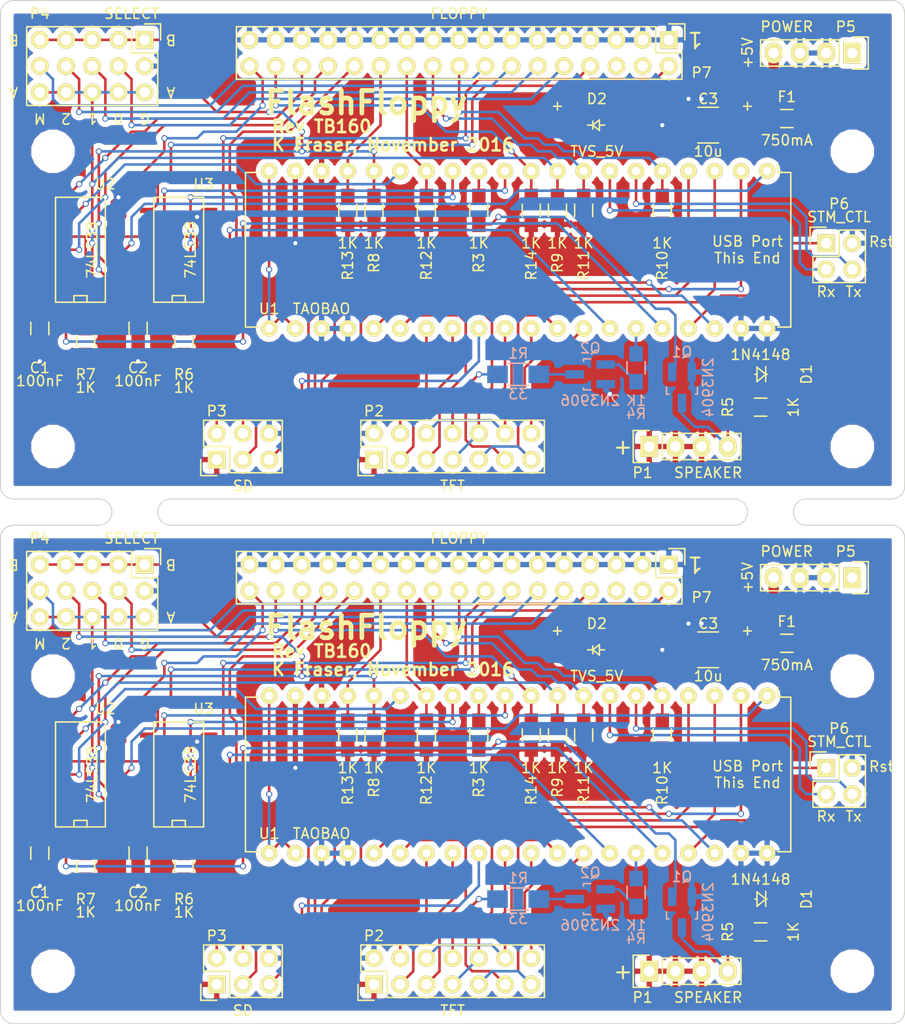
<source format=kicad_pcb>
(kicad_pcb (version 4) (host pcbnew 4.0.2+e4-6225~38~ubuntu14.04.1-stable)
  (layers (0 F.Cu signal) (31 B.Cu signal) (34 B.Paste user) (35 F.Paste user) (36 B.SilkS user) (37 F.SilkS user) (38 B.Mask user) (39 F.Mask user) (44 Edge.Cuts user))
  (net 0 "")
  (net 1 +5V)
  (net 2 GND)
  (net 3 "Net-(D1-Pad2)")
  (net 4 "Net-(F1-Pad1)")
  (net 5 /TFT_CS)
  (net 6 /TFT_RESET)
  (net 7 /TFT_DCRS)
  (net 8 /TFT_MOSI)
  (net 9 /TFT_CK)
  (net 10 /TFT_LED)
  (net 11 /TFT_MISO)
  (net 12 /T_CS)
  (net 13 /T_IRQ)
  (net 14 /SD_CS)
  (net 15 /SD_MOSI)
  (net 16 /SD_CK)
  (net 17 /SD_MISO)
  (net 18 /_SELB)
  (net 19 /_SELA)
  (net 20 /_SEL0)
  (net 21 /_SEL1)
  (net 22 /_SEL2)
  (net 23 /_MTR)
  (net 24 /RESET)
  (net 25 /SER_RX)
  (net 26 /SER_TX)
  (net 27 /_CHNG)
  (net 28 /_INDEX)
  (net 29 /_DIR)
  (net 30 /_STEP)
  (net 31 /_DKWD)
  (net 32 /_DKWE)
  (net 33 /_TRK0)
  (net 34 /_WRPROT)
  (net 35 /_DKRD)
  (net 36 /_SIDE)
  (net 37 /_RDY)
  (net 38 "Net-(Q2-Pad3)")
  (net 39 /INDEX)
  (net 40 /SPK_PWM)
  (net 41 /LED_PWM)
  (net 42 "Net-(R6-Pad2)")
  (net 43 /SEL)
  (net 44 /WRPROT)
  (net 45 /3V3)
  (net 46 /DKRD)
  (net 47 /TRK0)
  (net 48 /CHNG)
  (net 49 /RDY)
  (net 50 "Net-(Q1-Pad1)")
  (net 51 "Net-(Q2-Pad1)")
  (net 52 "Net-(P5-Pad1)")
  (net 53 "Net-(P7-Pad4)")
  (net 54 "Net-(P7-Pad6)")
  (net 55 "Net-(U3-Pad11)")
  (module Housings_DIP:DIP-40_W15.24mm (layer F.Cu) (at 173.355 97.79 270)
    (fp_text reference U1 (at 13.335 48.26 360) (layer F.SilkS))
    (fp_text value TAOBAO (at 13.335 43.18 360) (layer F.SilkS))
    (pad 1 thru_hole oval (at 0 0 270) (size 1.6 1.6) (drill 0.8) (layers *.Cu *.Mask F.SilkS) (net 49 /RDY))
    (pad 2 thru_hole oval (at 0 2.54 270) (size 1.6 1.6) (drill 0.8) (layers *.Cu *.Mask F.SilkS) (net 16 /SD_CK))
    (pad 3 thru_hole oval (at 0 5.08 270) (size 1.6 1.6) (drill 0.8) (layers *.Cu *.Mask F.SilkS) (net 17 /SD_MISO))
    (pad 4 thru_hole oval (at 0 7.62 270) (size 1.6 1.6) (drill 0.8) (layers *.Cu *.Mask F.SilkS) (net 15 /SD_MOSI))
    (pad 5 thru_hole oval (at 0 10.16 270) (size 1.6 1.6) (drill 0.8) (layers *.Cu *.Mask F.SilkS) (net 29 /_DIR))
    (pad 6 thru_hole oval (at 0 12.7 270) (size 1.6 1.6) (drill 0.8) (layers *.Cu *.Mask F.SilkS) (net 26 /SER_TX))
    (pad 7 thru_hole oval (at 0 15.24 270) (size 1.6 1.6) (drill 0.8) (layers *.Cu *.Mask F.SilkS) (net 25 /SER_RX))
    (pad 8 thru_hole oval (at 0 17.78 270) (size 1.6 1.6) (drill 0.8) (layers *.Cu *.Mask F.SilkS) (net 30 /_STEP))
    (pad 9 thru_hole oval (at 0 20.32 270) (size 1.6 1.6) (drill 0.8) (layers *.Cu *.Mask F.SilkS) (net 19 /_SELA))
    (pad 10 thru_hole oval (at 0 22.86 270) (size 1.6 1.6) (drill 0.8) (layers *.Cu *.Mask F.SilkS) (net 36 /_SIDE))
    (pad 11 thru_hole oval (at 0 25.4 270) (size 1.6 1.6) (drill 0.8) (layers *.Cu *.Mask F.SilkS) (net 48 /CHNG))
    (pad 12 thru_hole oval (at 0 27.94 270) (size 1.6 1.6) (drill 0.8) (layers *.Cu *.Mask F.SilkS) (net 40 /SPK_PWM))
    (pad 13 thru_hole oval (at 0 30.48 270) (size 1.6 1.6) (drill 0.8) (layers *.Cu *.Mask F.SilkS) (net 47 /TRK0))
    (pad 14 thru_hole oval (at 0 33.02 270) (size 1.6 1.6) (drill 0.8) (layers *.Cu *.Mask F.SilkS) (net 31 /_DKWD))
    (pad 15 thru_hole oval (at 0 35.56 270) (size 1.6 1.6) (drill 0.8) (layers *.Cu *.Mask F.SilkS) (net 46 /DKRD))
    (pad 16 thru_hole oval (at 0 38.1 270) (size 1.6 1.6) (drill 0.8) (layers *.Cu *.Mask F.SilkS) (net 18 /_SELB))
    (pad 17 thru_hole oval (at 0 40.64 270) (size 1.6 1.6) (drill 0.8) (layers *.Cu *.Mask F.SilkS) (net 32 /_DKWE))
    (pad 18 thru_hole oval (at 0 43.18 270) (size 1.6 1.6) (drill 0.8) (layers *.Cu *.Mask F.SilkS) (net 1 +5V))
    (pad 19 thru_hole oval (at 0 45.72 270) (size 1.6 1.6) (drill 0.8) (layers *.Cu *.Mask F.SilkS) (net 2 GND))
    (pad 20 thru_hole oval (at 0 48.26 270) (size 1.6 1.6) (drill 0.8) (layers *.Cu *.Mask F.SilkS) (net 45 /3V3))
    (pad 21 thru_hole oval (at 15.24 48.26 270) (size 1.6 1.6) (drill 0.8) (layers *.Cu *.Mask F.SilkS) (net 45 /3V3))
    (pad 22 thru_hole oval (at 15.24 45.72 270) (size 1.6 1.6) (drill 0.8) (layers *.Cu *.Mask F.SilkS) (net 45 /3V3))
    (pad 23 thru_hole oval (at 15.24 43.18 270) (size 1.6 1.6) (drill 0.8) (layers *.Cu *.Mask F.SilkS) (net 2 GND))
    (pad 24 thru_hole oval (at 15.24 40.64 270) (size 1.6 1.6) (drill 0.8) (layers *.Cu *.Mask F.SilkS) (net 2 GND))
    (pad 25 thru_hole oval (at 15.24 38.1 270) (size 1.6 1.6) (drill 0.8) (layers *.Cu *.Mask F.SilkS) (net 12 /T_CS))
    (pad 26 thru_hole oval (at 15.24 35.56 270) (size 1.6 1.6) (drill 0.8) (layers *.Cu *.Mask F.SilkS) (net 7 /TFT_DCRS))
    (pad 27 thru_hole oval (at 15.24 33.02 270) (size 1.6 1.6) (drill 0.8) (layers *.Cu *.Mask F.SilkS) (net 6 /TFT_RESET))
    (pad 28 thru_hole oval (at 15.24 30.48 270) (size 1.6 1.6) (drill 0.8) (layers *.Cu *.Mask F.SilkS) (net 5 /TFT_CS))
    (pad 29 thru_hole oval (at 15.24 27.94 270) (size 1.6 1.6) (drill 0.8) (layers *.Cu *.Mask F.SilkS) (net 14 /SD_CS))
    (pad 30 thru_hole oval (at 15.24 25.4 270) (size 1.6 1.6) (drill 0.8) (layers *.Cu *.Mask F.SilkS) (net 9 /TFT_CK))
    (pad 31 thru_hole oval (at 15.24 22.86 270) (size 1.6 1.6) (drill 0.8) (layers *.Cu *.Mask F.SilkS) (net 11 /TFT_MISO))
    (pad 32 thru_hole oval (at 15.24 20.32 270) (size 1.6 1.6) (drill 0.8) (layers *.Cu *.Mask F.SilkS) (net 8 /TFT_MOSI))
    (pad 33 thru_hole oval (at 15.24 17.78 270) (size 1.6 1.6) (drill 0.8) (layers *.Cu *.Mask F.SilkS) (net 13 /T_IRQ))
    (pad 34 thru_hole oval (at 15.24 15.24 270) (size 1.6 1.6) (drill 0.8) (layers *.Cu *.Mask F.SilkS) (net 39 /INDEX))
    (pad 35 thru_hole oval (at 15.24 12.7 270) (size 1.6 1.6) (drill 0.8) (layers *.Cu *.Mask F.SilkS) (net 41 /LED_PWM))
    (pad 36 thru_hole oval (at 15.24 10.16 270) (size 1.6 1.6) (drill 0.8) (layers *.Cu *.Mask F.SilkS) (net 44 /WRPROT))
    (pad 37 thru_hole oval (at 15.24 7.62 270) (size 1.6 1.6) (drill 0.8) (layers *.Cu *.Mask F.SilkS) (net 24 /RESET))
    (pad 38 thru_hole oval (at 15.24 5.08 270) (size 1.6 1.6) (drill 0.8) (layers *.Cu *.Mask F.SilkS) (net 45 /3V3))
    (pad 39 thru_hole oval (at 15.24 2.54 270) (size 1.6 1.6) (drill 0.8) (layers *.Cu *.Mask F.SilkS) (net 2 GND))
    (pad 40 thru_hole oval (at 15.24 0 270) (size 1.6 1.6) (drill 0.8) (layers *.Cu *.Mask F.SilkS) (net 2 GND))
  )
  (module Pin_Headers:Pin_Header_Straight_1x04 (layer F.Cu) (at 161.925 124.46 90)
    (fp_text reference P1 (at -2.54 -0.635 180) (layer F.SilkS))
    (fp_text value SPEAKER (at -2.54 5.715 180) (layer F.SilkS))
    (pad 1 thru_hole rect (at 0 0 90) (size 2.032 1.7272) (drill 1.016) (layers *.Cu *.Mask F.SilkS) (net 1 +5V))
    (pad 2 thru_hole oval (at 0 2.54 90) (size 2.032 1.7272) (drill 1.016) (layers *.Cu *.Mask F.SilkS) (net 1 +5V))
    (pad 3 thru_hole oval (at 0 5.08 90) (size 2.032 1.7272) (drill 1.016) (layers *.Cu *.Mask F.SilkS) (net 1 +5V))
    (pad 4 thru_hole oval (at 0 7.62 90) (size 2.032 1.7272) (drill 1.016) (layers *.Cu *.Mask F.SilkS) (net 3 "Net-(D1-Pad2)"))
  )
  (module Pin_Headers:Pin_Header_Straight_2x07 (layer F.Cu) (at 135.255 125.73 90)
    (fp_text reference P2 (at 4.699 0 180) (layer F.SilkS))
    (fp_text value TFT (at -2.54 7.62 180) (layer F.SilkS))
    (pad 1 thru_hole rect (at 0 0 90) (size 1.7272 1.7272) (drill 1.016) (layers *.Cu *.Mask F.SilkS) (net 1 +5V))
    (pad 2 thru_hole oval (at 2.54 0 90) (size 1.7272 1.7272) (drill 1.016) (layers *.Cu *.Mask F.SilkS) (net 2 GND))
    (pad 3 thru_hole oval (at 0 2.54 90) (size 1.7272 1.7272) (drill 1.016) (layers *.Cu *.Mask F.SilkS) (net 5 /TFT_CS))
    (pad 4 thru_hole oval (at 2.54 2.54 90) (size 1.7272 1.7272) (drill 1.016) (layers *.Cu *.Mask F.SilkS) (net 6 /TFT_RESET))
    (pad 5 thru_hole oval (at 0 5.08 90) (size 1.7272 1.7272) (drill 1.016) (layers *.Cu *.Mask F.SilkS) (net 7 /TFT_DCRS))
    (pad 6 thru_hole oval (at 2.54 5.08 90) (size 1.7272 1.7272) (drill 1.016) (layers *.Cu *.Mask F.SilkS) (net 8 /TFT_MOSI))
    (pad 7 thru_hole oval (at 0 7.62 90) (size 1.7272 1.7272) (drill 1.016) (layers *.Cu *.Mask F.SilkS) (net 9 /TFT_CK))
    (pad 8 thru_hole oval (at 2.54 7.62 90) (size 1.7272 1.7272) (drill 1.016) (layers *.Cu *.Mask F.SilkS) (net 10 /TFT_LED))
    (pad 9 thru_hole oval (at 0 10.16 90) (size 1.7272 1.7272) (drill 1.016) (layers *.Cu *.Mask F.SilkS) (net 11 /TFT_MISO))
    (pad 10 thru_hole oval (at 2.54 10.16 90) (size 1.7272 1.7272) (drill 1.016) (layers *.Cu *.Mask F.SilkS) (net 9 /TFT_CK))
    (pad 11 thru_hole oval (at 0 12.7 90) (size 1.7272 1.7272) (drill 1.016) (layers *.Cu *.Mask F.SilkS) (net 12 /T_CS))
    (pad 12 thru_hole oval (at 2.54 12.7 90) (size 1.7272 1.7272) (drill 1.016) (layers *.Cu *.Mask F.SilkS) (net 8 /TFT_MOSI))
    (pad 13 thru_hole oval (at 0 15.24 90) (size 1.7272 1.7272) (drill 1.016) (layers *.Cu *.Mask F.SilkS) (net 11 /TFT_MISO))
    (pad 14 thru_hole oval (at 2.54 15.24 90) (size 1.7272 1.7272) (drill 1.016) (layers *.Cu *.Mask F.SilkS) (net 13 /T_IRQ))
  )
  (module Pin_Headers:Pin_Header_Straight_2x03 (layer F.Cu) (at 120.015 125.73 90)
    (fp_text reference P3 (at 4.699 0 180) (layer F.SilkS))
    (fp_text value SD (at -2.54 2.54 180) (layer F.SilkS))
    (pad 1 thru_hole rect (at 0 0 90) (size 1.7272 1.7272) (drill 1.016) (layers *.Cu *.Mask F.SilkS) (net 1 +5V))
    (pad 2 thru_hole oval (at 2.54 0 90) (size 1.7272 1.7272) (drill 1.016) (layers *.Cu *.Mask F.SilkS) (net 14 /SD_CS))
    (pad 3 thru_hole oval (at 0 2.54 90) (size 1.7272 1.7272) (drill 1.016) (layers *.Cu *.Mask F.SilkS) (net 15 /SD_MOSI))
    (pad 4 thru_hole oval (at 2.54 2.54 90) (size 1.7272 1.7272) (drill 1.016) (layers *.Cu *.Mask F.SilkS) (net 16 /SD_CK))
    (pad 5 thru_hole oval (at 0 5.08 90) (size 1.7272 1.7272) (drill 1.016) (layers *.Cu *.Mask F.SilkS) (net 17 /SD_MISO))
    (pad 6 thru_hole oval (at 2.54 5.08 90) (size 1.7272 1.7272) (drill 1.016) (layers *.Cu *.Mask F.SilkS) (net 2 GND))
  )
  (module FF:Pin_Header_Straight_3x05 (layer F.Cu) (at 113.03 85.09 270)
    (fp_text reference P4 (at -2.54 10.16 360) (layer F.SilkS))
    (fp_text value SELECT (at -2.54 1.27 360) (layer F.SilkS))
    (pad 15 thru_hole oval (at 5.08 10.16 270) (size 1.7272 1.7272) (drill 1.016) (layers *.Cu *.Mask F.SilkS) (net 19 /_SELA))
    (pad 14 thru_hole oval (at 5.08 7.62 270) (size 1.7272 1.7272) (drill 1.016) (layers *.Cu *.Mask F.SilkS) (net 19 /_SELA))
    (pad 13 thru_hole oval (at 5.08 5.08 270) (size 1.7272 1.7272) (drill 1.016) (layers *.Cu *.Mask F.SilkS) (net 19 /_SELA))
    (pad 12 thru_hole oval (at 5.08 2.54 270) (size 1.7272 1.7272) (drill 1.016) (layers *.Cu *.Mask F.SilkS) (net 19 /_SELA))
    (pad 11 thru_hole oval (at 5.08 0 270) (size 1.7272 1.7272) (drill 1.016) (layers *.Cu *.Mask F.SilkS) (net 19 /_SELA))
    (pad 1 thru_hole rect (at 0 0 270) (size 1.7272 1.7272) (drill 1.016) (layers *.Cu *.Mask F.SilkS) (net 18 /_SELB))
    (pad 6 thru_hole oval (at 2.54 0 270) (size 1.7272 1.7272) (drill 1.016) (layers *.Cu *.Mask F.SilkS) (net 2 GND))
    (pad 2 thru_hole oval (at 0 2.54 270) (size 1.7272 1.7272) (drill 1.016) (layers *.Cu *.Mask F.SilkS) (net 18 /_SELB))
    (pad 7 thru_hole oval (at 2.54 2.54 270) (size 1.7272 1.7272) (drill 1.016) (layers *.Cu *.Mask F.SilkS) (net 20 /_SEL0))
    (pad 3 thru_hole oval (at 0 5.08 270) (size 1.7272 1.7272) (drill 1.016) (layers *.Cu *.Mask F.SilkS) (net 18 /_SELB))
    (pad 8 thru_hole oval (at 2.54 5.08 270) (size 1.7272 1.7272) (drill 1.016) (layers *.Cu *.Mask F.SilkS) (net 21 /_SEL1))
    (pad 4 thru_hole oval (at 0 7.62 270) (size 1.7272 1.7272) (drill 1.016) (layers *.Cu *.Mask F.SilkS) (net 18 /_SELB))
    (pad 9 thru_hole oval (at 2.54 7.62 270) (size 1.7272 1.7272) (drill 1.016) (layers *.Cu *.Mask F.SilkS) (net 22 /_SEL2))
    (pad 5 thru_hole oval (at 0 10.16 270) (size 1.7272 1.7272) (drill 1.016) (layers *.Cu *.Mask F.SilkS) (net 18 /_SELB))
    (pad 10 thru_hole oval (at 2.54 10.16 270) (size 1.7272 1.7272) (drill 1.016) (layers *.Cu *.Mask F.SilkS) (net 23 /_MTR))
  )
  (module Pin_Headers:Pin_Header_Straight_1x04 (layer F.Cu) (at 181.61 86.36 270)
    (fp_text reference P5 (at -2.54 0.635 360) (layer F.SilkS))
    (fp_text value POWER (at -2.54 6.35 360) (layer F.SilkS))
    (pad 1 thru_hole rect (at 0 0 270) (size 2.032 1.7272) (drill 1.016) (layers *.Cu *.Mask F.SilkS) (net 52 "Net-(P5-Pad1)"))
    (pad 2 thru_hole oval (at 0 2.54 270) (size 2.032 1.7272) (drill 1.016) (layers *.Cu *.Mask F.SilkS) (net 2 GND))
    (pad 3 thru_hole oval (at 0 5.08 270) (size 2.032 1.7272) (drill 1.016) (layers *.Cu *.Mask F.SilkS) (net 2 GND))
    (pad 4 thru_hole oval (at 0 7.62 270) (size 2.032 1.7272) (drill 1.016) (layers *.Cu *.Mask F.SilkS) (net 4 "Net-(F1-Pad1)"))
  )
  (module Pin_Headers:Pin_Header_Straight_2x17 (layer F.Cu) (at 163.83 85.09 270)
    (fp_text reference P7 (at 3.175 -3.175 540) (layer F.SilkS))
    (fp_text value FLOPPY (at -2.54 20.32 540) (layer F.SilkS))
    (pad 1 thru_hole rect (at 0 0 270) (size 1.7272 1.7272) (drill 1.016) (layers *.Cu *.Mask F.SilkS) (net 2 GND))
    (pad 2 thru_hole oval (at 2.54 0 270) (size 1.7272 1.7272) (drill 1.016) (layers *.Cu *.Mask F.SilkS) (net 27 /_CHNG))
    (pad 3 thru_hole oval (at 0 2.54 270) (size 1.7272 1.7272) (drill 1.016) (layers *.Cu *.Mask F.SilkS) (net 2 GND))
    (pad 4 thru_hole oval (at 2.54 2.54 270) (size 1.7272 1.7272) (drill 1.016) (layers *.Cu *.Mask F.SilkS) (net 53 "Net-(P7-Pad4)"))
    (pad 5 thru_hole oval (at 0 5.08 270) (size 1.7272 1.7272) (drill 1.016) (layers *.Cu *.Mask F.SilkS) (net 2 GND))
    (pad 6 thru_hole oval (at 2.54 5.08 270) (size 1.7272 1.7272) (drill 1.016) (layers *.Cu *.Mask F.SilkS) (net 54 "Net-(P7-Pad6)"))
    (pad 7 thru_hole oval (at 0 7.62 270) (size 1.7272 1.7272) (drill 1.016) (layers *.Cu *.Mask F.SilkS) (net 2 GND))
    (pad 8 thru_hole oval (at 2.54 7.62 270) (size 1.7272 1.7272) (drill 1.016) (layers *.Cu *.Mask F.SilkS) (net 28 /_INDEX))
    (pad 9 thru_hole oval (at 0 10.16 270) (size 1.7272 1.7272) (drill 1.016) (layers *.Cu *.Mask F.SilkS) (net 2 GND))
    (pad 10 thru_hole oval (at 2.54 10.16 270) (size 1.7272 1.7272) (drill 1.016) (layers *.Cu *.Mask F.SilkS) (net 20 /_SEL0))
    (pad 11 thru_hole oval (at 0 12.7 270) (size 1.7272 1.7272) (drill 1.016) (layers *.Cu *.Mask F.SilkS) (net 2 GND))
    (pad 12 thru_hole oval (at 2.54 12.7 270) (size 1.7272 1.7272) (drill 1.016) (layers *.Cu *.Mask F.SilkS) (net 21 /_SEL1))
    (pad 13 thru_hole oval (at 0 15.24 270) (size 1.7272 1.7272) (drill 1.016) (layers *.Cu *.Mask F.SilkS) (net 2 GND))
    (pad 14 thru_hole oval (at 2.54 15.24 270) (size 1.7272 1.7272) (drill 1.016) (layers *.Cu *.Mask F.SilkS) (net 22 /_SEL2))
    (pad 15 thru_hole oval (at 0 17.78 270) (size 1.7272 1.7272) (drill 1.016) (layers *.Cu *.Mask F.SilkS) (net 2 GND))
    (pad 16 thru_hole oval (at 2.54 17.78 270) (size 1.7272 1.7272) (drill 1.016) (layers *.Cu *.Mask F.SilkS) (net 23 /_MTR))
    (pad 17 thru_hole oval (at 0 20.32 270) (size 1.7272 1.7272) (drill 1.016) (layers *.Cu *.Mask F.SilkS) (net 2 GND))
    (pad 18 thru_hole oval (at 2.54 20.32 270) (size 1.7272 1.7272) (drill 1.016) (layers *.Cu *.Mask F.SilkS) (net 29 /_DIR))
    (pad 19 thru_hole oval (at 0 22.86 270) (size 1.7272 1.7272) (drill 1.016) (layers *.Cu *.Mask F.SilkS) (net 2 GND))
    (pad 20 thru_hole oval (at 2.54 22.86 270) (size 1.7272 1.7272) (drill 1.016) (layers *.Cu *.Mask F.SilkS) (net 30 /_STEP))
    (pad 21 thru_hole oval (at 0 25.4 270) (size 1.7272 1.7272) (drill 1.016) (layers *.Cu *.Mask F.SilkS) (net 2 GND))
    (pad 22 thru_hole oval (at 2.54 25.4 270) (size 1.7272 1.7272) (drill 1.016) (layers *.Cu *.Mask F.SilkS) (net 31 /_DKWD))
    (pad 23 thru_hole oval (at 0 27.94 270) (size 1.7272 1.7272) (drill 1.016) (layers *.Cu *.Mask F.SilkS) (net 2 GND))
    (pad 24 thru_hole oval (at 2.54 27.94 270) (size 1.7272 1.7272) (drill 1.016) (layers *.Cu *.Mask F.SilkS) (net 32 /_DKWE))
    (pad 25 thru_hole oval (at 0 30.48 270) (size 1.7272 1.7272) (drill 1.016) (layers *.Cu *.Mask F.SilkS) (net 2 GND))
    (pad 26 thru_hole oval (at 2.54 30.48 270) (size 1.7272 1.7272) (drill 1.016) (layers *.Cu *.Mask F.SilkS) (net 33 /_TRK0))
    (pad 27 thru_hole oval (at 0 33.02 270) (size 1.7272 1.7272) (drill 1.016) (layers *.Cu *.Mask F.SilkS) (net 2 GND))
    (pad 28 thru_hole oval (at 2.54 33.02 270) (size 1.7272 1.7272) (drill 1.016) (layers *.Cu *.Mask F.SilkS) (net 34 /_WRPROT))
    (pad 29 thru_hole oval (at 0 35.56 270) (size 1.7272 1.7272) (drill 1.016) (layers *.Cu *.Mask F.SilkS) (net 2 GND))
    (pad 30 thru_hole oval (at 2.54 35.56 270) (size 1.7272 1.7272) (drill 1.016) (layers *.Cu *.Mask F.SilkS) (net 35 /_DKRD))
    (pad 31 thru_hole oval (at 0 38.1 270) (size 1.7272 1.7272) (drill 1.016) (layers *.Cu *.Mask F.SilkS) (net 2 GND))
    (pad 32 thru_hole oval (at 2.54 38.1 270) (size 1.7272 1.7272) (drill 1.016) (layers *.Cu *.Mask F.SilkS) (net 36 /_SIDE))
    (pad 33 thru_hole oval (at 0 40.64 270) (size 1.7272 1.7272) (drill 1.016) (layers *.Cu *.Mask F.SilkS) (net 2 GND))
    (pad 34 thru_hole oval (at 2.54 40.64 270) (size 1.7272 1.7272) (drill 1.016) (layers *.Cu *.Mask F.SilkS) (net 37 /_RDY))
  )
  (module FF:C_3528 (layer F.Cu) (at 167.64 93.345 180)
    (fp_text reference C3 (at 0 2.54 180) (layer F.SilkS))
    (fp_text value 10u (at 0 -2.54 180) (layer F.SilkS))
    (pad 1 smd rect (at -2.135 0 180) (size 2.6 2.6) (layers F.Cu F.Paste F.Mask) (net 1 +5V))
    (pad 2 smd rect (at 2.065 0 180) (size 2.6 2.6) (layers F.Cu F.Paste F.Mask) (net 2 GND))
  )
  (module FF:D_SOD128 (layer F.Cu) (at 156.845 93.345)
    (fp_text reference D2 (at 0 -2.54) (layer F.SilkS))
    (fp_text value TVS_5V (at 0 2.54) (layer F.SilkS))
    (pad 1 smd rect (at -2.45 0) (size 2.5 2.2) (layers F.Cu F.Paste F.Mask) (net 1 +5V))
    (pad 2 smd rect (at 2.45 0) (size 2.5 2.2) (layers F.Cu F.Paste F.Mask) (net 2 GND))
  )
  (module TO_SOT_Packages_SMD:SOT-23_Handsoldering (layer B.Cu) (at 165.1 118.745)
    (fp_text reference Q1 (at 0 -3.429 180) (layer B.SilkS) (effects (justify mirror)))
    (fp_text value 2N3904 (at 2.54 0 90) (layer B.SilkS) (effects (justify mirror)))
    (pad 1 smd rect (at -0.95 -1.50114) (size 0.8001 1.80086) (layers B.Cu B.Paste B.Mask) (net 50 "Net-(Q1-Pad1)"))
    (pad 2 smd rect (at 0.95 -1.50114) (size 0.8001 1.80086) (layers B.Cu B.Paste B.Mask) (net 2 GND))
    (pad 3 smd rect (at 0 1.50114) (size 0.8001 1.80086) (layers B.Cu B.Paste B.Mask) (net 3 "Net-(D1-Pad2)"))
  )
  (module TO_SOT_Packages_SMD:SOT-23_Handsoldering (layer B.Cu) (at 156.21 117.475 270)
    (fp_text reference Q2 (at -2.54 0 540) (layer B.SilkS) (effects (justify mirror)))
    (fp_text value 2N3906 (at 2.54 0 540) (layer B.SilkS) (effects (justify mirror)))
    (pad 1 smd rect (at -0.95 -1.50114 270) (size 0.8001 1.80086) (layers B.Cu B.Paste B.Mask) (net 51 "Net-(Q2-Pad1)"))
    (pad 2 smd rect (at 0.95 -1.50114 270) (size 0.8001 1.80086) (layers B.Cu B.Paste B.Mask) (net 1 +5V))
    (pad 3 smd rect (at 0 1.50114 270) (size 0.8001 1.80086) (layers B.Cu B.Paste B.Mask) (net 38 "Net-(Q2-Pad3)"))
  )
  (module Resistors_SMD:R_0805_HandSoldering (layer F.Cu) (at 145.415 101.6 90)
    (fp_text reference R3 (at -5.08 0 90) (layer F.SilkS))
    (fp_text value 1K (at -3.175 0 180) (layer F.SilkS))
    (pad 1 smd rect (at -1.35 0 90) (size 1.5 1.3) (layers F.Cu F.Paste F.Mask) (net 50 "Net-(Q1-Pad1)"))
    (pad 2 smd rect (at 1.35 0 90) (size 1.5 1.3) (layers F.Cu F.Paste F.Mask) (net 40 /SPK_PWM))
  )
  (module Resistors_SMD:R_0805_HandSoldering (layer B.Cu) (at 160.655 116.84 270)
    (fp_text reference R4 (at 4.445 0 360) (layer B.SilkS) (effects (justify mirror)))
    (fp_text value 1K (at 3.175 0 360) (layer B.SilkS) (effects (justify mirror)))
    (pad 1 smd rect (at -1.35 0 270) (size 1.5 1.3) (layers B.Cu B.Paste B.Mask) (net 41 /LED_PWM))
    (pad 2 smd rect (at 1.35 0 270) (size 1.5 1.3) (layers B.Cu B.Paste B.Mask) (net 51 "Net-(Q2-Pad1)"))
  )
  (module Resistors_SMD:R_0805_HandSoldering (layer F.Cu) (at 172.72 120.65 180)
    (fp_text reference R5 (at 3.175 0 270) (layer F.SilkS))
    (fp_text value 1K (at -3.175 0 270) (layer F.SilkS))
    (pad 1 smd rect (at -1.35 0 180) (size 1.5 1.3) (layers F.Cu F.Paste F.Mask) (net 1 +5V))
    (pad 2 smd rect (at 1.35 0 180) (size 1.5 1.3) (layers F.Cu F.Paste F.Mask) (net 3 "Net-(D1-Pad2)"))
  )
  (module Resistors_SMD:R_0805_HandSoldering (layer F.Cu) (at 116.84 114.3 90)
    (fp_text reference R6 (at -3.175 0 180) (layer F.SilkS))
    (fp_text value 1K (at -4.445 0 180) (layer F.SilkS))
    (pad 1 smd rect (at -1.35 0 90) (size 1.5 1.3) (layers F.Cu F.Paste F.Mask) (net 1 +5V))
    (pad 2 smd rect (at 1.35 0 90) (size 1.5 1.3) (layers F.Cu F.Paste F.Mask) (net 42 "Net-(R6-Pad2)"))
  )
  (module Resistors_SMD:R_0805_HandSoldering (layer F.Cu) (at 107.315 114.3 90)
    (fp_text reference R7 (at -3.175 0 180) (layer F.SilkS))
    (fp_text value 1K (at -4.445 0 180) (layer F.SilkS))
    (pad 1 smd rect (at -1.35 0 90) (size 1.5 1.3) (layers F.Cu F.Paste F.Mask) (net 1 +5V))
    (pad 2 smd rect (at 1.35 0 90) (size 1.5 1.3) (layers F.Cu F.Paste F.Mask) (net 43 /SEL))
  )
  (module Resistors_SMD:R_0805_HandSoldering (layer F.Cu) (at 135.255 101.6 90)
    (fp_text reference R8 (at -5.08 0 90) (layer F.SilkS))
    (fp_text value 1K (at -3.175 0 180) (layer F.SilkS))
    (pad 1 smd rect (at -1.35 0 90) (size 1.5 1.3) (layers F.Cu F.Paste F.Mask) (net 1 +5V))
    (pad 2 smd rect (at 1.35 0 90) (size 1.5 1.3) (layers F.Cu F.Paste F.Mask) (net 18 /_SELB))
  )
  (module Resistors_SMD:R_0805_HandSoldering (layer F.Cu) (at 153.035 101.6 90)
    (fp_text reference R9 (at -5.08 0 90) (layer F.SilkS))
    (fp_text value 1K (at -3.175 0 180) (layer F.SilkS))
    (pad 1 smd rect (at -1.35 0 90) (size 1.5 1.3) (layers F.Cu F.Paste F.Mask) (net 1 +5V))
    (pad 2 smd rect (at 1.35 0 90) (size 1.5 1.3) (layers F.Cu F.Paste F.Mask) (net 19 /_SELA))
  )
  (module Resistors_SMD:R_0805_HandSoldering (layer F.Cu) (at 163.195 101.6 90)
    (fp_text reference R10 (at -5.334 0 90) (layer F.SilkS))
    (fp_text value 1K (at -3.175 0 180) (layer F.SilkS))
    (pad 1 smd rect (at -1.35 0 90) (size 1.5 1.3) (layers F.Cu F.Paste F.Mask) (net 1 +5V))
    (pad 2 smd rect (at 1.35 0 90) (size 1.5 1.3) (layers F.Cu F.Paste F.Mask) (net 29 /_DIR))
  )
  (module Resistors_SMD:R_0805_HandSoldering (layer F.Cu) (at 155.575 101.6 90)
    (fp_text reference R11 (at -5.334 0 90) (layer F.SilkS))
    (fp_text value 1K (at -3.175 0 180) (layer F.SilkS))
    (pad 1 smd rect (at -1.35 0 90) (size 1.5 1.3) (layers F.Cu F.Paste F.Mask) (net 1 +5V))
    (pad 2 smd rect (at 1.35 0 90) (size 1.5 1.3) (layers F.Cu F.Paste F.Mask) (net 30 /_STEP))
  )
  (module Resistors_SMD:R_0805_HandSoldering (layer F.Cu) (at 140.335 101.6 90)
    (fp_text reference R12 (at -5.334 0 90) (layer F.SilkS))
    (fp_text value 1K (at -3.175 0 180) (layer F.SilkS))
    (pad 1 smd rect (at -1.35 0 90) (size 1.5 1.3) (layers F.Cu F.Paste F.Mask) (net 1 +5V))
    (pad 2 smd rect (at 1.35 0 90) (size 1.5 1.3) (layers F.Cu F.Paste F.Mask) (net 31 /_DKWD))
  )
  (module Resistors_SMD:R_0805_HandSoldering (layer F.Cu) (at 132.715 101.6 90)
    (fp_text reference R13 (at -5.334 0 90) (layer F.SilkS))
    (fp_text value 1K (at -3.175 0 180) (layer F.SilkS))
    (pad 1 smd rect (at -1.35 0 90) (size 1.5 1.3) (layers F.Cu F.Paste F.Mask) (net 1 +5V))
    (pad 2 smd rect (at 1.35 0 90) (size 1.5 1.3) (layers F.Cu F.Paste F.Mask) (net 32 /_DKWE))
  )
  (module Resistors_SMD:R_0805_HandSoldering (layer F.Cu) (at 150.495 101.6 90)
    (fp_text reference R14 (at -5.334 0 90) (layer F.SilkS))
    (fp_text value 1K (at -3.175 0 180) (layer F.SilkS))
    (pad 1 smd rect (at -1.35 0 90) (size 1.5 1.3) (layers F.Cu F.Paste F.Mask) (net 1 +5V))
    (pad 2 smd rect (at 1.35 0 90) (size 1.5 1.3) (layers F.Cu F.Paste F.Mask) (net 36 /_SIDE))
  )
  (module SMD_Packages:SOIC-14_N (layer F.Cu) (at 106.68 105.41 90)
    (fp_text reference U2 (at 6.35 2.54 180) (layer F.SilkS))
    (fp_text value 74LS38 (at 0 1.27 90) (layer F.SilkS))
    (pad 1 smd rect (at -3.81 3.302 90) (size 0.508 1.143) (layers F.Cu F.Paste F.Mask) (net 19 /_SELA))
    (pad 2 smd rect (at -2.54 3.302 90) (size 0.508 1.143) (layers F.Cu F.Paste F.Mask) (net 18 /_SELB))
    (pad 3 smd rect (at -1.27 3.302 90) (size 0.508 1.143) (layers F.Cu F.Paste F.Mask) (net 43 /SEL))
    (pad 4 smd rect (at 0 3.302 90) (size 0.508 1.143) (layers F.Cu F.Paste F.Mask) (net 49 /RDY))
    (pad 5 smd rect (at 1.27 3.302 90) (size 0.508 1.143) (layers F.Cu F.Paste F.Mask) (net 43 /SEL))
    (pad 6 smd rect (at 2.54 3.302 90) (size 0.508 1.143) (layers F.Cu F.Paste F.Mask) (net 37 /_RDY))
    (pad 7 smd rect (at 3.81 3.302 90) (size 0.508 1.143) (layers F.Cu F.Paste F.Mask) (net 2 GND))
    (pad 8 smd rect (at 3.81 -3.048 90) (size 0.508 1.143) (layers F.Cu F.Paste F.Mask) (net 35 /_DKRD))
    (pad 9 smd rect (at 2.54 -3.048 90) (size 0.508 1.143) (layers F.Cu F.Paste F.Mask) (net 46 /DKRD))
    (pad 11 smd rect (at 0 -3.048 90) (size 0.508 1.143) (layers F.Cu F.Paste F.Mask) (net 34 /_WRPROT))
    (pad 12 smd rect (at -1.27 -3.048 90) (size 0.508 1.143) (layers F.Cu F.Paste F.Mask) (net 44 /WRPROT))
    (pad 13 smd rect (at -2.54 -3.048 90) (size 0.508 1.143) (layers F.Cu F.Paste F.Mask) (net 43 /SEL))
    (pad 14 smd rect (at -3.81 -3.048 90) (size 0.508 1.143) (layers F.Cu F.Paste F.Mask) (net 1 +5V))
    (pad 10 smd rect (at 1.27 -3.048 90) (size 0.508 1.143) (layers F.Cu F.Paste F.Mask) (net 43 /SEL))
  )
  (module SMD_Packages:SOIC-14_N (layer F.Cu) (at 116.205 105.41 90)
    (fp_text reference U3 (at 6.35 2.54 180) (layer F.SilkS))
    (fp_text value 74LS38 (at 0 1.27 90) (layer F.SilkS))
    (pad 1 smd rect (at -3.81 3.302 90) (size 0.508 1.143) (layers F.Cu F.Paste F.Mask) (net 47 /TRK0))
    (pad 2 smd rect (at -2.54 3.302 90) (size 0.508 1.143) (layers F.Cu F.Paste F.Mask) (net 43 /SEL))
    (pad 3 smd rect (at -1.27 3.302 90) (size 0.508 1.143) (layers F.Cu F.Paste F.Mask) (net 33 /_TRK0))
    (pad 4 smd rect (at 0 3.302 90) (size 0.508 1.143) (layers F.Cu F.Paste F.Mask) (net 39 /INDEX))
    (pad 5 smd rect (at 1.27 3.302 90) (size 0.508 1.143) (layers F.Cu F.Paste F.Mask) (net 43 /SEL))
    (pad 6 smd rect (at 2.54 3.302 90) (size 0.508 1.143) (layers F.Cu F.Paste F.Mask) (net 28 /_INDEX))
    (pad 7 smd rect (at 3.81 3.302 90) (size 0.508 1.143) (layers F.Cu F.Paste F.Mask) (net 2 GND))
    (pad 8 smd rect (at 3.81 -3.048 90) (size 0.508 1.143) (layers F.Cu F.Paste F.Mask) (net 27 /_CHNG))
    (pad 9 smd rect (at 2.54 -3.048 90) (size 0.508 1.143) (layers F.Cu F.Paste F.Mask) (net 48 /CHNG))
    (pad 11 smd rect (at 0 -3.048 90) (size 0.508 1.143) (layers F.Cu F.Paste F.Mask) (net 55 "Net-(U3-Pad11)"))
    (pad 12 smd rect (at -1.27 -3.048 90) (size 0.508 1.143) (layers F.Cu F.Paste F.Mask) (net 42 "Net-(R6-Pad2)"))
    (pad 13 smd rect (at -2.54 -3.048 90) (size 0.508 1.143) (layers F.Cu F.Paste F.Mask) (net 42 "Net-(R6-Pad2)"))
    (pad 14 smd rect (at -3.81 -3.048 90) (size 0.508 1.143) (layers F.Cu F.Paste F.Mask) (net 1 +5V))
    (pad 10 smd rect (at 1.27 -3.048 90) (size 0.508 1.143) (layers F.Cu F.Paste F.Mask) (net 43 /SEL))
  )
  (module Resistors_SMD:R_0805_HandSoldering (layer F.Cu) (at 102.87 113.03 270)
    (fp_text reference C1 (at 3.81 0 360) (layer F.SilkS))
    (fp_text value 100nF (at 5.08 0 360) (layer F.SilkS))
    (pad 1 smd rect (at -1.35 0 270) (size 1.5 1.3) (layers F.Cu F.Paste F.Mask) (net 1 +5V))
    (pad 2 smd rect (at 1.35 0 270) (size 1.5 1.3) (layers F.Cu F.Paste F.Mask) (net 2 GND))
  )
  (module Resistors_SMD:R_0805_HandSoldering (layer F.Cu) (at 112.395 113.03 270)
    (fp_text reference C2 (at 3.81 0 360) (layer F.SilkS))
    (fp_text value 100nF (at 5.08 0 360) (layer F.SilkS))
    (pad 1 smd rect (at -1.35 0 270) (size 1.5 1.3) (layers F.Cu F.Paste F.Mask) (net 1 +5V))
    (pad 2 smd rect (at 1.35 0 270) (size 1.5 1.3) (layers F.Cu F.Paste F.Mask) (net 2 GND))
  )
  (module Resistors_SMD:R_0805_HandSoldering (layer F.Cu) (at 175.26 92.71)
    (fp_text reference F1 (at 0 -2.1) (layer F.SilkS))
    (fp_text value 750mA (at 0 2.1) (layer F.SilkS))
    (pad 1 smd rect (at -1.35 0) (size 1.5 1.3) (layers F.Cu F.Paste F.Mask) (net 4 "Net-(F1-Pad1)"))
    (pad 2 smd rect (at 1.35 0) (size 1.5 1.3) (layers F.Cu F.Paste F.Mask) (net 1 +5V))
  )
  (module Resistors_SMD:R_1206_HandSoldering (layer B.Cu) (at 149.225 117.475 180)
    (fp_text reference R1 (at 0 2.032 180) (layer B.SilkS) (effects (justify mirror)))
    (fp_text value 33 (at 0 -1.905 180) (layer B.SilkS) (effects (justify mirror)))
    (pad 1 smd rect (at -2 0 180) (size 2 1.7) (layers B.Cu B.Paste B.Mask) (net 38 "Net-(Q2-Pad3)"))
    (pad 2 smd rect (at 2 0 180) (size 2 1.7) (layers B.Cu B.Paste B.Mask) (net 10 /TFT_LED))
  )
  (module FF:MiniMELF_Handsoldering (layer F.Cu) (at 172.72 117.475 180)
    (fp_text reference D1 (at -4.445 0 270) (layer F.SilkS))
    (fp_text value 1N4148 (at 0 1.905 360) (layer F.SilkS))
    (pad 1 smd rect (at -2.25 0 180) (size 2 2) (layers F.Cu F.Paste F.Mask) (net 1 +5V))
    (pad 2 smd rect (at 2.25 0 180) (size 2 2) (layers F.Cu F.Paste F.Mask) (net 3 "Net-(D1-Pad2)"))
  )
  (module Pin_Headers:Pin_Header_Straight_2x02 (layer F.Cu) (at 179.07 104.775)
    (fp_text reference P6 (at 1.27 -3.81) (layer F.SilkS))
    (fp_text value STM_CTL (at 1.27 -2.54) (layer F.SilkS))
    (pad 1 thru_hole rect (at 0 0) (size 1.7272 1.7272) (drill 1.016) (layers *.Cu *.Mask F.SilkS) (net 24 /RESET))
    (pad 2 thru_hole oval (at 2.54 0) (size 1.7272 1.7272) (drill 1.016) (layers *.Cu *.Mask F.SilkS) (net 2 GND))
    (pad 3 thru_hole oval (at 0 2.54) (size 1.7272 1.7272) (drill 1.016) (layers *.Cu *.Mask F.SilkS) (net 25 /SER_RX))
    (pad 4 thru_hole oval (at 2.54 2.54) (size 1.7272 1.7272) (drill 1.016) (layers *.Cu *.Mask F.SilkS) (net 26 /SER_TX))
  )
  (module Mounting_Holes:MountingHole_3.2mm_M3 (layer F.Cu) (at 181.61 95.885)
    (fp_text reference REF** hide)
    (fp_text value MountingHole_3.2mm_M3 hide)
    (pad 1 np_thru_hole circle (at 0 0) (size 3.2 3.2) (drill 3.2) (layers *.Cu *.Mask F.SilkS))
  )
  (module Mounting_Holes:MountingHole_3.2mm_M3 (layer F.Cu) (at 181.61 124.46)
    (fp_text reference REF** hide)
    (fp_text value MountingHole_3.2mm_M3 hide)
    (pad 1 np_thru_hole circle (at 0 0) (size 3.2 3.2) (drill 3.2) (layers *.Cu *.Mask F.SilkS))
  )
  (module Mounting_Holes:MountingHole_3.2mm_M3 (layer F.Cu) (at 104.14 95.885)
    (fp_text reference REF** hide)
    (fp_text value MountingHole_3.2mm_M3 hide)
    (pad 1 np_thru_hole circle (at 0 0) (size 3.2 3.2) (drill 3.2) (layers *.Cu *.Mask F.SilkS))
  )
  (module Mounting_Holes:MountingHole_3.2mm_M3 (layer F.Cu) (at 104.14 124.46)
    (fp_text reference REF** hide)
    (fp_text value MountingHole_3.2mm_M3 hide)
    (pad 1 np_thru_hole circle (at 0 0) (size 3.2 3.2) (drill 3.2) (layers *.Cu *.Mask F.SilkS))
  )
  (module Housings_DIP:DIP-40_W15.24mm (layer F.Cu) (at 173.355 46.99 270)
    (fp_text reference U1 (at 13.335 48.26 360) (layer F.SilkS))
    (fp_text value TAOBAO (at 13.335 43.18 360) (layer F.SilkS))
    (pad 1 thru_hole oval (at 0 0 270) (size 1.6 1.6) (drill 0.8) (layers *.Cu *.Mask F.SilkS) (net 49 /RDY))
    (pad 2 thru_hole oval (at 0 2.54 270) (size 1.6 1.6) (drill 0.8) (layers *.Cu *.Mask F.SilkS) (net 16 /SD_CK))
    (pad 3 thru_hole oval (at 0 5.08 270) (size 1.6 1.6) (drill 0.8) (layers *.Cu *.Mask F.SilkS) (net 17 /SD_MISO))
    (pad 4 thru_hole oval (at 0 7.62 270) (size 1.6 1.6) (drill 0.8) (layers *.Cu *.Mask F.SilkS) (net 15 /SD_MOSI))
    (pad 5 thru_hole oval (at 0 10.16 270) (size 1.6 1.6) (drill 0.8) (layers *.Cu *.Mask F.SilkS) (net 29 /_DIR))
    (pad 6 thru_hole oval (at 0 12.7 270) (size 1.6 1.6) (drill 0.8) (layers *.Cu *.Mask F.SilkS) (net 26 /SER_TX))
    (pad 7 thru_hole oval (at 0 15.24 270) (size 1.6 1.6) (drill 0.8) (layers *.Cu *.Mask F.SilkS) (net 25 /SER_RX))
    (pad 8 thru_hole oval (at 0 17.78 270) (size 1.6 1.6) (drill 0.8) (layers *.Cu *.Mask F.SilkS) (net 30 /_STEP))
    (pad 9 thru_hole oval (at 0 20.32 270) (size 1.6 1.6) (drill 0.8) (layers *.Cu *.Mask F.SilkS) (net 19 /_SELA))
    (pad 10 thru_hole oval (at 0 22.86 270) (size 1.6 1.6) (drill 0.8) (layers *.Cu *.Mask F.SilkS) (net 36 /_SIDE))
    (pad 11 thru_hole oval (at 0 25.4 270) (size 1.6 1.6) (drill 0.8) (layers *.Cu *.Mask F.SilkS) (net 48 /CHNG))
    (pad 12 thru_hole oval (at 0 27.94 270) (size 1.6 1.6) (drill 0.8) (layers *.Cu *.Mask F.SilkS) (net 40 /SPK_PWM))
    (pad 13 thru_hole oval (at 0 30.48 270) (size 1.6 1.6) (drill 0.8) (layers *.Cu *.Mask F.SilkS) (net 47 /TRK0))
    (pad 14 thru_hole oval (at 0 33.02 270) (size 1.6 1.6) (drill 0.8) (layers *.Cu *.Mask F.SilkS) (net 31 /_DKWD))
    (pad 15 thru_hole oval (at 0 35.56 270) (size 1.6 1.6) (drill 0.8) (layers *.Cu *.Mask F.SilkS) (net 46 /DKRD))
    (pad 16 thru_hole oval (at 0 38.1 270) (size 1.6 1.6) (drill 0.8) (layers *.Cu *.Mask F.SilkS) (net 18 /_SELB))
    (pad 17 thru_hole oval (at 0 40.64 270) (size 1.6 1.6) (drill 0.8) (layers *.Cu *.Mask F.SilkS) (net 32 /_DKWE))
    (pad 18 thru_hole oval (at 0 43.18 270) (size 1.6 1.6) (drill 0.8) (layers *.Cu *.Mask F.SilkS) (net 1 +5V))
    (pad 19 thru_hole oval (at 0 45.72 270) (size 1.6 1.6) (drill 0.8) (layers *.Cu *.Mask F.SilkS) (net 2 GND))
    (pad 20 thru_hole oval (at 0 48.26 270) (size 1.6 1.6) (drill 0.8) (layers *.Cu *.Mask F.SilkS) (net 45 /3V3))
    (pad 21 thru_hole oval (at 15.24 48.26 270) (size 1.6 1.6) (drill 0.8) (layers *.Cu *.Mask F.SilkS) (net 45 /3V3))
    (pad 22 thru_hole oval (at 15.24 45.72 270) (size 1.6 1.6) (drill 0.8) (layers *.Cu *.Mask F.SilkS) (net 45 /3V3))
    (pad 23 thru_hole oval (at 15.24 43.18 270) (size 1.6 1.6) (drill 0.8) (layers *.Cu *.Mask F.SilkS) (net 2 GND))
    (pad 24 thru_hole oval (at 15.24 40.64 270) (size 1.6 1.6) (drill 0.8) (layers *.Cu *.Mask F.SilkS) (net 2 GND))
    (pad 25 thru_hole oval (at 15.24 38.1 270) (size 1.6 1.6) (drill 0.8) (layers *.Cu *.Mask F.SilkS) (net 12 /T_CS))
    (pad 26 thru_hole oval (at 15.24 35.56 270) (size 1.6 1.6) (drill 0.8) (layers *.Cu *.Mask F.SilkS) (net 7 /TFT_DCRS))
    (pad 27 thru_hole oval (at 15.24 33.02 270) (size 1.6 1.6) (drill 0.8) (layers *.Cu *.Mask F.SilkS) (net 6 /TFT_RESET))
    (pad 28 thru_hole oval (at 15.24 30.48 270) (size 1.6 1.6) (drill 0.8) (layers *.Cu *.Mask F.SilkS) (net 5 /TFT_CS))
    (pad 29 thru_hole oval (at 15.24 27.94 270) (size 1.6 1.6) (drill 0.8) (layers *.Cu *.Mask F.SilkS) (net 14 /SD_CS))
    (pad 30 thru_hole oval (at 15.24 25.4 270) (size 1.6 1.6) (drill 0.8) (layers *.Cu *.Mask F.SilkS) (net 9 /TFT_CK))
    (pad 31 thru_hole oval (at 15.24 22.86 270) (size 1.6 1.6) (drill 0.8) (layers *.Cu *.Mask F.SilkS) (net 11 /TFT_MISO))
    (pad 32 thru_hole oval (at 15.24 20.32 270) (size 1.6 1.6) (drill 0.8) (layers *.Cu *.Mask F.SilkS) (net 8 /TFT_MOSI))
    (pad 33 thru_hole oval (at 15.24 17.78 270) (size 1.6 1.6) (drill 0.8) (layers *.Cu *.Mask F.SilkS) (net 13 /T_IRQ))
    (pad 34 thru_hole oval (at 15.24 15.24 270) (size 1.6 1.6) (drill 0.8) (layers *.Cu *.Mask F.SilkS) (net 39 /INDEX))
    (pad 35 thru_hole oval (at 15.24 12.7 270) (size 1.6 1.6) (drill 0.8) (layers *.Cu *.Mask F.SilkS) (net 41 /LED_PWM))
    (pad 36 thru_hole oval (at 15.24 10.16 270) (size 1.6 1.6) (drill 0.8) (layers *.Cu *.Mask F.SilkS) (net 44 /WRPROT))
    (pad 37 thru_hole oval (at 15.24 7.62 270) (size 1.6 1.6) (drill 0.8) (layers *.Cu *.Mask F.SilkS) (net 24 /RESET))
    (pad 38 thru_hole oval (at 15.24 5.08 270) (size 1.6 1.6) (drill 0.8) (layers *.Cu *.Mask F.SilkS) (net 45 /3V3))
    (pad 39 thru_hole oval (at 15.24 2.54 270) (size 1.6 1.6) (drill 0.8) (layers *.Cu *.Mask F.SilkS) (net 2 GND))
    (pad 40 thru_hole oval (at 15.24 0 270) (size 1.6 1.6) (drill 0.8) (layers *.Cu *.Mask F.SilkS) (net 2 GND))
  )
  (module Pin_Headers:Pin_Header_Straight_1x04 (layer F.Cu) (at 161.925 73.66 90)
    (fp_text reference P1 (at -2.54 -0.635 180) (layer F.SilkS))
    (fp_text value SPEAKER (at -2.54 5.715 180) (layer F.SilkS))
    (pad 1 thru_hole rect (at 0 0 90) (size 2.032 1.7272) (drill 1.016) (layers *.Cu *.Mask F.SilkS) (net 1 +5V))
    (pad 2 thru_hole oval (at 0 2.54 90) (size 2.032 1.7272) (drill 1.016) (layers *.Cu *.Mask F.SilkS) (net 1 +5V))
    (pad 3 thru_hole oval (at 0 5.08 90) (size 2.032 1.7272) (drill 1.016) (layers *.Cu *.Mask F.SilkS) (net 1 +5V))
    (pad 4 thru_hole oval (at 0 7.62 90) (size 2.032 1.7272) (drill 1.016) (layers *.Cu *.Mask F.SilkS) (net 3 "Net-(D1-Pad2)"))
  )
  (module Pin_Headers:Pin_Header_Straight_2x07 (layer F.Cu) (at 135.255 74.93 90)
    (fp_text reference P2 (at 4.699 0 180) (layer F.SilkS))
    (fp_text value TFT (at -2.54 7.62 180) (layer F.SilkS))
    (pad 1 thru_hole rect (at 0 0 90) (size 1.7272 1.7272) (drill 1.016) (layers *.Cu *.Mask F.SilkS) (net 1 +5V))
    (pad 2 thru_hole oval (at 2.54 0 90) (size 1.7272 1.7272) (drill 1.016) (layers *.Cu *.Mask F.SilkS) (net 2 GND))
    (pad 3 thru_hole oval (at 0 2.54 90) (size 1.7272 1.7272) (drill 1.016) (layers *.Cu *.Mask F.SilkS) (net 5 /TFT_CS))
    (pad 4 thru_hole oval (at 2.54 2.54 90) (size 1.7272 1.7272) (drill 1.016) (layers *.Cu *.Mask F.SilkS) (net 6 /TFT_RESET))
    (pad 5 thru_hole oval (at 0 5.08 90) (size 1.7272 1.7272) (drill 1.016) (layers *.Cu *.Mask F.SilkS) (net 7 /TFT_DCRS))
    (pad 6 thru_hole oval (at 2.54 5.08 90) (size 1.7272 1.7272) (drill 1.016) (layers *.Cu *.Mask F.SilkS) (net 8 /TFT_MOSI))
    (pad 7 thru_hole oval (at 0 7.62 90) (size 1.7272 1.7272) (drill 1.016) (layers *.Cu *.Mask F.SilkS) (net 9 /TFT_CK))
    (pad 8 thru_hole oval (at 2.54 7.62 90) (size 1.7272 1.7272) (drill 1.016) (layers *.Cu *.Mask F.SilkS) (net 10 /TFT_LED))
    (pad 9 thru_hole oval (at 0 10.16 90) (size 1.7272 1.7272) (drill 1.016) (layers *.Cu *.Mask F.SilkS) (net 11 /TFT_MISO))
    (pad 10 thru_hole oval (at 2.54 10.16 90) (size 1.7272 1.7272) (drill 1.016) (layers *.Cu *.Mask F.SilkS) (net 9 /TFT_CK))
    (pad 11 thru_hole oval (at 0 12.7 90) (size 1.7272 1.7272) (drill 1.016) (layers *.Cu *.Mask F.SilkS) (net 12 /T_CS))
    (pad 12 thru_hole oval (at 2.54 12.7 90) (size 1.7272 1.7272) (drill 1.016) (layers *.Cu *.Mask F.SilkS) (net 8 /TFT_MOSI))
    (pad 13 thru_hole oval (at 0 15.24 90) (size 1.7272 1.7272) (drill 1.016) (layers *.Cu *.Mask F.SilkS) (net 11 /TFT_MISO))
    (pad 14 thru_hole oval (at 2.54 15.24 90) (size 1.7272 1.7272) (drill 1.016) (layers *.Cu *.Mask F.SilkS) (net 13 /T_IRQ))
  )
  (module Pin_Headers:Pin_Header_Straight_2x03 (layer F.Cu) (at 120.015 74.93 90)
    (fp_text reference P3 (at 4.699 0 180) (layer F.SilkS))
    (fp_text value SD (at -2.54 2.54 180) (layer F.SilkS))
    (pad 1 thru_hole rect (at 0 0 90) (size 1.7272 1.7272) (drill 1.016) (layers *.Cu *.Mask F.SilkS) (net 1 +5V))
    (pad 2 thru_hole oval (at 2.54 0 90) (size 1.7272 1.7272) (drill 1.016) (layers *.Cu *.Mask F.SilkS) (net 14 /SD_CS))
    (pad 3 thru_hole oval (at 0 2.54 90) (size 1.7272 1.7272) (drill 1.016) (layers *.Cu *.Mask F.SilkS) (net 15 /SD_MOSI))
    (pad 4 thru_hole oval (at 2.54 2.54 90) (size 1.7272 1.7272) (drill 1.016) (layers *.Cu *.Mask F.SilkS) (net 16 /SD_CK))
    (pad 5 thru_hole oval (at 0 5.08 90) (size 1.7272 1.7272) (drill 1.016) (layers *.Cu *.Mask F.SilkS) (net 17 /SD_MISO))
    (pad 6 thru_hole oval (at 2.54 5.08 90) (size 1.7272 1.7272) (drill 1.016) (layers *.Cu *.Mask F.SilkS) (net 2 GND))
  )
  (module FF:Pin_Header_Straight_3x05 (layer F.Cu) (at 113.03 34.29 270)
    (fp_text reference P4 (at -2.54 10.16 360) (layer F.SilkS))
    (fp_text value SELECT (at -2.54 1.27 360) (layer F.SilkS))
    (pad 15 thru_hole oval (at 5.08 10.16 270) (size 1.7272 1.7272) (drill 1.016) (layers *.Cu *.Mask F.SilkS) (net 19 /_SELA))
    (pad 14 thru_hole oval (at 5.08 7.62 270) (size 1.7272 1.7272) (drill 1.016) (layers *.Cu *.Mask F.SilkS) (net 19 /_SELA))
    (pad 13 thru_hole oval (at 5.08 5.08 270) (size 1.7272 1.7272) (drill 1.016) (layers *.Cu *.Mask F.SilkS) (net 19 /_SELA))
    (pad 12 thru_hole oval (at 5.08 2.54 270) (size 1.7272 1.7272) (drill 1.016) (layers *.Cu *.Mask F.SilkS) (net 19 /_SELA))
    (pad 11 thru_hole oval (at 5.08 0 270) (size 1.7272 1.7272) (drill 1.016) (layers *.Cu *.Mask F.SilkS) (net 19 /_SELA))
    (pad 1 thru_hole rect (at 0 0 270) (size 1.7272 1.7272) (drill 1.016) (layers *.Cu *.Mask F.SilkS) (net 18 /_SELB))
    (pad 6 thru_hole oval (at 2.54 0 270) (size 1.7272 1.7272) (drill 1.016) (layers *.Cu *.Mask F.SilkS) (net 2 GND))
    (pad 2 thru_hole oval (at 0 2.54 270) (size 1.7272 1.7272) (drill 1.016) (layers *.Cu *.Mask F.SilkS) (net 18 /_SELB))
    (pad 7 thru_hole oval (at 2.54 2.54 270) (size 1.7272 1.7272) (drill 1.016) (layers *.Cu *.Mask F.SilkS) (net 20 /_SEL0))
    (pad 3 thru_hole oval (at 0 5.08 270) (size 1.7272 1.7272) (drill 1.016) (layers *.Cu *.Mask F.SilkS) (net 18 /_SELB))
    (pad 8 thru_hole oval (at 2.54 5.08 270) (size 1.7272 1.7272) (drill 1.016) (layers *.Cu *.Mask F.SilkS) (net 21 /_SEL1))
    (pad 4 thru_hole oval (at 0 7.62 270) (size 1.7272 1.7272) (drill 1.016) (layers *.Cu *.Mask F.SilkS) (net 18 /_SELB))
    (pad 9 thru_hole oval (at 2.54 7.62 270) (size 1.7272 1.7272) (drill 1.016) (layers *.Cu *.Mask F.SilkS) (net 22 /_SEL2))
    (pad 5 thru_hole oval (at 0 10.16 270) (size 1.7272 1.7272) (drill 1.016) (layers *.Cu *.Mask F.SilkS) (net 18 /_SELB))
    (pad 10 thru_hole oval (at 2.54 10.16 270) (size 1.7272 1.7272) (drill 1.016) (layers *.Cu *.Mask F.SilkS) (net 23 /_MTR))
  )
  (module Pin_Headers:Pin_Header_Straight_1x04 (layer F.Cu) (at 181.61 35.56 270)
    (fp_text reference P5 (at -2.54 0.635 360) (layer F.SilkS))
    (fp_text value POWER (at -2.54 6.35 360) (layer F.SilkS))
    (pad 1 thru_hole rect (at 0 0 270) (size 2.032 1.7272) (drill 1.016) (layers *.Cu *.Mask F.SilkS) (net 52 "Net-(P5-Pad1)"))
    (pad 2 thru_hole oval (at 0 2.54 270) (size 2.032 1.7272) (drill 1.016) (layers *.Cu *.Mask F.SilkS) (net 2 GND))
    (pad 3 thru_hole oval (at 0 5.08 270) (size 2.032 1.7272) (drill 1.016) (layers *.Cu *.Mask F.SilkS) (net 2 GND))
    (pad 4 thru_hole oval (at 0 7.62 270) (size 2.032 1.7272) (drill 1.016) (layers *.Cu *.Mask F.SilkS) (net 4 "Net-(F1-Pad1)"))
  )
  (module Pin_Headers:Pin_Header_Straight_2x17 (layer F.Cu) (at 163.83 34.29 270)
    (fp_text reference P7 (at 3.175 -3.175 540) (layer F.SilkS))
    (fp_text value FLOPPY (at -2.54 20.32 540) (layer F.SilkS))
    (pad 1 thru_hole rect (at 0 0 270) (size 1.7272 1.7272) (drill 1.016) (layers *.Cu *.Mask F.SilkS) (net 2 GND))
    (pad 2 thru_hole oval (at 2.54 0 270) (size 1.7272 1.7272) (drill 1.016) (layers *.Cu *.Mask F.SilkS) (net 27 /_CHNG))
    (pad 3 thru_hole oval (at 0 2.54 270) (size 1.7272 1.7272) (drill 1.016) (layers *.Cu *.Mask F.SilkS) (net 2 GND))
    (pad 4 thru_hole oval (at 2.54 2.54 270) (size 1.7272 1.7272) (drill 1.016) (layers *.Cu *.Mask F.SilkS) (net 53 "Net-(P7-Pad4)"))
    (pad 5 thru_hole oval (at 0 5.08 270) (size 1.7272 1.7272) (drill 1.016) (layers *.Cu *.Mask F.SilkS) (net 2 GND))
    (pad 6 thru_hole oval (at 2.54 5.08 270) (size 1.7272 1.7272) (drill 1.016) (layers *.Cu *.Mask F.SilkS) (net 54 "Net-(P7-Pad6)"))
    (pad 7 thru_hole oval (at 0 7.62 270) (size 1.7272 1.7272) (drill 1.016) (layers *.Cu *.Mask F.SilkS) (net 2 GND))
    (pad 8 thru_hole oval (at 2.54 7.62 270) (size 1.7272 1.7272) (drill 1.016) (layers *.Cu *.Mask F.SilkS) (net 28 /_INDEX))
    (pad 9 thru_hole oval (at 0 10.16 270) (size 1.7272 1.7272) (drill 1.016) (layers *.Cu *.Mask F.SilkS) (net 2 GND))
    (pad 10 thru_hole oval (at 2.54 10.16 270) (size 1.7272 1.7272) (drill 1.016) (layers *.Cu *.Mask F.SilkS) (net 20 /_SEL0))
    (pad 11 thru_hole oval (at 0 12.7 270) (size 1.7272 1.7272) (drill 1.016) (layers *.Cu *.Mask F.SilkS) (net 2 GND))
    (pad 12 thru_hole oval (at 2.54 12.7 270) (size 1.7272 1.7272) (drill 1.016) (layers *.Cu *.Mask F.SilkS) (net 21 /_SEL1))
    (pad 13 thru_hole oval (at 0 15.24 270) (size 1.7272 1.7272) (drill 1.016) (layers *.Cu *.Mask F.SilkS) (net 2 GND))
    (pad 14 thru_hole oval (at 2.54 15.24 270) (size 1.7272 1.7272) (drill 1.016) (layers *.Cu *.Mask F.SilkS) (net 22 /_SEL2))
    (pad 15 thru_hole oval (at 0 17.78 270) (size 1.7272 1.7272) (drill 1.016) (layers *.Cu *.Mask F.SilkS) (net 2 GND))
    (pad 16 thru_hole oval (at 2.54 17.78 270) (size 1.7272 1.7272) (drill 1.016) (layers *.Cu *.Mask F.SilkS) (net 23 /_MTR))
    (pad 17 thru_hole oval (at 0 20.32 270) (size 1.7272 1.7272) (drill 1.016) (layers *.Cu *.Mask F.SilkS) (net 2 GND))
    (pad 18 thru_hole oval (at 2.54 20.32 270) (size 1.7272 1.7272) (drill 1.016) (layers *.Cu *.Mask F.SilkS) (net 29 /_DIR))
    (pad 19 thru_hole oval (at 0 22.86 270) (size 1.7272 1.7272) (drill 1.016) (layers *.Cu *.Mask F.SilkS) (net 2 GND))
    (pad 20 thru_hole oval (at 2.54 22.86 270) (size 1.7272 1.7272) (drill 1.016) (layers *.Cu *.Mask F.SilkS) (net 30 /_STEP))
    (pad 21 thru_hole oval (at 0 25.4 270) (size 1.7272 1.7272) (drill 1.016) (layers *.Cu *.Mask F.SilkS) (net 2 GND))
    (pad 22 thru_hole oval (at 2.54 25.4 270) (size 1.7272 1.7272) (drill 1.016) (layers *.Cu *.Mask F.SilkS) (net 31 /_DKWD))
    (pad 23 thru_hole oval (at 0 27.94 270) (size 1.7272 1.7272) (drill 1.016) (layers *.Cu *.Mask F.SilkS) (net 2 GND))
    (pad 24 thru_hole oval (at 2.54 27.94 270) (size 1.7272 1.7272) (drill 1.016) (layers *.Cu *.Mask F.SilkS) (net 32 /_DKWE))
    (pad 25 thru_hole oval (at 0 30.48 270) (size 1.7272 1.7272) (drill 1.016) (layers *.Cu *.Mask F.SilkS) (net 2 GND))
    (pad 26 thru_hole oval (at 2.54 30.48 270) (size 1.7272 1.7272) (drill 1.016) (layers *.Cu *.Mask F.SilkS) (net 33 /_TRK0))
    (pad 27 thru_hole oval (at 0 33.02 270) (size 1.7272 1.7272) (drill 1.016) (layers *.Cu *.Mask F.SilkS) (net 2 GND))
    (pad 28 thru_hole oval (at 2.54 33.02 270) (size 1.7272 1.7272) (drill 1.016) (layers *.Cu *.Mask F.SilkS) (net 34 /_WRPROT))
    (pad 29 thru_hole oval (at 0 35.56 270) (size 1.7272 1.7272) (drill 1.016) (layers *.Cu *.Mask F.SilkS) (net 2 GND))
    (pad 30 thru_hole oval (at 2.54 35.56 270) (size 1.7272 1.7272) (drill 1.016) (layers *.Cu *.Mask F.SilkS) (net 35 /_DKRD))
    (pad 31 thru_hole oval (at 0 38.1 270) (size 1.7272 1.7272) (drill 1.016) (layers *.Cu *.Mask F.SilkS) (net 2 GND))
    (pad 32 thru_hole oval (at 2.54 38.1 270) (size 1.7272 1.7272) (drill 1.016) (layers *.Cu *.Mask F.SilkS) (net 36 /_SIDE))
    (pad 33 thru_hole oval (at 0 40.64 270) (size 1.7272 1.7272) (drill 1.016) (layers *.Cu *.Mask F.SilkS) (net 2 GND))
    (pad 34 thru_hole oval (at 2.54 40.64 270) (size 1.7272 1.7272) (drill 1.016) (layers *.Cu *.Mask F.SilkS) (net 37 /_RDY))
  )
  (module FF:C_3528 (layer F.Cu) (at 167.64 42.545 180)
    (fp_text reference C3 (at 0 2.54 180) (layer F.SilkS))
    (fp_text value 10u (at 0 -2.54 180) (layer F.SilkS))
    (pad 1 smd rect (at -2.135 0 180) (size 2.6 2.6) (layers F.Cu F.Paste F.Mask) (net 1 +5V))
    (pad 2 smd rect (at 2.065 0 180) (size 2.6 2.6) (layers F.Cu F.Paste F.Mask) (net 2 GND))
  )
  (module FF:D_SOD128 (layer F.Cu) (at 156.845 42.545)
    (fp_text reference D2 (at 0 -2.54) (layer F.SilkS))
    (fp_text value TVS_5V (at 0 2.54) (layer F.SilkS))
    (pad 1 smd rect (at -2.45 0) (size 2.5 2.2) (layers F.Cu F.Paste F.Mask) (net 1 +5V))
    (pad 2 smd rect (at 2.45 0) (size 2.5 2.2) (layers F.Cu F.Paste F.Mask) (net 2 GND))
  )
  (module TO_SOT_Packages_SMD:SOT-23_Handsoldering (layer B.Cu) (at 165.1 67.945)
    (fp_text reference Q1 (at 0 -3.429 180) (layer B.SilkS) (effects (justify mirror)))
    (fp_text value 2N3904 (at 2.54 0 90) (layer B.SilkS) (effects (justify mirror)))
    (pad 1 smd rect (at -0.95 -1.50114) (size 0.8001 1.80086) (layers B.Cu B.Paste B.Mask) (net 50 "Net-(Q1-Pad1)"))
    (pad 2 smd rect (at 0.95 -1.50114) (size 0.8001 1.80086) (layers B.Cu B.Paste B.Mask) (net 2 GND))
    (pad 3 smd rect (at 0 1.50114) (size 0.8001 1.80086) (layers B.Cu B.Paste B.Mask) (net 3 "Net-(D1-Pad2)"))
  )
  (module TO_SOT_Packages_SMD:SOT-23_Handsoldering (layer B.Cu) (at 156.21 66.675 270)
    (fp_text reference Q2 (at -2.54 0 540) (layer B.SilkS) (effects (justify mirror)))
    (fp_text value 2N3906 (at 2.54 0 540) (layer B.SilkS) (effects (justify mirror)))
    (pad 1 smd rect (at -0.95 -1.50114 270) (size 0.8001 1.80086) (layers B.Cu B.Paste B.Mask) (net 51 "Net-(Q2-Pad1)"))
    (pad 2 smd rect (at 0.95 -1.50114 270) (size 0.8001 1.80086) (layers B.Cu B.Paste B.Mask) (net 1 +5V))
    (pad 3 smd rect (at 0 1.50114 270) (size 0.8001 1.80086) (layers B.Cu B.Paste B.Mask) (net 38 "Net-(Q2-Pad3)"))
  )
  (module Resistors_SMD:R_0805_HandSoldering (layer F.Cu) (at 145.415 50.8 90)
    (fp_text reference R3 (at -5.08 0 90) (layer F.SilkS))
    (fp_text value 1K (at -3.175 0 180) (layer F.SilkS))
    (pad 1 smd rect (at -1.35 0 90) (size 1.5 1.3) (layers F.Cu F.Paste F.Mask) (net 50 "Net-(Q1-Pad1)"))
    (pad 2 smd rect (at 1.35 0 90) (size 1.5 1.3) (layers F.Cu F.Paste F.Mask) (net 40 /SPK_PWM))
  )
  (module Resistors_SMD:R_0805_HandSoldering (layer B.Cu) (at 160.655 66.04 270)
    (fp_text reference R4 (at 4.445 0 360) (layer B.SilkS) (effects (justify mirror)))
    (fp_text value 1K (at 3.175 0 360) (layer B.SilkS) (effects (justify mirror)))
    (pad 1 smd rect (at -1.35 0 270) (size 1.5 1.3) (layers B.Cu B.Paste B.Mask) (net 41 /LED_PWM))
    (pad 2 smd rect (at 1.35 0 270) (size 1.5 1.3) (layers B.Cu B.Paste B.Mask) (net 51 "Net-(Q2-Pad1)"))
  )
  (module Resistors_SMD:R_0805_HandSoldering (layer F.Cu) (at 172.72 69.85 180)
    (fp_text reference R5 (at 3.175 0 270) (layer F.SilkS))
    (fp_text value 1K (at -3.175 0 270) (layer F.SilkS))
    (pad 1 smd rect (at -1.35 0 180) (size 1.5 1.3) (layers F.Cu F.Paste F.Mask) (net 1 +5V))
    (pad 2 smd rect (at 1.35 0 180) (size 1.5 1.3) (layers F.Cu F.Paste F.Mask) (net 3 "Net-(D1-Pad2)"))
  )
  (module Resistors_SMD:R_0805_HandSoldering (layer F.Cu) (at 116.84 63.5 90)
    (fp_text reference R6 (at -3.175 0 180) (layer F.SilkS))
    (fp_text value 1K (at -4.445 0 180) (layer F.SilkS))
    (pad 1 smd rect (at -1.35 0 90) (size 1.5 1.3) (layers F.Cu F.Paste F.Mask) (net 1 +5V))
    (pad 2 smd rect (at 1.35 0 90) (size 1.5 1.3) (layers F.Cu F.Paste F.Mask) (net 42 "Net-(R6-Pad2)"))
  )
  (module Resistors_SMD:R_0805_HandSoldering (layer F.Cu) (at 107.315 63.5 90)
    (fp_text reference R7 (at -3.175 0 180) (layer F.SilkS))
    (fp_text value 1K (at -4.445 0 180) (layer F.SilkS))
    (pad 1 smd rect (at -1.35 0 90) (size 1.5 1.3) (layers F.Cu F.Paste F.Mask) (net 1 +5V))
    (pad 2 smd rect (at 1.35 0 90) (size 1.5 1.3) (layers F.Cu F.Paste F.Mask) (net 43 /SEL))
  )
  (module Resistors_SMD:R_0805_HandSoldering (layer F.Cu) (at 135.255 50.8 90)
    (fp_text reference R8 (at -5.08 0 90) (layer F.SilkS))
    (fp_text value 1K (at -3.175 0 180) (layer F.SilkS))
    (pad 1 smd rect (at -1.35 0 90) (size 1.5 1.3) (layers F.Cu F.Paste F.Mask) (net 1 +5V))
    (pad 2 smd rect (at 1.35 0 90) (size 1.5 1.3) (layers F.Cu F.Paste F.Mask) (net 18 /_SELB))
  )
  (module Resistors_SMD:R_0805_HandSoldering (layer F.Cu) (at 153.035 50.8 90)
    (fp_text reference R9 (at -5.08 0 90) (layer F.SilkS))
    (fp_text value 1K (at -3.175 0 180) (layer F.SilkS))
    (pad 1 smd rect (at -1.35 0 90) (size 1.5 1.3) (layers F.Cu F.Paste F.Mask) (net 1 +5V))
    (pad 2 smd rect (at 1.35 0 90) (size 1.5 1.3) (layers F.Cu F.Paste F.Mask) (net 19 /_SELA))
  )
  (module Resistors_SMD:R_0805_HandSoldering (layer F.Cu) (at 163.195 50.8 90)
    (fp_text reference R10 (at -5.334 0 90) (layer F.SilkS))
    (fp_text value 1K (at -3.175 0 180) (layer F.SilkS))
    (pad 1 smd rect (at -1.35 0 90) (size 1.5 1.3) (layers F.Cu F.Paste F.Mask) (net 1 +5V))
    (pad 2 smd rect (at 1.35 0 90) (size 1.5 1.3) (layers F.Cu F.Paste F.Mask) (net 29 /_DIR))
  )
  (module Resistors_SMD:R_0805_HandSoldering (layer F.Cu) (at 155.575 50.8 90)
    (fp_text reference R11 (at -5.334 0 90) (layer F.SilkS))
    (fp_text value 1K (at -3.175 0 180) (layer F.SilkS))
    (pad 1 smd rect (at -1.35 0 90) (size 1.5 1.3) (layers F.Cu F.Paste F.Mask) (net 1 +5V))
    (pad 2 smd rect (at 1.35 0 90) (size 1.5 1.3) (layers F.Cu F.Paste F.Mask) (net 30 /_STEP))
  )
  (module Resistors_SMD:R_0805_HandSoldering (layer F.Cu) (at 140.335 50.8 90)
    (fp_text reference R12 (at -5.334 0 90) (layer F.SilkS))
    (fp_text value 1K (at -3.175 0 180) (layer F.SilkS))
    (pad 1 smd rect (at -1.35 0 90) (size 1.5 1.3) (layers F.Cu F.Paste F.Mask) (net 1 +5V))
    (pad 2 smd rect (at 1.35 0 90) (size 1.5 1.3) (layers F.Cu F.Paste F.Mask) (net 31 /_DKWD))
  )
  (module Resistors_SMD:R_0805_HandSoldering (layer F.Cu) (at 132.715 50.8 90)
    (fp_text reference R13 (at -5.334 0 90) (layer F.SilkS))
    (fp_text value 1K (at -3.175 0 180) (layer F.SilkS))
    (pad 1 smd rect (at -1.35 0 90) (size 1.5 1.3) (layers F.Cu F.Paste F.Mask) (net 1 +5V))
    (pad 2 smd rect (at 1.35 0 90) (size 1.5 1.3) (layers F.Cu F.Paste F.Mask) (net 32 /_DKWE))
  )
  (module Resistors_SMD:R_0805_HandSoldering (layer F.Cu) (at 150.495 50.8 90)
    (fp_text reference R14 (at -5.334 0 90) (layer F.SilkS))
    (fp_text value 1K (at -3.175 0 180) (layer F.SilkS))
    (pad 1 smd rect (at -1.35 0 90) (size 1.5 1.3) (layers F.Cu F.Paste F.Mask) (net 1 +5V))
    (pad 2 smd rect (at 1.35 0 90) (size 1.5 1.3) (layers F.Cu F.Paste F.Mask) (net 36 /_SIDE))
  )
  (module SMD_Packages:SOIC-14_N (layer F.Cu) (at 106.68 54.61 90)
    (fp_text reference U2 (at 6.35 2.54 180) (layer F.SilkS))
    (fp_text value 74LS38 (at 0 1.27 90) (layer F.SilkS))
    (pad 1 smd rect (at -3.81 3.302 90) (size 0.508 1.143) (layers F.Cu F.Paste F.Mask) (net 19 /_SELA))
    (pad 2 smd rect (at -2.54 3.302 90) (size 0.508 1.143) (layers F.Cu F.Paste F.Mask) (net 18 /_SELB))
    (pad 3 smd rect (at -1.27 3.302 90) (size 0.508 1.143) (layers F.Cu F.Paste F.Mask) (net 43 /SEL))
    (pad 4 smd rect (at 0 3.302 90) (size 0.508 1.143) (layers F.Cu F.Paste F.Mask) (net 49 /RDY))
    (pad 5 smd rect (at 1.27 3.302 90) (size 0.508 1.143) (layers F.Cu F.Paste F.Mask) (net 43 /SEL))
    (pad 6 smd rect (at 2.54 3.302 90) (size 0.508 1.143) (layers F.Cu F.Paste F.Mask) (net 37 /_RDY))
    (pad 7 smd rect (at 3.81 3.302 90) (size 0.508 1.143) (layers F.Cu F.Paste F.Mask) (net 2 GND))
    (pad 8 smd rect (at 3.81 -3.048 90) (size 0.508 1.143) (layers F.Cu F.Paste F.Mask) (net 35 /_DKRD))
    (pad 9 smd rect (at 2.54 -3.048 90) (size 0.508 1.143) (layers F.Cu F.Paste F.Mask) (net 46 /DKRD))
    (pad 11 smd rect (at 0 -3.048 90) (size 0.508 1.143) (layers F.Cu F.Paste F.Mask) (net 34 /_WRPROT))
    (pad 12 smd rect (at -1.27 -3.048 90) (size 0.508 1.143) (layers F.Cu F.Paste F.Mask) (net 44 /WRPROT))
    (pad 13 smd rect (at -2.54 -3.048 90) (size 0.508 1.143) (layers F.Cu F.Paste F.Mask) (net 43 /SEL))
    (pad 14 smd rect (at -3.81 -3.048 90) (size 0.508 1.143) (layers F.Cu F.Paste F.Mask) (net 1 +5V))
    (pad 10 smd rect (at 1.27 -3.048 90) (size 0.508 1.143) (layers F.Cu F.Paste F.Mask) (net 43 /SEL))
  )
  (module SMD_Packages:SOIC-14_N (layer F.Cu) (at 116.205 54.61 90)
    (fp_text reference U3 (at 6.35 2.54 180) (layer F.SilkS))
    (fp_text value 74LS38 (at 0 1.27 90) (layer F.SilkS))
    (pad 1 smd rect (at -3.81 3.302 90) (size 0.508 1.143) (layers F.Cu F.Paste F.Mask) (net 47 /TRK0))
    (pad 2 smd rect (at -2.54 3.302 90) (size 0.508 1.143) (layers F.Cu F.Paste F.Mask) (net 43 /SEL))
    (pad 3 smd rect (at -1.27 3.302 90) (size 0.508 1.143) (layers F.Cu F.Paste F.Mask) (net 33 /_TRK0))
    (pad 4 smd rect (at 0 3.302 90) (size 0.508 1.143) (layers F.Cu F.Paste F.Mask) (net 39 /INDEX))
    (pad 5 smd rect (at 1.27 3.302 90) (size 0.508 1.143) (layers F.Cu F.Paste F.Mask) (net 43 /SEL))
    (pad 6 smd rect (at 2.54 3.302 90) (size 0.508 1.143) (layers F.Cu F.Paste F.Mask) (net 28 /_INDEX))
    (pad 7 smd rect (at 3.81 3.302 90) (size 0.508 1.143) (layers F.Cu F.Paste F.Mask) (net 2 GND))
    (pad 8 smd rect (at 3.81 -3.048 90) (size 0.508 1.143) (layers F.Cu F.Paste F.Mask) (net 27 /_CHNG))
    (pad 9 smd rect (at 2.54 -3.048 90) (size 0.508 1.143) (layers F.Cu F.Paste F.Mask) (net 48 /CHNG))
    (pad 11 smd rect (at 0 -3.048 90) (size 0.508 1.143) (layers F.Cu F.Paste F.Mask) (net 55 "Net-(U3-Pad11)"))
    (pad 12 smd rect (at -1.27 -3.048 90) (size 0.508 1.143) (layers F.Cu F.Paste F.Mask) (net 42 "Net-(R6-Pad2)"))
    (pad 13 smd rect (at -2.54 -3.048 90) (size 0.508 1.143) (layers F.Cu F.Paste F.Mask) (net 42 "Net-(R6-Pad2)"))
    (pad 14 smd rect (at -3.81 -3.048 90) (size 0.508 1.143) (layers F.Cu F.Paste F.Mask) (net 1 +5V))
    (pad 10 smd rect (at 1.27 -3.048 90) (size 0.508 1.143) (layers F.Cu F.Paste F.Mask) (net 43 /SEL))
  )
  (module Resistors_SMD:R_0805_HandSoldering (layer F.Cu) (at 102.87 62.23 270)
    (fp_text reference C1 (at 3.81 0 360) (layer F.SilkS))
    (fp_text value 100nF (at 5.08 0 360) (layer F.SilkS))
    (pad 1 smd rect (at -1.35 0 270) (size 1.5 1.3) (layers F.Cu F.Paste F.Mask) (net 1 +5V))
    (pad 2 smd rect (at 1.35 0 270) (size 1.5 1.3) (layers F.Cu F.Paste F.Mask) (net 2 GND))
  )
  (module Resistors_SMD:R_0805_HandSoldering (layer F.Cu) (at 112.395 62.23 270)
    (fp_text reference C2 (at 3.81 0 360) (layer F.SilkS))
    (fp_text value 100nF (at 5.08 0 360) (layer F.SilkS))
    (pad 1 smd rect (at -1.35 0 270) (size 1.5 1.3) (layers F.Cu F.Paste F.Mask) (net 1 +5V))
    (pad 2 smd rect (at 1.35 0 270) (size 1.5 1.3) (layers F.Cu F.Paste F.Mask) (net 2 GND))
  )
  (module Resistors_SMD:R_0805_HandSoldering (layer F.Cu) (at 175.26 41.91)
    (fp_text reference F1 (at 0 -2.1) (layer F.SilkS))
    (fp_text value 750mA (at 0 2.1) (layer F.SilkS))
    (pad 1 smd rect (at -1.35 0) (size 1.5 1.3) (layers F.Cu F.Paste F.Mask) (net 4 "Net-(F1-Pad1)"))
    (pad 2 smd rect (at 1.35 0) (size 1.5 1.3) (layers F.Cu F.Paste F.Mask) (net 1 +5V))
  )
  (module Resistors_SMD:R_1206_HandSoldering (layer B.Cu) (at 149.225 66.675 180)
    (fp_text reference R1 (at 0 2.032 180) (layer B.SilkS) (effects (justify mirror)))
    (fp_text value 33 (at 0 -1.905 180) (layer B.SilkS) (effects (justify mirror)))
    (pad 1 smd rect (at -2 0 180) (size 2 1.7) (layers B.Cu B.Paste B.Mask) (net 38 "Net-(Q2-Pad3)"))
    (pad 2 smd rect (at 2 0 180) (size 2 1.7) (layers B.Cu B.Paste B.Mask) (net 10 /TFT_LED))
  )
  (module FF:MiniMELF_Handsoldering (layer F.Cu) (at 172.72 66.675 180)
    (fp_text reference D1 (at -4.445 0 270) (layer F.SilkS))
    (fp_text value 1N4148 (at 0 1.905 360) (layer F.SilkS))
    (pad 1 smd rect (at -2.25 0 180) (size 2 2) (layers F.Cu F.Paste F.Mask) (net 1 +5V))
    (pad 2 smd rect (at 2.25 0 180) (size 2 2) (layers F.Cu F.Paste F.Mask) (net 3 "Net-(D1-Pad2)"))
  )
  (module Pin_Headers:Pin_Header_Straight_2x02 (layer F.Cu) (at 179.07 53.975)
    (fp_text reference P6 (at 1.27 -3.81) (layer F.SilkS))
    (fp_text value STM_CTL (at 1.27 -2.54) (layer F.SilkS))
    (pad 1 thru_hole rect (at 0 0) (size 1.7272 1.7272) (drill 1.016) (layers *.Cu *.Mask F.SilkS) (net 24 /RESET))
    (pad 2 thru_hole oval (at 2.54 0) (size 1.7272 1.7272) (drill 1.016) (layers *.Cu *.Mask F.SilkS) (net 2 GND))
    (pad 3 thru_hole oval (at 0 2.54) (size 1.7272 1.7272) (drill 1.016) (layers *.Cu *.Mask F.SilkS) (net 25 /SER_RX))
    (pad 4 thru_hole oval (at 2.54 2.54) (size 1.7272 1.7272) (drill 1.016) (layers *.Cu *.Mask F.SilkS) (net 26 /SER_TX))
  )
  (module Mounting_Holes:MountingHole_3.2mm_M3 (layer F.Cu) (at 181.61 45.085)
    (fp_text reference REF** hide)
    (fp_text value MountingHole_3.2mm_M3 hide)
    (pad 1 np_thru_hole circle (at 0 0) (size 3.2 3.2) (drill 3.2) (layers *.Cu *.Mask F.SilkS))
  )
  (module Mounting_Holes:MountingHole_3.2mm_M3 (layer F.Cu) (at 181.61 73.66)
    (fp_text reference REF** hide)
    (fp_text value MountingHole_3.2mm_M3 hide)
    (pad 1 np_thru_hole circle (at 0 0) (size 3.2 3.2) (drill 3.2) (layers *.Cu *.Mask F.SilkS))
  )
  (module Mounting_Holes:MountingHole_3.2mm_M3 (layer F.Cu) (at 104.14 45.085)
    (fp_text reference REF** hide)
    (fp_text value MountingHole_3.2mm_M3 hide)
    (pad 1 np_thru_hole circle (at 0 0) (size 3.2 3.2) (drill 3.2) (layers *.Cu *.Mask F.SilkS))
  )
  (module Mounting_Holes:MountingHole_3.2mm_M3 (layer F.Cu) (at 104.14 73.66)
    (fp_text reference REF** hide)
    (fp_text value MountingHole_3.2mm_M3 hide)
    (pad 1 np_thru_hole circle (at 0 0) (size 3.2 3.2) (drill 3.2) (layers *.Cu *.Mask F.SilkS))
  )
  (module FF:mousebite (layer F.Cu) (at 112.0775 80.01)
    (fp_text reference "" (at 0 0) (layer F.SilkS))
    (fp_text value "" (at 0 0) (layer F.SilkS))
    (pad "" np_thru_hole circle (at -2 -1.2) (size 0.5 0.5) (drill 0.5) (layers *.Cu *.Mask))
    (pad "" np_thru_hole circle (at -2 1.2) (size 0.5 0.5) (drill 0.5) (layers *.Cu *.Mask))
    (pad "" np_thru_hole circle (at -1 -1.2) (size 0.5 0.5) (drill 0.5) (layers *.Cu *.Mask))
    (pad "" np_thru_hole circle (at -1 1.2) (size 0.5 0.5) (drill 0.5) (layers *.Cu *.Mask))
    (pad "" np_thru_hole circle (at 0 -1.2) (size 0.5 0.5) (drill 0.5) (layers *.Cu *.Mask))
    (pad "" np_thru_hole circle (at 0 1.2) (size 0.5 0.5) (drill 0.5) (layers *.Cu *.Mask))
    (pad "" np_thru_hole circle (at 1 -1.2) (size 0.5 0.5) (drill 0.5) (layers *.Cu *.Mask))
    (pad "" np_thru_hole circle (at 1 1.2) (size 0.5 0.5) (drill 0.5) (layers *.Cu *.Mask))
    (pad "" np_thru_hole circle (at 2 -1.2) (size 0.5 0.5) (drill 0.5) (layers *.Cu *.Mask))
    (pad "" np_thru_hole circle (at 2 1.2) (size 0.5 0.5) (drill 0.5) (layers *.Cu *.Mask))
  )
  (module FF:mousebite (layer F.Cu) (at 173.6725 80.01)
    (fp_text reference "" (at 0 0) (layer F.SilkS))
    (fp_text value "" (at 0 0) (layer F.SilkS))
    (pad "" np_thru_hole circle (at -2 -1.2) (size 0.5 0.5) (drill 0.5) (layers *.Cu *.Mask))
    (pad "" np_thru_hole circle (at -2 1.2) (size 0.5 0.5) (drill 0.5) (layers *.Cu *.Mask))
    (pad "" np_thru_hole circle (at -1 -1.2) (size 0.5 0.5) (drill 0.5) (layers *.Cu *.Mask))
    (pad "" np_thru_hole circle (at -1 1.2) (size 0.5 0.5) (drill 0.5) (layers *.Cu *.Mask))
    (pad "" np_thru_hole circle (at 0 -1.2) (size 0.5 0.5) (drill 0.5) (layers *.Cu *.Mask))
    (pad "" np_thru_hole circle (at 0 1.2) (size 0.5 0.5) (drill 0.5) (layers *.Cu *.Mask))
    (pad "" np_thru_hole circle (at 1 -1.2) (size 0.5 0.5) (drill 0.5) (layers *.Cu *.Mask))
    (pad "" np_thru_hole circle (at 1 1.2) (size 0.5 0.5) (drill 0.5) (layers *.Cu *.Mask))
    (pad "" np_thru_hole circle (at 2 -1.2) (size 0.5 0.5) (drill 0.5) (layers *.Cu *.Mask))
    (pad "" np_thru_hole circle (at 2 1.2) (size 0.5 0.5) (drill 0.5) (layers *.Cu *.Mask))
  )
  (gr_line (start 170.18 78.74) (end 115.57 78.74) (angle 90) (layer Edge.Cuts) (width 0.1))
  (gr_line (start 115.57 81.28) (end 170.18 81.28) (angle 90) (layer Edge.Cuts) (width 0.1))
  (gr_arc (start 170.18 80.01) (end 170.18 78.74) (angle 90) (layer Edge.Cuts) (width 0.1))
  (gr_arc (start 170.18 80.01) (end 171.45 80.01) (angle 90) (layer Edge.Cuts) (width 0.1))
  (gr_arc (start 177.165 80.01) (end 175.895 80.01) (angle 90) (layer Edge.Cuts) (width 0.1))
  (gr_arc (start 177.165 80.01) (end 177.165 81.28) (angle 90) (layer Edge.Cuts) (width 0.1))
  (gr_line (start 177.165 81.28) (end 185.42 81.28) (angle 90) (layer Edge.Cuts) (width 0.1))
  (gr_line (start 185.42 78.74) (end 177.165 78.74) (angle 90) (layer Edge.Cuts) (width 0.1))
  (gr_arc (start 115.57 80.01) (end 115.57 81.28) (angle 90) (layer Edge.Cuts) (width 0.1))
  (gr_arc (start 115.57 80.01) (end 114.3 80.01) (angle 90) (layer Edge.Cuts) (width 0.1))
  (gr_arc (start 108.585 80.01) (end 109.855 80.01) (angle 90) (layer Edge.Cuts) (width 0.1))
  (gr_arc (start 108.585 80.01) (end 108.585 78.74) (angle 90) (layer Edge.Cuts) (width 0.1))
  (gr_line (start 100.33 81.28) (end 108.585 81.28) (angle 90) (layer Edge.Cuts) (width 0.1))
  (gr_line (start 100.33 78.74) (end 108.585 78.74) (angle 90) (layer Edge.Cuts) (width 0.1))
  (gr_line (start 99.06 77.47) (end 99.06 31.75) (angle 90) (layer Edge.Cuts) (width 0.1))
  (gr_line (start 99.06 128.27) (end 99.06 82.55) (angle 90) (layer Edge.Cuts) (width 0.1))
  (gr_line (start 185.42 129.54) (end 100.33 129.54) (angle 90) (layer Edge.Cuts) (width 0.1))
  (gr_line (start 186.69 82.55) (end 186.69 128.27) (angle 90) (layer Edge.Cuts) (width 0.1))
  (gr_line (start 186.69 31.75) (end 186.69 77.47) (angle 90) (layer Edge.Cuts) (width 0.1))
  (gr_line (start 100.33 30.48) (end 185.42 30.48) (angle 90) (layer Edge.Cuts) (width 0.1))
  (gr_arc (start 185.42 128.27) (end 186.69 128.27) (angle 90) (layer Edge.Cuts) (width 0.1))
  (gr_arc (start 100.33 128.27) (end 100.33 129.54) (angle 90) (layer Edge.Cuts) (width 0.1))
  (gr_arc (start 100.33 31.75) (end 99.06 31.75) (angle 90) (layer Edge.Cuts) (width 0.1))
  (gr_arc (start 185.42 31.75) (end 185.42 30.48) (angle 90) (layer Edge.Cuts) (width 0.1))
  (gr_arc (start 185.42 82.55) (end 185.42 81.28) (angle 90) (layer Edge.Cuts) (width 0.1))
  (gr_arc (start 185.42 77.47) (end 186.69 77.47) (angle 90) (layer Edge.Cuts) (width 0.1))
  (gr_arc (start 100.33 77.47) (end 100.33 78.74) (angle 90) (layer Edge.Cuts) (width 0.1))
  (gr_arc (start 100.33 82.55) (end 99.06 82.55) (angle 90) (layer Edge.Cuts) (width 0.1))
  (gr_text +5V (at 171.45 86.36 90) (layer F.SilkS) (effects (font (size 1 1))))
  (gr_text Rx (at 178.054 109.474) (layer F.SilkS) (effects (font (size 1 1)) (justify left)))
  (gr_text Tx (at 180.848 109.474) (layer F.SilkS) (effects (font (size 1 1)) (justify left)))
  (gr_text Rst (at 183.134 104.648) (layer F.SilkS) (effects (font (size 1 1)) (justify left)))
  (gr_text "K Fraser, November 2016" (at 125.222 95.25) (layer F.SilkS) (effects (font (size 1.2 1.2) (thickness 0.25)) (justify left)))
  (gr_text "Rev TB160" (at 125.222 93.472) (layer F.SilkS) (effects (font (size 1.2 1.2) (thickness 0.25)) (justify left)))
  (gr_text FlashFloppy (at 124.46 91.186) (layer F.SilkS) (effects (font (size 2.2 2.2) (thickness 0.45)) (justify left)))
  (gr_text "USB Port\nThis End" (at 171.45 105.41) (layer F.SilkS) (effects (font (size 1 1))))
  (gr_text + (at 159.385 124.46) (layer F.SilkS) (effects (font (size 1.5 1.5) (thickness 0.2))))
  (gr_text + (at 171.45 91.44) (layer F.SilkS) (effects (font (size 1 1))))
  (gr_text + (at 153.035 91.44) (layer F.SilkS) (effects (font (size 1 1))))
  (gr_text A (at 100.33 90.17 180) (layer F.SilkS) (effects (font (size 1 1))))
  (gr_text B (at 115.57 85.09 180) (layer F.SilkS) (effects (font (size 1 1))))
  (gr_text A (at 115.57 90.17 180) (layer F.SilkS) (effects (font (size 1 1))))
  (gr_text B (at 100.33 85.09 180) (layer F.SilkS) (effects (font (size 1 1))))
  (gr_text M (at 102.87 92.71 180) (layer F.SilkS) (effects (font (size 1 1))))
  (gr_text 2 (at 105.41 92.71 180) (layer F.SilkS) (effects (font (size 1 1))))
  (gr_text 1 (at 107.95 92.71 180) (layer F.SilkS) (effects (font (size 1 1))))
  (gr_text 0 (at 110.49 92.71 180) (layer F.SilkS) (effects (font (size 1 1))))
  (gr_text G (at 113.03 92.71 180) (layer F.SilkS) (effects (font (size 1 1))))
  (gr_text 1 (at 125.095 125.73) (layer F.SilkS) (effects (font (size 1.5 1.5) (thickness 0.2))))
  (gr_text 1 (at 140.335 125.73) (layer F.SilkS) (effects (font (size 1.5 1.5) (thickness 0.2))))
  (gr_text 1 (at 166.37 85.09 180) (layer F.SilkS) (effects (font (size 1.5 1.5) (thickness 0.2))))
  (gr_text +5V (at 171.45 35.56 90) (layer F.SilkS) (effects (font (size 1 1))))
  (gr_text Rx (at 178.054 58.674) (layer F.SilkS) (effects (font (size 1 1)) (justify left)))
  (gr_text Tx (at 180.848 58.674) (layer F.SilkS) (effects (font (size 1 1)) (justify left)))
  (gr_text Rst (at 183.134 53.848) (layer F.SilkS) (effects (font (size 1 1)) (justify left)))
  (gr_text "K Fraser, November 2016" (at 125.222 44.45) (layer F.SilkS) (effects (font (size 1.2 1.2) (thickness 0.25)) (justify left)))
  (gr_text "Rev TB160" (at 125.222 42.672) (layer F.SilkS) (effects (font (size 1.2 1.2) (thickness 0.25)) (justify left)))
  (gr_text FlashFloppy (at 124.46 40.386) (layer F.SilkS) (effects (font (size 2.2 2.2) (thickness 0.45)) (justify left)))
  (gr_text "USB Port\nThis End" (at 171.45 54.61) (layer F.SilkS) (effects (font (size 1 1))))
  (gr_text + (at 159.385 73.66) (layer F.SilkS) (effects (font (size 1.5 1.5) (thickness 0.2))))
  (gr_text + (at 171.45 40.64) (layer F.SilkS) (effects (font (size 1 1))))
  (gr_text + (at 153.035 40.64) (layer F.SilkS) (effects (font (size 1 1))))
  (gr_text A (at 100.33 39.37 180) (layer F.SilkS) (effects (font (size 1 1))))
  (gr_text B (at 115.57 34.29 180) (layer F.SilkS) (effects (font (size 1 1))))
  (gr_text A (at 115.57 39.37 180) (layer F.SilkS) (effects (font (size 1 1))))
  (gr_text B (at 100.33 34.29 180) (layer F.SilkS) (effects (font (size 1 1))))
  (gr_text M (at 102.87 41.91 180) (layer F.SilkS) (effects (font (size 1 1))))
  (gr_text 2 (at 105.41 41.91 180) (layer F.SilkS) (effects (font (size 1 1))))
  (gr_text 1 (at 107.95 41.91 180) (layer F.SilkS) (effects (font (size 1 1))))
  (gr_text 0 (at 110.49 41.91 180) (layer F.SilkS) (effects (font (size 1 1))))
  (gr_text G (at 113.03 41.91 180) (layer F.SilkS) (effects (font (size 1 1))))
  (gr_text 1 (at 125.095 74.93) (layer F.SilkS) (effects (font (size 1.5 1.5) (thickness 0.2))))
  (gr_text 1 (at 140.335 74.93) (layer F.SilkS) (effects (font (size 1.5 1.5) (thickness 0.2))))
  (gr_text 1 (at 166.37 34.29 180) (layer F.SilkS) (effects (font (size 1.5 1.5) (thickness 0.2))))
  (segment (start 157.71114 118.425) (end 157.71114 118.97614) (width 0.5) (layer B.Cu) (net 1))
  (via (at 158.115 119.38) (size 0.6) (drill 0.4) (layers F.Cu B.Cu) (net 1))
  (segment (start 157.71114 118.97614) (end 158.115 119.38) (width 0.5) (layer B.Cu) (net 1))
  (segment (start 157.71114 67.625) (end 157.71114 68.17614) (width 0.5) (layer B.Cu) (net 1))
  (via (at 158.115 68.58) (size 0.6) (drill 0.4) (layers F.Cu B.Cu) (net 1))
  (segment (start 157.71114 68.17614) (end 158.115 68.58) (width 0.5) (layer B.Cu) (net 1))
  (segment (start 127.635 97.79) (end 127.635 104.775) (width 0.5) (layer F.Cu) (net 2))
  (via (at 127.635 104.775) (size 0.6) (drill 0.4) (layers F.Cu B.Cu) (net 2))
  (segment (start 119.507 101.6) (end 118.745 101.6) (width 0.5) (layer F.Cu) (net 2))
  (via (at 118.11 102.235) (size 0.6) (drill 0.4) (layers F.Cu B.Cu) (net 2))
  (segment (start 118.745 101.6) (end 118.11 102.235) (width 0.5) (layer F.Cu) (net 2))
  (segment (start 102.87 114.38) (end 102.87 116.205) (width 0.5) (layer F.Cu) (net 2))
  (via (at 102.87 116.205) (size 0.6) (drill 0.4) (layers F.Cu B.Cu) (net 2))
  (segment (start 112.395 114.38) (end 112.395 116.205) (width 0.5) (layer F.Cu) (net 2))
  (via (at 112.395 116.205) (size 0.6) (drill 0.4) (layers F.Cu B.Cu) (net 2))
  (segment (start 109.982 101.6) (end 109.982 100.838) (width 0.5) (layer F.Cu) (net 2))
  (via (at 110.49 100.33) (size 0.6) (drill 0.4) (layers F.Cu B.Cu) (net 2))
  (segment (start 109.982 100.838) (end 110.49 100.33) (width 0.5) (layer F.Cu) (net 2))
  (segment (start 159.295 93.345) (end 163.195 93.345) (width 0.5) (layer F.Cu) (net 2))
  (via (at 163.195 93.345) (size 0.6) (drill 0.4) (layers F.Cu B.Cu) (net 2))
  (segment (start 163.195 93.345) (end 165.575 93.345) (width 0.5) (layer F.Cu) (net 2))
  (segment (start 165.575 93.345) (end 165.575 90.965) (width 0.5) (layer F.Cu) (net 2))
  (via (at 165.735 90.805) (size 0.6) (drill 0.4) (layers F.Cu B.Cu) (net 2))
  (segment (start 165.575 90.965) (end 165.735 90.805) (width 0.5) (layer F.Cu) (net 2))
  (segment (start 165.575 93.345) (end 165.575 92.235) (width 0.5) (layer F.Cu) (net 2))
  (segment (start 165.575 92.235) (end 167.005 90.805) (width 0.5) (layer F.Cu) (net 2))
  (via (at 167.005 90.805) (size 0.6) (drill 0.4) (layers F.Cu B.Cu) (net 2))
  (segment (start 127.635 46.99) (end 127.635 53.975) (width 0.5) (layer F.Cu) (net 2))
  (via (at 127.635 53.975) (size 0.6) (drill 0.4) (layers F.Cu B.Cu) (net 2))
  (segment (start 119.507 50.8) (end 118.745 50.8) (width 0.5) (layer F.Cu) (net 2))
  (via (at 118.11 51.435) (size 0.6) (drill 0.4) (layers F.Cu B.Cu) (net 2))
  (segment (start 118.745 50.8) (end 118.11 51.435) (width 0.5) (layer F.Cu) (net 2))
  (segment (start 102.87 63.58) (end 102.87 65.405) (width 0.5) (layer F.Cu) (net 2))
  (via (at 102.87 65.405) (size 0.6) (drill 0.4) (layers F.Cu B.Cu) (net 2))
  (segment (start 112.395 63.58) (end 112.395 65.405) (width 0.5) (layer F.Cu) (net 2))
  (via (at 112.395 65.405) (size 0.6) (drill 0.4) (layers F.Cu B.Cu) (net 2))
  (segment (start 109.982 50.8) (end 109.982 50.038) (width 0.5) (layer F.Cu) (net 2))
  (via (at 110.49 49.53) (size 0.6) (drill 0.4) (layers F.Cu B.Cu) (net 2))
  (segment (start 109.982 50.038) (end 110.49 49.53) (width 0.5) (layer F.Cu) (net 2))
  (segment (start 159.295 42.545) (end 163.195 42.545) (width 0.5) (layer F.Cu) (net 2))
  (via (at 163.195 42.545) (size 0.6) (drill 0.4) (layers F.Cu B.Cu) (net 2))
  (segment (start 163.195 42.545) (end 165.575 42.545) (width 0.5) (layer F.Cu) (net 2))
  (segment (start 165.575 42.545) (end 165.575 40.165) (width 0.5) (layer F.Cu) (net 2))
  (via (at 165.735 40.005) (size 0.6) (drill 0.4) (layers F.Cu B.Cu) (net 2))
  (segment (start 165.575 40.165) (end 165.735 40.005) (width 0.5) (layer F.Cu) (net 2))
  (segment (start 165.575 42.545) (end 165.575 41.435) (width 0.5) (layer F.Cu) (net 2))
  (segment (start 165.575 41.435) (end 167.005 40.005) (width 0.5) (layer F.Cu) (net 2))
  (via (at 167.005 40.005) (size 0.6) (drill 0.4) (layers F.Cu B.Cu) (net 2))
  (segment (start 169.545 124.46) (end 169.545 122.475) (width 0.25) (layer F.Cu) (net 3))
  (segment (start 169.545 122.475) (end 171.37 120.65) (width 0.25) (layer F.Cu) (net 3))
  (segment (start 170.47 117.475) (end 170.47 118.4) (width 0.25) (layer F.Cu) (net 3))
  (segment (start 170.47 118.4) (end 171.37 119.3) (width 0.25) (layer F.Cu) (net 3))
  (segment (start 171.37 119.3) (end 171.37 120.65) (width 0.25) (layer F.Cu) (net 3))
  (segment (start 169.545 124.46) (end 169.545 123.745) (width 0.25) (layer F.Cu) (net 3))
  (segment (start 165.1 120.24614) (end 165.1 121.285) (width 0.25) (layer B.Cu) (net 3))
  (segment (start 167.64 122.555) (end 169.545 124.46) (width 0.25) (layer B.Cu) (net 3))
  (segment (start 166.37 122.555) (end 167.64 122.555) (width 0.25) (layer B.Cu) (net 3))
  (segment (start 165.1 121.285) (end 166.37 122.555) (width 0.25) (layer B.Cu) (net 3))
  (segment (start 169.545 73.66) (end 169.545 71.675) (width 0.25) (layer F.Cu) (net 3))
  (segment (start 169.545 71.675) (end 171.37 69.85) (width 0.25) (layer F.Cu) (net 3))
  (segment (start 170.47 66.675) (end 170.47 67.6) (width 0.25) (layer F.Cu) (net 3))
  (segment (start 170.47 67.6) (end 171.37 68.5) (width 0.25) (layer F.Cu) (net 3))
  (segment (start 171.37 68.5) (end 171.37 69.85) (width 0.25) (layer F.Cu) (net 3))
  (segment (start 169.545 73.66) (end 169.545 72.945) (width 0.25) (layer F.Cu) (net 3))
  (segment (start 165.1 69.44614) (end 165.1 70.485) (width 0.25) (layer B.Cu) (net 3))
  (segment (start 167.64 71.755) (end 169.545 73.66) (width 0.25) (layer B.Cu) (net 3))
  (segment (start 166.37 71.755) (end 167.64 71.755) (width 0.25) (layer B.Cu) (net 3))
  (segment (start 165.1 70.485) (end 166.37 71.755) (width 0.25) (layer B.Cu) (net 3))
  (segment (start 173.99 86.36) (end 173.99 92.63) (width 1) (layer F.Cu) (net 4))
  (segment (start 173.99 92.63) (end 173.91 92.71) (width 1) (layer F.Cu) (net 4))
  (segment (start 173.99 35.56) (end 173.99 41.83) (width 1) (layer F.Cu) (net 4))
  (segment (start 173.99 41.83) (end 173.91 41.91) (width 1) (layer F.Cu) (net 4))
  (segment (start 137.795 125.73) (end 139.065 124.46) (width 0.25) (layer F.Cu) (net 5))
  (segment (start 142.875 117.475) (end 142.875 113.03) (width 0.25) (layer F.Cu) (net 5))
  (segment (start 139.065 121.285) (end 142.875 117.475) (width 0.25) (layer F.Cu) (net 5))
  (segment (start 139.065 124.46) (end 139.065 121.285) (width 0.25) (layer F.Cu) (net 5))
  (segment (start 137.795 74.93) (end 139.065 73.66) (width 0.25) (layer F.Cu) (net 5))
  (segment (start 142.875 66.675) (end 142.875 62.23) (width 0.25) (layer F.Cu) (net 5))
  (segment (start 139.065 70.485) (end 142.875 66.675) (width 0.25) (layer F.Cu) (net 5))
  (segment (start 139.065 73.66) (end 139.065 70.485) (width 0.25) (layer F.Cu) (net 5))
  (segment (start 137.795 123.19) (end 137.795 121.285) (width 0.25) (layer F.Cu) (net 6))
  (segment (start 140.335 118.745) (end 140.335 113.03) (width 0.25) (layer F.Cu) (net 6))
  (segment (start 137.795 121.285) (end 140.335 118.745) (width 0.25) (layer F.Cu) (net 6))
  (segment (start 137.795 72.39) (end 137.795 70.485) (width 0.25) (layer F.Cu) (net 6))
  (segment (start 140.335 67.945) (end 140.335 62.23) (width 0.25) (layer F.Cu) (net 6))
  (segment (start 137.795 70.485) (end 140.335 67.945) (width 0.25) (layer F.Cu) (net 6))
  (segment (start 140.335 125.73) (end 141.605 124.46) (width 0.25) (layer F.Cu) (net 7))
  (segment (start 139.065 111.76) (end 137.795 113.03) (width 0.25) (layer F.Cu) (net 7))
  (segment (start 143.51 111.76) (end 139.065 111.76) (width 0.25) (layer F.Cu) (net 7))
  (segment (start 144.145 112.395) (end 143.51 111.76) (width 0.25) (layer F.Cu) (net 7))
  (segment (start 144.145 117.475) (end 144.145 112.395) (width 0.25) (layer F.Cu) (net 7))
  (segment (start 141.605 120.015) (end 144.145 117.475) (width 0.25) (layer F.Cu) (net 7))
  (segment (start 141.605 124.46) (end 141.605 120.015) (width 0.25) (layer F.Cu) (net 7))
  (segment (start 140.335 74.93) (end 141.605 73.66) (width 0.25) (layer F.Cu) (net 7))
  (segment (start 139.065 60.96) (end 137.795 62.23) (width 0.25) (layer F.Cu) (net 7))
  (segment (start 143.51 60.96) (end 139.065 60.96) (width 0.25) (layer F.Cu) (net 7))
  (segment (start 144.145 61.595) (end 143.51 60.96) (width 0.25) (layer F.Cu) (net 7))
  (segment (start 144.145 66.675) (end 144.145 61.595) (width 0.25) (layer F.Cu) (net 7))
  (segment (start 141.605 69.215) (end 144.145 66.675) (width 0.25) (layer F.Cu) (net 7))
  (segment (start 141.605 73.66) (end 141.605 69.215) (width 0.25) (layer F.Cu) (net 7))
  (segment (start 147.955 123.19) (end 147.955 121.285) (width 0.25) (layer F.Cu) (net 8))
  (segment (start 151.765 111.76) (end 153.035 113.03) (width 0.25) (layer F.Cu) (net 8))
  (segment (start 149.86 111.76) (end 151.765 111.76) (width 0.25) (layer F.Cu) (net 8))
  (segment (start 149.225 112.395) (end 149.86 111.76) (width 0.25) (layer F.Cu) (net 8))
  (segment (start 149.225 114.935) (end 149.225 112.395) (width 0.25) (layer F.Cu) (net 8))
  (segment (start 148.59 115.57) (end 149.225 114.935) (width 0.25) (layer F.Cu) (net 8))
  (segment (start 148.59 120.65) (end 148.59 115.57) (width 0.25) (layer F.Cu) (net 8))
  (segment (start 147.955 121.285) (end 148.59 120.65) (width 0.25) (layer F.Cu) (net 8))
  (segment (start 140.335 123.19) (end 141.605 121.92) (width 0.25) (layer B.Cu) (net 8))
  (segment (start 146.685 121.92) (end 147.955 123.19) (width 0.25) (layer B.Cu) (net 8))
  (segment (start 141.605 121.92) (end 146.685 121.92) (width 0.25) (layer B.Cu) (net 8))
  (segment (start 147.955 72.39) (end 147.955 70.485) (width 0.25) (layer F.Cu) (net 8))
  (segment (start 151.765 60.96) (end 153.035 62.23) (width 0.25) (layer F.Cu) (net 8))
  (segment (start 149.86 60.96) (end 151.765 60.96) (width 0.25) (layer F.Cu) (net 8))
  (segment (start 149.225 61.595) (end 149.86 60.96) (width 0.25) (layer F.Cu) (net 8))
  (segment (start 149.225 64.135) (end 149.225 61.595) (width 0.25) (layer F.Cu) (net 8))
  (segment (start 148.59 64.77) (end 149.225 64.135) (width 0.25) (layer F.Cu) (net 8))
  (segment (start 148.59 69.85) (end 148.59 64.77) (width 0.25) (layer F.Cu) (net 8))
  (segment (start 147.955 70.485) (end 148.59 69.85) (width 0.25) (layer F.Cu) (net 8))
  (segment (start 140.335 72.39) (end 141.605 71.12) (width 0.25) (layer B.Cu) (net 8))
  (segment (start 146.685 71.12) (end 147.955 72.39) (width 0.25) (layer B.Cu) (net 8))
  (segment (start 141.605 71.12) (end 146.685 71.12) (width 0.25) (layer B.Cu) (net 8))
  (segment (start 142.875 125.73) (end 145.415 123.19) (width 0.25) (layer B.Cu) (net 9))
  (segment (start 145.415 123.19) (end 145.415 121.285) (width 0.25) (layer F.Cu) (net 9))
  (segment (start 147.955 118.745) (end 147.955 113.03) (width 0.25) (layer F.Cu) (net 9))
  (segment (start 145.415 121.285) (end 147.955 118.745) (width 0.25) (layer F.Cu) (net 9))
  (segment (start 142.875 74.93) (end 145.415 72.39) (width 0.25) (layer B.Cu) (net 9))
  (segment (start 145.415 72.39) (end 145.415 70.485) (width 0.25) (layer F.Cu) (net 9))
  (segment (start 147.955 67.945) (end 147.955 62.23) (width 0.25) (layer F.Cu) (net 9))
  (segment (start 145.415 70.485) (end 147.955 67.945) (width 0.25) (layer F.Cu) (net 9))
  (segment (start 142.875 123.19) (end 142.875 120.015) (width 0.25) (layer F.Cu) (net 10))
  (segment (start 145.415 117.475) (end 147.225 117.475) (width 0.25) (layer B.Cu) (net 10))
  (via (at 145.415 117.475) (size 0.6) (drill 0.4) (layers F.Cu B.Cu) (net 10))
  (segment (start 142.875 120.015) (end 145.415 117.475) (width 0.25) (layer F.Cu) (net 10))
  (segment (start 142.875 72.39) (end 142.875 69.215) (width 0.25) (layer F.Cu) (net 10))
  (segment (start 145.415 66.675) (end 147.225 66.675) (width 0.25) (layer B.Cu) (net 10))
  (via (at 145.415 66.675) (size 0.6) (drill 0.4) (layers F.Cu B.Cu) (net 10))
  (segment (start 142.875 69.215) (end 145.415 66.675) (width 0.25) (layer F.Cu) (net 10))
  (segment (start 145.415 125.73) (end 146.685 124.46) (width 0.25) (layer B.Cu) (net 11))
  (segment (start 149.225 124.46) (end 150.495 125.73) (width 0.25) (layer B.Cu) (net 11))
  (segment (start 146.685 124.46) (end 149.225 124.46) (width 0.25) (layer B.Cu) (net 11))
  (segment (start 150.495 125.73) (end 149.225 124.46) (width 0.25) (layer F.Cu) (net 11))
  (segment (start 150.495 114.935) (end 150.495 113.03) (width 0.25) (layer F.Cu) (net 11))
  (segment (start 149.225 116.205) (end 150.495 114.935) (width 0.25) (layer F.Cu) (net 11))
  (segment (start 149.225 124.46) (end 149.225 116.205) (width 0.25) (layer F.Cu) (net 11))
  (segment (start 145.415 74.93) (end 146.685 73.66) (width 0.25) (layer B.Cu) (net 11))
  (segment (start 149.225 73.66) (end 150.495 74.93) (width 0.25) (layer B.Cu) (net 11))
  (segment (start 146.685 73.66) (end 149.225 73.66) (width 0.25) (layer B.Cu) (net 11))
  (segment (start 150.495 74.93) (end 149.225 73.66) (width 0.25) (layer F.Cu) (net 11))
  (segment (start 150.495 64.135) (end 150.495 62.23) (width 0.25) (layer F.Cu) (net 11))
  (segment (start 149.225 65.405) (end 150.495 64.135) (width 0.25) (layer F.Cu) (net 11))
  (segment (start 149.225 73.66) (end 149.225 65.405) (width 0.25) (layer F.Cu) (net 11))
  (segment (start 147.955 125.73) (end 146.685 124.46) (width 0.25) (layer F.Cu) (net 12))
  (segment (start 137.16 111.125) (end 135.255 113.03) (width 0.25) (layer F.Cu) (net 12))
  (segment (start 145.415 111.125) (end 137.16 111.125) (width 0.25) (layer F.Cu) (net 12))
  (segment (start 146.685 112.395) (end 145.415 111.125) (width 0.25) (layer F.Cu) (net 12))
  (segment (start 146.685 118.745) (end 146.685 112.395) (width 0.25) (layer F.Cu) (net 12))
  (segment (start 144.145 121.285) (end 146.685 118.745) (width 0.25) (layer F.Cu) (net 12))
  (segment (start 144.145 123.825) (end 144.145 121.285) (width 0.25) (layer F.Cu) (net 12))
  (segment (start 144.78 124.46) (end 144.145 123.825) (width 0.25) (layer F.Cu) (net 12))
  (segment (start 146.685 124.46) (end 144.78 124.46) (width 0.25) (layer F.Cu) (net 12))
  (segment (start 147.955 74.93) (end 146.685 73.66) (width 0.25) (layer F.Cu) (net 12))
  (segment (start 137.16 60.325) (end 135.255 62.23) (width 0.25) (layer F.Cu) (net 12))
  (segment (start 145.415 60.325) (end 137.16 60.325) (width 0.25) (layer F.Cu) (net 12))
  (segment (start 146.685 61.595) (end 145.415 60.325) (width 0.25) (layer F.Cu) (net 12))
  (segment (start 146.685 67.945) (end 146.685 61.595) (width 0.25) (layer F.Cu) (net 12))
  (segment (start 144.145 70.485) (end 146.685 67.945) (width 0.25) (layer F.Cu) (net 12))
  (segment (start 144.145 73.025) (end 144.145 70.485) (width 0.25) (layer F.Cu) (net 12))
  (segment (start 144.78 73.66) (end 144.145 73.025) (width 0.25) (layer F.Cu) (net 12))
  (segment (start 146.685 73.66) (end 144.78 73.66) (width 0.25) (layer F.Cu) (net 12))
  (segment (start 150.495 123.19) (end 150.495 121.285) (width 0.25) (layer F.Cu) (net 13))
  (segment (start 153.67 114.935) (end 155.575 113.03) (width 0.25) (layer F.Cu) (net 13))
  (segment (start 151.765 114.935) (end 153.67 114.935) (width 0.25) (layer F.Cu) (net 13))
  (segment (start 149.86 116.84) (end 151.765 114.935) (width 0.25) (layer F.Cu) (net 13))
  (segment (start 149.86 120.65) (end 149.86 116.84) (width 0.25) (layer F.Cu) (net 13))
  (segment (start 150.495 121.285) (end 149.86 120.65) (width 0.25) (layer F.Cu) (net 13))
  (segment (start 150.495 72.39) (end 150.495 70.485) (width 0.25) (layer F.Cu) (net 13))
  (segment (start 153.67 64.135) (end 155.575 62.23) (width 0.25) (layer F.Cu) (net 13))
  (segment (start 151.765 64.135) (end 153.67 64.135) (width 0.25) (layer F.Cu) (net 13))
  (segment (start 149.86 66.04) (end 151.765 64.135) (width 0.25) (layer F.Cu) (net 13))
  (segment (start 149.86 69.85) (end 149.86 66.04) (width 0.25) (layer F.Cu) (net 13))
  (segment (start 150.495 70.485) (end 149.86 69.85) (width 0.25) (layer F.Cu) (net 13))
  (segment (start 120.015 123.19) (end 120.015 121.285) (width 0.25) (layer F.Cu) (net 14))
  (via (at 128.27 118.11) (size 0.6) (drill 0.4) (layers F.Cu B.Cu) (net 14))
  (segment (start 128.27 119.38) (end 128.27 118.11) (width 0.25) (layer F.Cu) (net 14))
  (segment (start 127.635 120.015) (end 128.27 119.38) (width 0.25) (layer F.Cu) (net 14))
  (segment (start 121.285 120.015) (end 127.635 120.015) (width 0.25) (layer F.Cu) (net 14))
  (segment (start 120.015 121.285) (end 121.285 120.015) (width 0.25) (layer F.Cu) (net 14))
  (segment (start 128.27 118.11) (end 143.51 118.11) (width 0.25) (layer B.Cu) (net 14))
  (segment (start 143.51 118.11) (end 145.415 116.205) (width 0.25) (layer B.Cu) (net 14))
  (segment (start 145.415 116.205) (end 145.415 113.03) (width 0.25) (layer B.Cu) (net 14))
  (segment (start 145.415 113.03) (end 144.78 113.03) (width 0.25) (layer B.Cu) (net 14))
  (segment (start 120.015 72.39) (end 120.015 70.485) (width 0.25) (layer F.Cu) (net 14))
  (via (at 128.27 67.31) (size 0.6) (drill 0.4) (layers F.Cu B.Cu) (net 14))
  (segment (start 128.27 68.58) (end 128.27 67.31) (width 0.25) (layer F.Cu) (net 14))
  (segment (start 127.635 69.215) (end 128.27 68.58) (width 0.25) (layer F.Cu) (net 14))
  (segment (start 121.285 69.215) (end 127.635 69.215) (width 0.25) (layer F.Cu) (net 14))
  (segment (start 120.015 70.485) (end 121.285 69.215) (width 0.25) (layer F.Cu) (net 14))
  (segment (start 128.27 67.31) (end 143.51 67.31) (width 0.25) (layer B.Cu) (net 14))
  (segment (start 143.51 67.31) (end 145.415 65.405) (width 0.25) (layer B.Cu) (net 14))
  (segment (start 145.415 65.405) (end 145.415 62.23) (width 0.25) (layer B.Cu) (net 14))
  (segment (start 145.415 62.23) (end 144.78 62.23) (width 0.25) (layer B.Cu) (net 14))
  (segment (start 131.445 114.3) (end 131.445 112.395) (width 0.25) (layer F.Cu) (net 15))
  (segment (start 131.445 112.395) (end 133.985 109.855) (width 0.25) (layer F.Cu) (net 15))
  (segment (start 165.735 97.79) (end 165.735 108.585) (width 0.25) (layer F.Cu) (net 15))
  (segment (start 164.465 109.855) (end 165.735 108.585) (width 0.25) (layer F.Cu) (net 15))
  (segment (start 133.985 109.855) (end 164.465 109.855) (width 0.25) (layer F.Cu) (net 15))
  (segment (start 129.54 116.205) (end 131.445 114.3) (width 0.25) (layer F.Cu) (net 15))
  (segment (start 128.905 121.285) (end 129.54 120.65) (width 0.25) (layer F.Cu) (net 15))
  (segment (start 123.825 124.46) (end 122.555 125.73) (width 0.25) (layer F.Cu) (net 15))
  (segment (start 123.825 121.92) (end 124.46 121.285) (width 0.25) (layer F.Cu) (net 15))
  (segment (start 123.825 124.46) (end 123.825 121.92) (width 0.25) (layer F.Cu) (net 15))
  (segment (start 124.46 121.285) (end 128.905 121.285) (width 0.25) (layer F.Cu) (net 15))
  (segment (start 129.54 120.65) (end 129.54 116.205) (width 0.25) (layer F.Cu) (net 15))
  (segment (start 131.445 63.5) (end 131.445 61.595) (width 0.25) (layer F.Cu) (net 15))
  (segment (start 131.445 61.595) (end 133.985 59.055) (width 0.25) (layer F.Cu) (net 15))
  (segment (start 165.735 46.99) (end 165.735 57.785) (width 0.25) (layer F.Cu) (net 15))
  (segment (start 164.465 59.055) (end 165.735 57.785) (width 0.25) (layer F.Cu) (net 15))
  (segment (start 133.985 59.055) (end 164.465 59.055) (width 0.25) (layer F.Cu) (net 15))
  (segment (start 129.54 65.405) (end 131.445 63.5) (width 0.25) (layer F.Cu) (net 15))
  (segment (start 128.905 70.485) (end 129.54 69.85) (width 0.25) (layer F.Cu) (net 15))
  (segment (start 123.825 73.66) (end 122.555 74.93) (width 0.25) (layer F.Cu) (net 15))
  (segment (start 123.825 71.12) (end 124.46 70.485) (width 0.25) (layer F.Cu) (net 15))
  (segment (start 123.825 73.66) (end 123.825 71.12) (width 0.25) (layer F.Cu) (net 15))
  (segment (start 124.46 70.485) (end 128.905 70.485) (width 0.25) (layer F.Cu) (net 15))
  (segment (start 129.54 69.85) (end 129.54 65.405) (width 0.25) (layer F.Cu) (net 15))
  (segment (start 122.555 123.19) (end 122.555 121.285) (width 0.25) (layer F.Cu) (net 16))
  (segment (start 128.905 120.015) (end 128.905 114.3) (width 0.25) (layer F.Cu) (net 16))
  (segment (start 128.27 120.65) (end 128.905 120.015) (width 0.25) (layer F.Cu) (net 16))
  (segment (start 123.19 120.65) (end 128.27 120.65) (width 0.25) (layer F.Cu) (net 16))
  (segment (start 122.555 121.285) (end 123.19 120.65) (width 0.25) (layer F.Cu) (net 16))
  (segment (start 128.905 112.395) (end 132.08 109.22) (width 0.25) (layer F.Cu) (net 16))
  (segment (start 128.905 114.3) (end 128.905 112.395) (width 0.25) (layer F.Cu) (net 16))
  (segment (start 170.815 109.22) (end 170.815 97.79) (width 0.25) (layer F.Cu) (net 16))
  (via (at 170.815 109.22) (size 0.6) (drill 0.4) (layers F.Cu B.Cu) (net 16))
  (segment (start 163.83 109.22) (end 170.815 109.22) (width 0.25) (layer B.Cu) (net 16))
  (via (at 163.83 109.22) (size 0.6) (drill 0.4) (layers F.Cu B.Cu) (net 16))
  (segment (start 132.08 109.22) (end 163.83 109.22) (width 0.25) (layer F.Cu) (net 16))
  (segment (start 122.555 72.39) (end 122.555 70.485) (width 0.25) (layer F.Cu) (net 16))
  (segment (start 128.905 69.215) (end 128.905 63.5) (width 0.25) (layer F.Cu) (net 16))
  (segment (start 128.27 69.85) (end 128.905 69.215) (width 0.25) (layer F.Cu) (net 16))
  (segment (start 123.19 69.85) (end 128.27 69.85) (width 0.25) (layer F.Cu) (net 16))
  (segment (start 122.555 70.485) (end 123.19 69.85) (width 0.25) (layer F.Cu) (net 16))
  (segment (start 128.905 61.595) (end 132.08 58.42) (width 0.25) (layer F.Cu) (net 16))
  (segment (start 128.905 63.5) (end 128.905 61.595) (width 0.25) (layer F.Cu) (net 16))
  (segment (start 170.815 58.42) (end 170.815 46.99) (width 0.25) (layer F.Cu) (net 16))
  (via (at 170.815 58.42) (size 0.6) (drill 0.4) (layers F.Cu B.Cu) (net 16))
  (segment (start 163.83 58.42) (end 170.815 58.42) (width 0.25) (layer B.Cu) (net 16))
  (via (at 163.83 58.42) (size 0.6) (drill 0.4) (layers F.Cu B.Cu) (net 16))
  (segment (start 132.08 58.42) (end 163.83 58.42) (width 0.25) (layer F.Cu) (net 16))
  (segment (start 127 121.92) (end 129.54 121.92) (width 0.25) (layer F.Cu) (net 17))
  (segment (start 135.89 110.49) (end 167.005 110.49) (width 0.25) (layer F.Cu) (net 17))
  (segment (start 167.005 110.49) (end 168.275 109.22) (width 0.25) (layer F.Cu) (net 17))
  (segment (start 168.275 97.79) (end 168.275 109.22) (width 0.25) (layer F.Cu) (net 17))
  (segment (start 133.985 112.395) (end 135.89 110.49) (width 0.25) (layer F.Cu) (net 17))
  (segment (start 126.365 124.46) (end 126.365 122.555) (width 0.25) (layer F.Cu) (net 17))
  (segment (start 126.365 122.555) (end 127 121.92) (width 0.25) (layer F.Cu) (net 17))
  (segment (start 126.365 124.46) (end 125.095 125.73) (width 0.25) (layer F.Cu) (net 17))
  (segment (start 133.985 114.3) (end 133.985 112.395) (width 0.25) (layer F.Cu) (net 17))
  (segment (start 130.175 118.11) (end 133.985 114.3) (width 0.25) (layer F.Cu) (net 17))
  (segment (start 130.175 121.285) (end 130.175 118.11) (width 0.25) (layer F.Cu) (net 17))
  (segment (start 129.54 121.92) (end 130.175 121.285) (width 0.25) (layer F.Cu) (net 17))
  (segment (start 127 71.12) (end 129.54 71.12) (width 0.25) (layer F.Cu) (net 17))
  (segment (start 135.89 59.69) (end 167.005 59.69) (width 0.25) (layer F.Cu) (net 17))
  (segment (start 167.005 59.69) (end 168.275 58.42) (width 0.25) (layer F.Cu) (net 17))
  (segment (start 168.275 46.99) (end 168.275 58.42) (width 0.25) (layer F.Cu) (net 17))
  (segment (start 133.985 61.595) (end 135.89 59.69) (width 0.25) (layer F.Cu) (net 17))
  (segment (start 126.365 73.66) (end 126.365 71.755) (width 0.25) (layer F.Cu) (net 17))
  (segment (start 126.365 71.755) (end 127 71.12) (width 0.25) (layer F.Cu) (net 17))
  (segment (start 126.365 73.66) (end 125.095 74.93) (width 0.25) (layer F.Cu) (net 17))
  (segment (start 133.985 63.5) (end 133.985 61.595) (width 0.25) (layer F.Cu) (net 17))
  (segment (start 130.175 67.31) (end 133.985 63.5) (width 0.25) (layer F.Cu) (net 17))
  (segment (start 130.175 70.485) (end 130.175 67.31) (width 0.25) (layer F.Cu) (net 17))
  (segment (start 129.54 71.12) (end 130.175 70.485) (width 0.25) (layer F.Cu) (net 17))
  (segment (start 135.255 97.79) (end 135.255 95.885) (width 0.25) (layer F.Cu) (net 18))
  (via (at 135.255 95.885) (size 0.6) (drill 0.4) (layers F.Cu B.Cu) (net 18))
  (segment (start 108.585 95.885) (end 108.585 102.87) (width 0.25) (layer F.Cu) (net 18))
  (segment (start 109.22 107.95) (end 109.982 107.95) (width 0.25) (layer F.Cu) (net 18))
  (segment (start 108.585 107.315) (end 109.22 107.95) (width 0.25) (layer F.Cu) (net 18))
  (via (at 108.585 107.315) (size 0.6) (drill 0.4) (layers F.Cu B.Cu) (net 18))
  (segment (start 108.585 102.87) (end 108.585 107.315) (width 0.25) (layer B.Cu) (net 18))
  (via (at 108.585 102.87) (size 0.6) (drill 0.4) (layers F.Cu B.Cu) (net 18))
  (segment (start 113.03 85.09) (end 114.935 85.09) (width 0.25) (layer F.Cu) (net 18))
  (segment (start 115.57 85.725) (end 114.935 85.09) (width 0.25) (layer F.Cu) (net 18))
  (segment (start 115.57 87.63) (end 115.57 85.725) (width 0.25) (layer F.Cu) (net 18))
  (segment (start 120.015 92.075) (end 115.57 87.63) (width 0.25) (layer F.Cu) (net 18))
  (segment (start 125.095 92.075) (end 120.015 92.075) (width 0.25) (layer F.Cu) (net 18))
  (via (at 125.095 92.075) (size 0.6) (drill 0.4) (layers F.Cu B.Cu) (net 18))
  (segment (start 126.365 92.075) (end 125.095 92.075) (width 0.25) (layer B.Cu) (net 18))
  (segment (start 128.27 93.98) (end 126.365 92.075) (width 0.25) (layer B.Cu) (net 18))
  (via (at 128.27 93.98) (size 0.6) (drill 0.4) (layers F.Cu B.Cu) (net 18))
  (segment (start 102.87 85.09) (end 105.41 85.09) (width 0.25) (layer F.Cu) (net 18))
  (segment (start 105.41 85.09) (end 107.95 85.09) (width 0.25) (layer F.Cu) (net 18))
  (segment (start 107.95 85.09) (end 110.49 85.09) (width 0.25) (layer F.Cu) (net 18))
  (segment (start 110.49 85.09) (end 113.03 85.09) (width 0.25) (layer F.Cu) (net 18))
  (via (at 108.585 95.885) (size 0.6) (drill 0.4) (layers F.Cu B.Cu) (net 18))
  (segment (start 108.585 95.885) (end 112.395 95.885) (width 0.25) (layer B.Cu) (net 18))
  (segment (start 128.27 93.98) (end 128.27 95.885) (width 0.25) (layer F.Cu) (net 18))
  (segment (start 128.27 95.885) (end 112.395 95.885) (width 0.25) (layer B.Cu) (net 18))
  (segment (start 128.27 95.885) (end 135.255 95.885) (width 0.25) (layer B.Cu) (net 18))
  (via (at 128.27 95.885) (size 0.6) (drill 0.4) (layers F.Cu B.Cu) (net 18))
  (segment (start 135.255 97.79) (end 135.255 100.25) (width 0.25) (layer F.Cu) (net 18))
  (segment (start 135.255 46.99) (end 135.255 45.085) (width 0.25) (layer F.Cu) (net 18))
  (via (at 135.255 45.085) (size 0.6) (drill 0.4) (layers F.Cu B.Cu) (net 18))
  (segment (start 108.585 45.085) (end 108.585 52.07) (width 0.25) (layer F.Cu) (net 18))
  (segment (start 109.22 57.15) (end 109.982 57.15) (width 0.25) (layer F.Cu) (net 18))
  (segment (start 108.585 56.515) (end 109.22 57.15) (width 0.25) (layer F.Cu) (net 18))
  (via (at 108.585 56.515) (size 0.6) (drill 0.4) (layers F.Cu B.Cu) (net 18))
  (segment (start 108.585 52.07) (end 108.585 56.515) (width 0.25) (layer B.Cu) (net 18))
  (via (at 108.585 52.07) (size 0.6) (drill 0.4) (layers F.Cu B.Cu) (net 18))
  (segment (start 113.03 34.29) (end 114.935 34.29) (width 0.25) (layer F.Cu) (net 18))
  (segment (start 115.57 34.925) (end 114.935 34.29) (width 0.25) (layer F.Cu) (net 18))
  (segment (start 115.57 36.83) (end 115.57 34.925) (width 0.25) (layer F.Cu) (net 18))
  (segment (start 120.015 41.275) (end 115.57 36.83) (width 0.25) (layer F.Cu) (net 18))
  (segment (start 125.095 41.275) (end 120.015 41.275) (width 0.25) (layer F.Cu) (net 18))
  (via (at 125.095 41.275) (size 0.6) (drill 0.4) (layers F.Cu B.Cu) (net 18))
  (segment (start 126.365 41.275) (end 125.095 41.275) (width 0.25) (layer B.Cu) (net 18))
  (segment (start 128.27 43.18) (end 126.365 41.275) (width 0.25) (layer B.Cu) (net 18))
  (via (at 128.27 43.18) (size 0.6) (drill 0.4) (layers F.Cu B.Cu) (net 18))
  (segment (start 102.87 34.29) (end 105.41 34.29) (width 0.25) (layer F.Cu) (net 18))
  (segment (start 105.41 34.29) (end 107.95 34.29) (width 0.25) (layer F.Cu) (net 18))
  (segment (start 107.95 34.29) (end 110.49 34.29) (width 0.25) (layer F.Cu) (net 18))
  (segment (start 110.49 34.29) (end 113.03 34.29) (width 0.25) (layer F.Cu) (net 18))
  (via (at 108.585 45.085) (size 0.6) (drill 0.4) (layers F.Cu B.Cu) (net 18))
  (segment (start 108.585 45.085) (end 112.395 45.085) (width 0.25) (layer B.Cu) (net 18))
  (segment (start 128.27 43.18) (end 128.27 45.085) (width 0.25) (layer F.Cu) (net 18))
  (segment (start 128.27 45.085) (end 112.395 45.085) (width 0.25) (layer B.Cu) (net 18))
  (segment (start 128.27 45.085) (end 135.255 45.085) (width 0.25) (layer B.Cu) (net 18))
  (via (at 128.27 45.085) (size 0.6) (drill 0.4) (layers F.Cu B.Cu) (net 18))
  (segment (start 135.255 46.99) (end 135.255 49.45) (width 0.25) (layer F.Cu) (net 18))
  (segment (start 107.95 99.06) (end 107.95 90.17) (width 0.25) (layer F.Cu) (net 19))
  (segment (start 110.49 96.52) (end 107.95 99.06) (width 0.25) (layer B.Cu) (net 19))
  (segment (start 110.49 96.52) (end 144.145 96.52) (width 0.25) (layer B.Cu) (net 19))
  (via (at 107.95 99.06) (size 0.6) (drill 0.4) (layers F.Cu B.Cu) (net 19))
  (segment (start 107.95 99.06) (end 107.95 103.505) (width 0.25) (layer F.Cu) (net 19))
  (segment (start 107.95 103.505) (end 107.95 104.775) (width 0.25) (layer B.Cu) (net 19))
  (via (at 107.95 103.505) (size 0.6) (drill 0.4) (layers F.Cu B.Cu) (net 19))
  (via (at 107.95 104.775) (size 0.6) (drill 0.4) (layers F.Cu B.Cu) (net 19))
  (segment (start 151.765 96.52) (end 144.145 96.52) (width 0.25) (layer B.Cu) (net 19))
  (segment (start 107.95 104.775) (end 107.95 108.585) (width 0.25) (layer F.Cu) (net 19))
  (segment (start 107.95 108.585) (end 108.585 109.22) (width 0.25) (layer F.Cu) (net 19))
  (segment (start 153.035 97.79) (end 151.765 96.52) (width 0.25) (layer B.Cu) (net 19))
  (segment (start 108.585 109.22) (end 109.982 109.22) (width 0.25) (layer F.Cu) (net 19))
  (segment (start 113.03 90.17) (end 110.49 90.17) (width 0.25) (layer B.Cu) (net 19))
  (segment (start 110.49 90.17) (end 107.95 90.17) (width 0.25) (layer B.Cu) (net 19))
  (segment (start 107.95 90.17) (end 105.41 90.17) (width 0.25) (layer B.Cu) (net 19))
  (segment (start 102.87 90.17) (end 105.41 90.17) (width 0.25) (layer F.Cu) (net 19))
  (segment (start 153.035 97.79) (end 153.035 100.25) (width 0.25) (layer F.Cu) (net 19))
  (segment (start 107.95 48.26) (end 107.95 39.37) (width 0.25) (layer F.Cu) (net 19))
  (segment (start 110.49 45.72) (end 107.95 48.26) (width 0.25) (layer B.Cu) (net 19))
  (segment (start 110.49 45.72) (end 144.145 45.72) (width 0.25) (layer B.Cu) (net 19))
  (via (at 107.95 48.26) (size 0.6) (drill 0.4) (layers F.Cu B.Cu) (net 19))
  (segment (start 107.95 48.26) (end 107.95 52.705) (width 0.25) (layer F.Cu) (net 19))
  (segment (start 107.95 52.705) (end 107.95 53.975) (width 0.25) (layer B.Cu) (net 19))
  (via (at 107.95 52.705) (size 0.6) (drill 0.4) (layers F.Cu B.Cu) (net 19))
  (via (at 107.95 53.975) (size 0.6) (drill 0.4) (layers F.Cu B.Cu) (net 19))
  (segment (start 151.765 45.72) (end 144.145 45.72) (width 0.25) (layer B.Cu) (net 19))
  (segment (start 107.95 53.975) (end 107.95 57.785) (width 0.25) (layer F.Cu) (net 19))
  (segment (start 107.95 57.785) (end 108.585 58.42) (width 0.25) (layer F.Cu) (net 19))
  (segment (start 153.035 46.99) (end 151.765 45.72) (width 0.25) (layer B.Cu) (net 19))
  (segment (start 108.585 58.42) (end 109.982 58.42) (width 0.25) (layer F.Cu) (net 19))
  (segment (start 113.03 39.37) (end 110.49 39.37) (width 0.25) (layer B.Cu) (net 19))
  (segment (start 110.49 39.37) (end 107.95 39.37) (width 0.25) (layer B.Cu) (net 19))
  (segment (start 107.95 39.37) (end 105.41 39.37) (width 0.25) (layer B.Cu) (net 19))
  (segment (start 102.87 39.37) (end 105.41 39.37) (width 0.25) (layer F.Cu) (net 19))
  (segment (start 153.035 46.99) (end 153.035 49.45) (width 0.25) (layer F.Cu) (net 19))
  (segment (start 153.67 87.63) (end 150.495 90.805) (width 0.25) (layer B.Cu) (net 20))
  (segment (start 111.76 88.9) (end 110.49 87.63) (width 0.25) (layer F.Cu) (net 20))
  (segment (start 111.76 93.345) (end 111.76 88.9) (width 0.25) (layer F.Cu) (net 20))
  (via (at 111.76 93.345) (size 0.6) (drill 0.4) (layers F.Cu B.Cu) (net 20))
  (segment (start 121.285 93.345) (end 111.76 93.345) (width 0.25) (layer B.Cu) (net 20))
  (segment (start 123.825 90.805) (end 121.285 93.345) (width 0.25) (layer B.Cu) (net 20))
  (segment (start 150.495 90.805) (end 123.825 90.805) (width 0.25) (layer B.Cu) (net 20))
  (segment (start 153.67 36.83) (end 150.495 40.005) (width 0.25) (layer B.Cu) (net 20))
  (segment (start 111.76 38.1) (end 110.49 36.83) (width 0.25) (layer F.Cu) (net 20))
  (segment (start 111.76 42.545) (end 111.76 38.1) (width 0.25) (layer F.Cu) (net 20))
  (via (at 111.76 42.545) (size 0.6) (drill 0.4) (layers F.Cu B.Cu) (net 20))
  (segment (start 121.285 42.545) (end 111.76 42.545) (width 0.25) (layer B.Cu) (net 20))
  (segment (start 123.825 40.005) (end 121.285 42.545) (width 0.25) (layer B.Cu) (net 20))
  (segment (start 150.495 40.005) (end 123.825 40.005) (width 0.25) (layer B.Cu) (net 20))
  (segment (start 151.13 87.63) (end 148.59 90.17) (width 0.25) (layer B.Cu) (net 21))
  (segment (start 109.22 88.9) (end 107.95 87.63) (width 0.25) (layer F.Cu) (net 21))
  (segment (start 109.22 92.71) (end 109.22 88.9) (width 0.25) (layer F.Cu) (net 21))
  (via (at 109.22 92.71) (size 0.6) (drill 0.4) (layers F.Cu B.Cu) (net 21))
  (segment (start 120.65 92.71) (end 109.22 92.71) (width 0.25) (layer B.Cu) (net 21))
  (segment (start 123.19 90.17) (end 120.65 92.71) (width 0.25) (layer B.Cu) (net 21))
  (segment (start 148.59 90.17) (end 123.19 90.17) (width 0.25) (layer B.Cu) (net 21))
  (segment (start 151.13 36.83) (end 148.59 39.37) (width 0.25) (layer B.Cu) (net 21))
  (segment (start 109.22 38.1) (end 107.95 36.83) (width 0.25) (layer F.Cu) (net 21))
  (segment (start 109.22 41.91) (end 109.22 38.1) (width 0.25) (layer F.Cu) (net 21))
  (via (at 109.22 41.91) (size 0.6) (drill 0.4) (layers F.Cu B.Cu) (net 21))
  (segment (start 120.65 41.91) (end 109.22 41.91) (width 0.25) (layer B.Cu) (net 21))
  (segment (start 123.19 39.37) (end 120.65 41.91) (width 0.25) (layer B.Cu) (net 21))
  (segment (start 148.59 39.37) (end 123.19 39.37) (width 0.25) (layer B.Cu) (net 21))
  (segment (start 148.59 87.63) (end 146.685 89.535) (width 0.25) (layer B.Cu) (net 22))
  (segment (start 106.68 88.9) (end 105.41 87.63) (width 0.25) (layer F.Cu) (net 22))
  (segment (start 106.68 92.075) (end 106.68 88.9) (width 0.25) (layer F.Cu) (net 22))
  (via (at 106.68 92.075) (size 0.6) (drill 0.4) (layers F.Cu B.Cu) (net 22))
  (segment (start 120.015 92.075) (end 106.68 92.075) (width 0.25) (layer B.Cu) (net 22))
  (segment (start 122.555 89.535) (end 120.015 92.075) (width 0.25) (layer B.Cu) (net 22))
  (segment (start 146.685 89.535) (end 122.555 89.535) (width 0.25) (layer B.Cu) (net 22))
  (segment (start 148.59 36.83) (end 146.685 38.735) (width 0.25) (layer B.Cu) (net 22))
  (segment (start 106.68 38.1) (end 105.41 36.83) (width 0.25) (layer F.Cu) (net 22))
  (segment (start 106.68 41.275) (end 106.68 38.1) (width 0.25) (layer F.Cu) (net 22))
  (via (at 106.68 41.275) (size 0.6) (drill 0.4) (layers F.Cu B.Cu) (net 22))
  (segment (start 120.015 41.275) (end 106.68 41.275) (width 0.25) (layer B.Cu) (net 22))
  (segment (start 122.555 38.735) (end 120.015 41.275) (width 0.25) (layer B.Cu) (net 22))
  (segment (start 146.685 38.735) (end 122.555 38.735) (width 0.25) (layer B.Cu) (net 22))
  (segment (start 146.05 87.63) (end 144.78 88.9) (width 0.25) (layer B.Cu) (net 23))
  (segment (start 104.14 88.9) (end 102.87 87.63) (width 0.25) (layer B.Cu) (net 23))
  (segment (start 104.14 90.805) (end 104.14 88.9) (width 0.25) (layer B.Cu) (net 23))
  (segment (start 104.775 91.44) (end 104.14 90.805) (width 0.25) (layer B.Cu) (net 23))
  (segment (start 119.38 91.44) (end 104.775 91.44) (width 0.25) (layer B.Cu) (net 23))
  (segment (start 121.92 88.9) (end 119.38 91.44) (width 0.25) (layer B.Cu) (net 23))
  (segment (start 144.78 88.9) (end 121.92 88.9) (width 0.25) (layer B.Cu) (net 23))
  (segment (start 146.05 36.83) (end 144.78 38.1) (width 0.25) (layer B.Cu) (net 23))
  (segment (start 104.14 38.1) (end 102.87 36.83) (width 0.25) (layer B.Cu) (net 23))
  (segment (start 104.14 40.005) (end 104.14 38.1) (width 0.25) (layer B.Cu) (net 23))
  (segment (start 104.775 40.64) (end 104.14 40.005) (width 0.25) (layer B.Cu) (net 23))
  (segment (start 119.38 40.64) (end 104.775 40.64) (width 0.25) (layer B.Cu) (net 23))
  (segment (start 121.92 38.1) (end 119.38 40.64) (width 0.25) (layer B.Cu) (net 23))
  (segment (start 144.78 38.1) (end 121.92 38.1) (width 0.25) (layer B.Cu) (net 23))
  (segment (start 179.07 104.775) (end 173.355 104.775) (width 0.25) (layer F.Cu) (net 24))
  (segment (start 173.355 104.775) (end 172.085 106.045) (width 0.25) (layer F.Cu) (net 24))
  (segment (start 165.735 113.03) (end 168.91 109.855) (width 0.25) (layer F.Cu) (net 24))
  (segment (start 172.085 109.22) (end 172.085 106.045) (width 0.25) (layer F.Cu) (net 24))
  (segment (start 171.45 109.855) (end 172.085 109.22) (width 0.25) (layer F.Cu) (net 24))
  (segment (start 168.91 109.855) (end 171.45 109.855) (width 0.25) (layer F.Cu) (net 24))
  (segment (start 179.07 53.975) (end 173.355 53.975) (width 0.25) (layer F.Cu) (net 24))
  (segment (start 173.355 53.975) (end 172.085 55.245) (width 0.25) (layer F.Cu) (net 24))
  (segment (start 165.735 62.23) (end 168.91 59.055) (width 0.25) (layer F.Cu) (net 24))
  (segment (start 172.085 58.42) (end 172.085 55.245) (width 0.25) (layer F.Cu) (net 24))
  (segment (start 171.45 59.055) (end 172.085 58.42) (width 0.25) (layer F.Cu) (net 24))
  (segment (start 168.91 59.055) (end 171.45 59.055) (width 0.25) (layer F.Cu) (net 24))
  (segment (start 179.07 107.315) (end 177.165 107.315) (width 0.25) (layer B.Cu) (net 25))
  (segment (start 176.53 106.68) (end 176.53 102.87) (width 0.25) (layer B.Cu) (net 25))
  (segment (start 177.165 107.315) (end 176.53 106.68) (width 0.25) (layer B.Cu) (net 25))
  (segment (start 158.115 97.79) (end 158.115 101.6) (width 0.25) (layer F.Cu) (net 25))
  (segment (start 175.26 101.6) (end 176.53 102.87) (width 0.25) (layer B.Cu) (net 25))
  (segment (start 158.115 101.6) (end 175.26 101.6) (width 0.25) (layer B.Cu) (net 25))
  (via (at 158.115 101.6) (size 0.6) (drill 0.4) (layers F.Cu B.Cu) (net 25))
  (segment (start 179.07 56.515) (end 177.165 56.515) (width 0.25) (layer B.Cu) (net 25))
  (segment (start 176.53 55.88) (end 176.53 52.07) (width 0.25) (layer B.Cu) (net 25))
  (segment (start 177.165 56.515) (end 176.53 55.88) (width 0.25) (layer B.Cu) (net 25))
  (segment (start 158.115 46.99) (end 158.115 50.8) (width 0.25) (layer F.Cu) (net 25))
  (segment (start 175.26 50.8) (end 176.53 52.07) (width 0.25) (layer B.Cu) (net 25))
  (segment (start 158.115 50.8) (end 175.26 50.8) (width 0.25) (layer B.Cu) (net 25))
  (via (at 158.115 50.8) (size 0.6) (drill 0.4) (layers F.Cu B.Cu) (net 25))
  (segment (start 175.895 100.965) (end 177.165 102.235) (width 0.25) (layer B.Cu) (net 26))
  (via (at 160.655 100.965) (size 0.6) (drill 0.4) (layers F.Cu B.Cu) (net 26))
  (segment (start 160.655 100.965) (end 175.895 100.965) (width 0.25) (layer B.Cu) (net 26))
  (segment (start 160.655 97.79) (end 160.655 100.965) (width 0.25) (layer F.Cu) (net 26))
  (segment (start 180.34 106.045) (end 181.61 107.315) (width 0.25) (layer B.Cu) (net 26))
  (segment (start 177.8 106.045) (end 180.34 106.045) (width 0.25) (layer B.Cu) (net 26))
  (segment (start 177.165 105.41) (end 177.8 106.045) (width 0.25) (layer B.Cu) (net 26))
  (segment (start 177.165 102.235) (end 177.165 105.41) (width 0.25) (layer B.Cu) (net 26))
  (segment (start 175.895 50.165) (end 177.165 51.435) (width 0.25) (layer B.Cu) (net 26))
  (via (at 160.655 50.165) (size 0.6) (drill 0.4) (layers F.Cu B.Cu) (net 26))
  (segment (start 160.655 50.165) (end 175.895 50.165) (width 0.25) (layer B.Cu) (net 26))
  (segment (start 160.655 46.99) (end 160.655 50.165) (width 0.25) (layer F.Cu) (net 26))
  (segment (start 180.34 55.245) (end 181.61 56.515) (width 0.25) (layer B.Cu) (net 26))
  (segment (start 177.8 55.245) (end 180.34 55.245) (width 0.25) (layer B.Cu) (net 26))
  (segment (start 177.165 54.61) (end 177.8 55.245) (width 0.25) (layer B.Cu) (net 26))
  (segment (start 177.165 51.435) (end 177.165 54.61) (width 0.25) (layer B.Cu) (net 26))
  (segment (start 144.78 95.25) (end 115.57 95.25) (width 0.25) (layer B.Cu) (net 27))
  (via (at 144.78 95.25) (size 0.6) (drill 0.4) (layers F.Cu B.Cu) (net 27))
  (segment (start 144.78 95.25) (end 144.78 90.805) (width 0.25) (layer F.Cu) (net 27))
  (segment (start 144.78 90.805) (end 146.05 89.535) (width 0.25) (layer F.Cu) (net 27))
  (segment (start 163.83 87.63) (end 162.56 88.9) (width 0.25) (layer F.Cu) (net 27))
  (segment (start 156.21 88.9) (end 162.56 88.9) (width 0.25) (layer F.Cu) (net 27))
  (segment (start 155.575 89.535) (end 156.21 88.9) (width 0.25) (layer F.Cu) (net 27))
  (segment (start 146.05 89.535) (end 155.575 89.535) (width 0.25) (layer F.Cu) (net 27))
  (segment (start 114.3 100.965) (end 113.665 101.6) (width 0.25) (layer F.Cu) (net 27))
  (segment (start 114.3 99.06) (end 114.3 100.965) (width 0.25) (layer F.Cu) (net 27))
  (segment (start 115.57 97.79) (end 114.3 99.06) (width 0.25) (layer F.Cu) (net 27))
  (segment (start 115.57 95.25) (end 115.57 97.79) (width 0.25) (layer F.Cu) (net 27))
  (via (at 115.57 95.25) (size 0.6) (drill 0.4) (layers F.Cu B.Cu) (net 27))
  (segment (start 113.665 101.6) (end 113.157 101.6) (width 0.25) (layer F.Cu) (net 27))
  (segment (start 144.78 44.45) (end 115.57 44.45) (width 0.25) (layer B.Cu) (net 27))
  (via (at 144.78 44.45) (size 0.6) (drill 0.4) (layers F.Cu B.Cu) (net 27))
  (segment (start 144.78 44.45) (end 144.78 40.005) (width 0.25) (layer F.Cu) (net 27))
  (segment (start 144.78 40.005) (end 146.05 38.735) (width 0.25) (layer F.Cu) (net 27))
  (segment (start 163.83 36.83) (end 162.56 38.1) (width 0.25) (layer F.Cu) (net 27))
  (segment (start 156.21 38.1) (end 162.56 38.1) (width 0.25) (layer F.Cu) (net 27))
  (segment (start 155.575 38.735) (end 156.21 38.1) (width 0.25) (layer F.Cu) (net 27))
  (segment (start 146.05 38.735) (end 155.575 38.735) (width 0.25) (layer F.Cu) (net 27))
  (segment (start 114.3 50.165) (end 113.665 50.8) (width 0.25) (layer F.Cu) (net 27))
  (segment (start 114.3 48.26) (end 114.3 50.165) (width 0.25) (layer F.Cu) (net 27))
  (segment (start 115.57 46.99) (end 114.3 48.26) (width 0.25) (layer F.Cu) (net 27))
  (segment (start 115.57 44.45) (end 115.57 46.99) (width 0.25) (layer F.Cu) (net 27))
  (via (at 115.57 44.45) (size 0.6) (drill 0.4) (layers F.Cu B.Cu) (net 27))
  (segment (start 113.665 50.8) (end 113.157 50.8) (width 0.25) (layer F.Cu) (net 27))
  (segment (start 144.145 94.615) (end 120.65 94.615) (width 0.25) (layer B.Cu) (net 28))
  (via (at 144.145 94.615) (size 0.6) (drill 0.4) (layers F.Cu B.Cu) (net 28))
  (segment (start 144.145 94.615) (end 144.145 90.17) (width 0.25) (layer F.Cu) (net 28))
  (segment (start 144.145 90.17) (end 145.415 88.9) (width 0.25) (layer F.Cu) (net 28))
  (segment (start 145.415 88.9) (end 154.94 88.9) (width 0.25) (layer F.Cu) (net 28))
  (segment (start 156.21 87.63) (end 154.94 88.9) (width 0.25) (layer F.Cu) (net 28))
  (segment (start 120.65 102.235) (end 120.015 102.87) (width 0.25) (layer F.Cu) (net 28))
  (segment (start 120.65 94.615) (end 120.65 102.235) (width 0.25) (layer F.Cu) (net 28))
  (via (at 120.65 94.615) (size 0.6) (drill 0.4) (layers F.Cu B.Cu) (net 28))
  (segment (start 120.015 102.87) (end 119.507 102.87) (width 0.25) (layer F.Cu) (net 28))
  (segment (start 144.145 43.815) (end 120.65 43.815) (width 0.25) (layer B.Cu) (net 28))
  (via (at 144.145 43.815) (size 0.6) (drill 0.4) (layers F.Cu B.Cu) (net 28))
  (segment (start 144.145 43.815) (end 144.145 39.37) (width 0.25) (layer F.Cu) (net 28))
  (segment (start 144.145 39.37) (end 145.415 38.1) (width 0.25) (layer F.Cu) (net 28))
  (segment (start 145.415 38.1) (end 154.94 38.1) (width 0.25) (layer F.Cu) (net 28))
  (segment (start 156.21 36.83) (end 154.94 38.1) (width 0.25) (layer F.Cu) (net 28))
  (segment (start 120.65 51.435) (end 120.015 52.07) (width 0.25) (layer F.Cu) (net 28))
  (segment (start 120.65 43.815) (end 120.65 51.435) (width 0.25) (layer F.Cu) (net 28))
  (via (at 120.65 43.815) (size 0.6) (drill 0.4) (layers F.Cu B.Cu) (net 28))
  (segment (start 120.015 52.07) (end 119.507 52.07) (width 0.25) (layer F.Cu) (net 28))
  (segment (start 143.51 87.63) (end 143.51 92.075) (width 0.25) (layer F.Cu) (net 29))
  (segment (start 161.925 96.52) (end 163.195 97.79) (width 0.25) (layer B.Cu) (net 29))
  (segment (start 155.575 96.52) (end 161.925 96.52) (width 0.25) (layer B.Cu) (net 29))
  (segment (start 154.94 95.885) (end 155.575 96.52) (width 0.25) (layer B.Cu) (net 29))
  (segment (start 153.67 95.885) (end 154.94 95.885) (width 0.25) (layer B.Cu) (net 29))
  (segment (start 153.035 95.25) (end 153.67 95.885) (width 0.25) (layer B.Cu) (net 29))
  (segment (start 151.765 95.25) (end 153.035 95.25) (width 0.25) (layer B.Cu) (net 29))
  (segment (start 151.13 94.615) (end 151.765 95.25) (width 0.25) (layer B.Cu) (net 29))
  (segment (start 149.86 94.615) (end 151.13 94.615) (width 0.25) (layer B.Cu) (net 29))
  (segment (start 147.32 92.075) (end 149.86 94.615) (width 0.25) (layer B.Cu) (net 29))
  (segment (start 143.51 92.075) (end 147.32 92.075) (width 0.25) (layer B.Cu) (net 29))
  (via (at 143.51 92.075) (size 0.6) (drill 0.4) (layers F.Cu B.Cu) (net 29))
  (segment (start 163.195 97.79) (end 163.195 100.25) (width 0.25) (layer F.Cu) (net 29))
  (segment (start 143.51 36.83) (end 143.51 41.275) (width 0.25) (layer F.Cu) (net 29))
  (segment (start 161.925 45.72) (end 163.195 46.99) (width 0.25) (layer B.Cu) (net 29))
  (segment (start 155.575 45.72) (end 161.925 45.72) (width 0.25) (layer B.Cu) (net 29))
  (segment (start 154.94 45.085) (end 155.575 45.72) (width 0.25) (layer B.Cu) (net 29))
  (segment (start 153.67 45.085) (end 154.94 45.085) (width 0.25) (layer B.Cu) (net 29))
  (segment (start 153.035 44.45) (end 153.67 45.085) (width 0.25) (layer B.Cu) (net 29))
  (segment (start 151.765 44.45) (end 153.035 44.45) (width 0.25) (layer B.Cu) (net 29))
  (segment (start 151.13 43.815) (end 151.765 44.45) (width 0.25) (layer B.Cu) (net 29))
  (segment (start 149.86 43.815) (end 151.13 43.815) (width 0.25) (layer B.Cu) (net 29))
  (segment (start 147.32 41.275) (end 149.86 43.815) (width 0.25) (layer B.Cu) (net 29))
  (segment (start 143.51 41.275) (end 147.32 41.275) (width 0.25) (layer B.Cu) (net 29))
  (via (at 143.51 41.275) (size 0.6) (drill 0.4) (layers F.Cu B.Cu) (net 29))
  (segment (start 163.195 46.99) (end 163.195 49.45) (width 0.25) (layer F.Cu) (net 29))
  (segment (start 140.97 87.63) (end 140.97 91.44) (width 0.25) (layer F.Cu) (net 30))
  (segment (start 154.305 96.52) (end 155.575 97.79) (width 0.25) (layer B.Cu) (net 30))
  (segment (start 153.035 96.52) (end 154.305 96.52) (width 0.25) (layer B.Cu) (net 30))
  (segment (start 152.4 95.885) (end 153.035 96.52) (width 0.25) (layer B.Cu) (net 30))
  (segment (start 151.13 95.885) (end 152.4 95.885) (width 0.25) (layer B.Cu) (net 30))
  (segment (start 150.495 95.25) (end 151.13 95.885) (width 0.25) (layer B.Cu) (net 30))
  (segment (start 149.225 95.25) (end 150.495 95.25) (width 0.25) (layer B.Cu) (net 30))
  (segment (start 146.685 92.71) (end 149.225 95.25) (width 0.25) (layer B.Cu) (net 30))
  (segment (start 142.24 92.71) (end 146.685 92.71) (width 0.25) (layer B.Cu) (net 30))
  (via (at 142.24 92.71) (size 0.6) (drill 0.4) (layers F.Cu B.Cu) (net 30))
  (segment (start 140.97 91.44) (end 142.24 92.71) (width 0.25) (layer F.Cu) (net 30))
  (segment (start 155.575 97.79) (end 155.575 99.695) (width 0.25) (layer F.Cu) (net 30))
  (segment (start 140.97 36.83) (end 140.97 40.64) (width 0.25) (layer F.Cu) (net 30))
  (segment (start 154.305 45.72) (end 155.575 46.99) (width 0.25) (layer B.Cu) (net 30))
  (segment (start 153.035 45.72) (end 154.305 45.72) (width 0.25) (layer B.Cu) (net 30))
  (segment (start 152.4 45.085) (end 153.035 45.72) (width 0.25) (layer B.Cu) (net 30))
  (segment (start 151.13 45.085) (end 152.4 45.085) (width 0.25) (layer B.Cu) (net 30))
  (segment (start 150.495 44.45) (end 151.13 45.085) (width 0.25) (layer B.Cu) (net 30))
  (segment (start 149.225 44.45) (end 150.495 44.45) (width 0.25) (layer B.Cu) (net 30))
  (segment (start 146.685 41.91) (end 149.225 44.45) (width 0.25) (layer B.Cu) (net 30))
  (segment (start 142.24 41.91) (end 146.685 41.91) (width 0.25) (layer B.Cu) (net 30))
  (via (at 142.24 41.91) (size 0.6) (drill 0.4) (layers F.Cu B.Cu) (net 30))
  (segment (start 140.97 40.64) (end 142.24 41.91) (width 0.25) (layer F.Cu) (net 30))
  (segment (start 155.575 46.99) (end 155.575 48.895) (width 0.25) (layer F.Cu) (net 30))
  (segment (start 138.43 87.63) (end 138.43 95.885) (width 0.25) (layer F.Cu) (net 31))
  (segment (start 138.43 95.885) (end 140.335 97.79) (width 0.25) (layer F.Cu) (net 31))
  (segment (start 140.335 97.79) (end 140.335 100.25) (width 0.25) (layer F.Cu) (net 31))
  (segment (start 138.43 36.83) (end 138.43 45.085) (width 0.25) (layer F.Cu) (net 31))
  (segment (start 138.43 45.085) (end 140.335 46.99) (width 0.25) (layer F.Cu) (net 31))
  (segment (start 140.335 46.99) (end 140.335 49.45) (width 0.25) (layer F.Cu) (net 31))
  (segment (start 135.89 87.63) (end 135.89 93.345) (width 0.25) (layer F.Cu) (net 32))
  (segment (start 132.715 96.52) (end 132.715 97.79) (width 0.25) (layer F.Cu) (net 32))
  (segment (start 135.89 93.345) (end 132.715 96.52) (width 0.25) (layer F.Cu) (net 32))
  (segment (start 132.715 97.79) (end 132.715 100.25) (width 0.25) (layer F.Cu) (net 32))
  (segment (start 135.89 36.83) (end 135.89 42.545) (width 0.25) (layer F.Cu) (net 32))
  (segment (start 132.715 45.72) (end 132.715 46.99) (width 0.25) (layer F.Cu) (net 32))
  (segment (start 135.89 42.545) (end 132.715 45.72) (width 0.25) (layer F.Cu) (net 32))
  (segment (start 132.715 46.99) (end 132.715 49.45) (width 0.25) (layer F.Cu) (net 32))
  (segment (start 127 93.98) (end 122.555 93.98) (width 0.25) (layer F.Cu) (net 33))
  (segment (start 133.35 87.63) (end 127 93.98) (width 0.25) (layer F.Cu) (net 33))
  (segment (start 121.92 105.41) (end 120.65 106.68) (width 0.25) (layer F.Cu) (net 33))
  (segment (start 120.65 106.68) (end 119.507 106.68) (width 0.25) (layer F.Cu) (net 33))
  (segment (start 121.92 100.33) (end 121.92 105.41) (width 0.25) (layer F.Cu) (net 33))
  (segment (start 121.285 99.695) (end 121.92 100.33) (width 0.25) (layer F.Cu) (net 33))
  (segment (start 121.285 95.25) (end 121.285 99.695) (width 0.25) (layer F.Cu) (net 33))
  (segment (start 122.555 93.98) (end 121.285 95.25) (width 0.25) (layer F.Cu) (net 33))
  (segment (start 127 43.18) (end 122.555 43.18) (width 0.25) (layer F.Cu) (net 33))
  (segment (start 133.35 36.83) (end 127 43.18) (width 0.25) (layer F.Cu) (net 33))
  (segment (start 121.92 54.61) (end 120.65 55.88) (width 0.25) (layer F.Cu) (net 33))
  (segment (start 120.65 55.88) (end 119.507 55.88) (width 0.25) (layer F.Cu) (net 33))
  (segment (start 121.92 49.53) (end 121.92 54.61) (width 0.25) (layer F.Cu) (net 33))
  (segment (start 121.285 48.895) (end 121.92 49.53) (width 0.25) (layer F.Cu) (net 33))
  (segment (start 121.285 44.45) (end 121.285 48.895) (width 0.25) (layer F.Cu) (net 33))
  (segment (start 122.555 43.18) (end 121.285 44.45) (width 0.25) (layer F.Cu) (net 33))
  (segment (start 109.855 97.155) (end 109.22 97.79) (width 0.25) (layer F.Cu) (net 34))
  (segment (start 126.365 93.345) (end 129.54 90.17) (width 0.25) (layer F.Cu) (net 34))
  (segment (start 129.54 90.17) (end 129.54 88.9) (width 0.25) (layer F.Cu) (net 34))
  (segment (start 130.81 87.63) (end 129.54 88.9) (width 0.25) (layer F.Cu) (net 34))
  (segment (start 114.935 93.345) (end 126.365 93.345) (width 0.25) (layer F.Cu) (net 34))
  (segment (start 112.395 94.615) (end 113.665 94.615) (width 0.25) (layer F.Cu) (net 34))
  (segment (start 113.665 94.615) (end 114.935 93.345) (width 0.25) (layer F.Cu) (net 34))
  (segment (start 109.855 97.155) (end 112.395 94.615) (width 0.25) (layer F.Cu) (net 34))
  (segment (start 106.68 105.41) (end 103.632 105.41) (width 0.25) (layer F.Cu) (net 34))
  (via (at 106.68 105.41) (size 0.6) (drill 0.4) (layers F.Cu B.Cu) (net 34))
  (segment (start 106.68 102.87) (end 106.68 105.41) (width 0.25) (layer B.Cu) (net 34))
  (segment (start 109.22 100.33) (end 106.68 102.87) (width 0.25) (layer B.Cu) (net 34))
  (via (at 109.22 100.33) (size 0.6) (drill 0.4) (layers F.Cu B.Cu) (net 34))
  (segment (start 109.22 97.79) (end 109.22 100.33) (width 0.25) (layer F.Cu) (net 34))
  (segment (start 109.855 46.355) (end 109.22 46.99) (width 0.25) (layer F.Cu) (net 34))
  (segment (start 126.365 42.545) (end 129.54 39.37) (width 0.25) (layer F.Cu) (net 34))
  (segment (start 129.54 39.37) (end 129.54 38.1) (width 0.25) (layer F.Cu) (net 34))
  (segment (start 130.81 36.83) (end 129.54 38.1) (width 0.25) (layer F.Cu) (net 34))
  (segment (start 114.935 42.545) (end 126.365 42.545) (width 0.25) (layer F.Cu) (net 34))
  (segment (start 112.395 43.815) (end 113.665 43.815) (width 0.25) (layer F.Cu) (net 34))
  (segment (start 113.665 43.815) (end 114.935 42.545) (width 0.25) (layer F.Cu) (net 34))
  (segment (start 109.855 46.355) (end 112.395 43.815) (width 0.25) (layer F.Cu) (net 34))
  (segment (start 106.68 54.61) (end 103.632 54.61) (width 0.25) (layer F.Cu) (net 34))
  (via (at 106.68 54.61) (size 0.6) (drill 0.4) (layers F.Cu B.Cu) (net 34))
  (segment (start 106.68 52.07) (end 106.68 54.61) (width 0.25) (layer B.Cu) (net 34))
  (segment (start 109.22 49.53) (end 106.68 52.07) (width 0.25) (layer B.Cu) (net 34))
  (via (at 109.22 49.53) (size 0.6) (drill 0.4) (layers F.Cu B.Cu) (net 34))
  (segment (start 109.22 46.99) (end 109.22 49.53) (width 0.25) (layer F.Cu) (net 34))
  (segment (start 103.632 101.6) (end 104.14 101.6) (width 0.25) (layer F.Cu) (net 35))
  (segment (start 104.14 101.6) (end 106.68 99.06) (width 0.25) (layer F.Cu) (net 35))
  (via (at 106.68 99.06) (size 0.6) (drill 0.4) (layers F.Cu B.Cu) (net 35))
  (segment (start 106.68 99.06) (end 109.22 96.52) (width 0.25) (layer B.Cu) (net 35))
  (via (at 109.22 96.52) (size 0.6) (drill 0.4) (layers F.Cu B.Cu) (net 35))
  (segment (start 109.22 96.52) (end 109.035002 96.52) (width 0.25) (layer F.Cu) (net 35))
  (segment (start 109.035002 96.52) (end 109.035002 96.704998) (width 0.25) (layer F.Cu) (net 35))
  (segment (start 128.27 90.17) (end 128.27 87.63) (width 0.25) (layer F.Cu) (net 35))
  (segment (start 125.73 92.71) (end 128.27 90.17) (width 0.25) (layer F.Cu) (net 35))
  (segment (start 114.3 92.71) (end 125.73 92.71) (width 0.25) (layer F.Cu) (net 35))
  (segment (start 113.03 93.98) (end 114.3 92.71) (width 0.25) (layer F.Cu) (net 35))
  (segment (start 111.76 93.98) (end 113.03 93.98) (width 0.25) (layer F.Cu) (net 35))
  (segment (start 109.22 96.52) (end 109.035002 96.704998) (width 0.25) (layer F.Cu) (net 35))
  (segment (start 109.035002 96.704998) (end 111.76 93.98) (width 0.25) (layer F.Cu) (net 35))
  (segment (start 103.632 50.8) (end 104.14 50.8) (width 0.25) (layer F.Cu) (net 35))
  (segment (start 104.14 50.8) (end 106.68 48.26) (width 0.25) (layer F.Cu) (net 35))
  (via (at 106.68 48.26) (size 0.6) (drill 0.4) (layers F.Cu B.Cu) (net 35))
  (segment (start 106.68 48.26) (end 109.22 45.72) (width 0.25) (layer B.Cu) (net 35))
  (via (at 109.22 45.72) (size 0.6) (drill 0.4) (layers F.Cu B.Cu) (net 35))
  (segment (start 109.22 45.72) (end 109.035002 45.72) (width 0.25) (layer F.Cu) (net 35))
  (segment (start 109.035002 45.72) (end 109.035002 45.904998) (width 0.25) (layer F.Cu) (net 35))
  (segment (start 128.27 39.37) (end 128.27 36.83) (width 0.25) (layer F.Cu) (net 35))
  (segment (start 125.73 41.91) (end 128.27 39.37) (width 0.25) (layer F.Cu) (net 35))
  (segment (start 114.3 41.91) (end 125.73 41.91) (width 0.25) (layer F.Cu) (net 35))
  (segment (start 113.03 43.18) (end 114.3 41.91) (width 0.25) (layer F.Cu) (net 35))
  (segment (start 111.76 43.18) (end 113.03 43.18) (width 0.25) (layer F.Cu) (net 35))
  (segment (start 109.22 45.72) (end 109.035002 45.904998) (width 0.25) (layer F.Cu) (net 35))
  (segment (start 109.035002 45.904998) (end 111.76 43.18) (width 0.25) (layer F.Cu) (net 35))
  (segment (start 125.73 87.63) (end 125.73 91.44) (width 0.25) (layer F.Cu) (net 36))
  (segment (start 148.59 95.885) (end 150.495 97.79) (width 0.25) (layer F.Cu) (net 36))
  (via (at 148.59 95.885) (size 0.6) (drill 0.4) (layers F.Cu B.Cu) (net 36))
  (segment (start 146.685 93.98) (end 148.59 95.885) (width 0.25) (layer B.Cu) (net 36))
  (segment (start 142.24 93.98) (end 146.685 93.98) (width 0.25) (layer B.Cu) (net 36))
  (segment (start 139.7 91.44) (end 142.24 93.98) (width 0.25) (layer B.Cu) (net 36))
  (segment (start 125.73 91.44) (end 139.7 91.44) (width 0.25) (layer B.Cu) (net 36))
  (via (at 125.73 91.44) (size 0.6) (drill 0.4) (layers F.Cu B.Cu) (net 36))
  (segment (start 150.495 97.79) (end 150.495 100.25) (width 0.25) (layer F.Cu) (net 36))
  (segment (start 125.73 36.83) (end 125.73 40.64) (width 0.25) (layer F.Cu) (net 36))
  (segment (start 148.59 45.085) (end 150.495 46.99) (width 0.25) (layer F.Cu) (net 36))
  (via (at 148.59 45.085) (size 0.6) (drill 0.4) (layers F.Cu B.Cu) (net 36))
  (segment (start 146.685 43.18) (end 148.59 45.085) (width 0.25) (layer B.Cu) (net 36))
  (segment (start 142.24 43.18) (end 146.685 43.18) (width 0.25) (layer B.Cu) (net 36))
  (segment (start 139.7 40.64) (end 142.24 43.18) (width 0.25) (layer B.Cu) (net 36))
  (segment (start 125.73 40.64) (end 139.7 40.64) (width 0.25) (layer B.Cu) (net 36))
  (via (at 125.73 40.64) (size 0.6) (drill 0.4) (layers F.Cu B.Cu) (net 36))
  (segment (start 150.495 46.99) (end 150.495 49.45) (width 0.25) (layer F.Cu) (net 36))
  (segment (start 114.935 94.615) (end 114.935 95.885) (width 0.25) (layer F.Cu) (net 37))
  (via (at 124.46 91.44) (size 0.6) (drill 0.4) (layers F.Cu B.Cu) (net 37))
  (via (at 114.935 94.615) (size 0.6) (drill 0.4) (layers F.Cu B.Cu) (net 37))
  (segment (start 123.19 87.63) (end 124.46 88.9) (width 0.25) (layer F.Cu) (net 37))
  (segment (start 124.46 91.44) (end 124.46 88.9) (width 0.25) (layer F.Cu) (net 37))
  (segment (start 118.745 93.98) (end 121.92 93.98) (width 0.25) (layer B.Cu) (net 37))
  (segment (start 118.11 94.615) (end 118.745 93.98) (width 0.25) (layer B.Cu) (net 37))
  (segment (start 114.935 94.615) (end 118.11 94.615) (width 0.25) (layer B.Cu) (net 37))
  (segment (start 121.92 93.98) (end 124.46 91.44) (width 0.25) (layer B.Cu) (net 37))
  (segment (start 111.125 102.235) (end 110.49 102.87) (width 0.25) (layer F.Cu) (net 37))
  (segment (start 111.125 99.695) (end 111.125 102.235) (width 0.25) (layer F.Cu) (net 37))
  (segment (start 114.935 95.885) (end 111.125 99.695) (width 0.25) (layer F.Cu) (net 37))
  (segment (start 110.49 102.87) (end 109.982 102.87) (width 0.25) (layer F.Cu) (net 37))
  (segment (start 114.935 43.815) (end 114.935 45.085) (width 0.25) (layer F.Cu) (net 37))
  (via (at 124.46 40.64) (size 0.6) (drill 0.4) (layers F.Cu B.Cu) (net 37))
  (via (at 114.935 43.815) (size 0.6) (drill 0.4) (layers F.Cu B.Cu) (net 37))
  (segment (start 123.19 36.83) (end 124.46 38.1) (width 0.25) (layer F.Cu) (net 37))
  (segment (start 124.46 40.64) (end 124.46 38.1) (width 0.25) (layer F.Cu) (net 37))
  (segment (start 118.745 43.18) (end 121.92 43.18) (width 0.25) (layer B.Cu) (net 37))
  (segment (start 118.11 43.815) (end 118.745 43.18) (width 0.25) (layer B.Cu) (net 37))
  (segment (start 114.935 43.815) (end 118.11 43.815) (width 0.25) (layer B.Cu) (net 37))
  (segment (start 121.92 43.18) (end 124.46 40.64) (width 0.25) (layer B.Cu) (net 37))
  (segment (start 111.125 51.435) (end 110.49 52.07) (width 0.25) (layer F.Cu) (net 37))
  (segment (start 111.125 48.895) (end 111.125 51.435) (width 0.25) (layer F.Cu) (net 37))
  (segment (start 114.935 45.085) (end 111.125 48.895) (width 0.25) (layer F.Cu) (net 37))
  (segment (start 110.49 52.07) (end 109.982 52.07) (width 0.25) (layer F.Cu) (net 37))
  (segment (start 151.225 117.475) (end 154.70886 117.475) (width 0.25) (layer B.Cu) (net 38))
  (segment (start 151.225 66.675) (end 154.70886 66.675) (width 0.25) (layer B.Cu) (net 38))
  (segment (start 158.115 113.03) (end 148.59 103.505) (width 0.25) (layer B.Cu) (net 39))
  (via (at 121.285 103.505) (size 0.6) (drill 0.4) (layers F.Cu B.Cu) (net 39))
  (segment (start 148.59 103.505) (end 121.285 103.505) (width 0.25) (layer B.Cu) (net 39))
  (segment (start 121.285 104.775) (end 121.285 103.505) (width 0.25) (layer F.Cu) (net 39))
  (segment (start 120.65 105.41) (end 121.285 104.775) (width 0.25) (layer F.Cu) (net 39))
  (segment (start 119.507 105.41) (end 120.65 105.41) (width 0.25) (layer F.Cu) (net 39))
  (segment (start 158.115 62.23) (end 148.59 52.705) (width 0.25) (layer B.Cu) (net 39))
  (via (at 121.285 52.705) (size 0.6) (drill 0.4) (layers F.Cu B.Cu) (net 39))
  (segment (start 148.59 52.705) (end 121.285 52.705) (width 0.25) (layer B.Cu) (net 39))
  (segment (start 121.285 53.975) (end 121.285 52.705) (width 0.25) (layer F.Cu) (net 39))
  (segment (start 120.65 54.61) (end 121.285 53.975) (width 0.25) (layer F.Cu) (net 39))
  (segment (start 119.507 54.61) (end 120.65 54.61) (width 0.25) (layer F.Cu) (net 39))
  (segment (start 145.415 97.79) (end 145.415 100.25) (width 0.25) (layer F.Cu) (net 40))
  (segment (start 145.415 46.99) (end 145.415 49.45) (width 0.25) (layer F.Cu) (net 40))
  (segment (start 160.655 115.49) (end 160.655 113.03) (width 0.25) (layer B.Cu) (net 41))
  (segment (start 160.655 64.69) (end 160.655 62.23) (width 0.25) (layer B.Cu) (net 41))
  (segment (start 113.157 107.95) (end 114.3 107.95) (width 0.25) (layer F.Cu) (net 42))
  (segment (start 116.84 110.49) (end 116.84 112.95) (width 0.25) (layer F.Cu) (net 42))
  (segment (start 114.3 107.95) (end 116.84 110.49) (width 0.25) (layer F.Cu) (net 42))
  (segment (start 113.157 106.68) (end 113.157 107.95) (width 0.25) (layer F.Cu) (net 42))
  (segment (start 113.157 57.15) (end 114.3 57.15) (width 0.25) (layer F.Cu) (net 42))
  (segment (start 116.84 59.69) (end 116.84 62.15) (width 0.25) (layer F.Cu) (net 42))
  (segment (start 114.3 57.15) (end 116.84 59.69) (width 0.25) (layer F.Cu) (net 42))
  (segment (start 113.157 55.88) (end 113.157 57.15) (width 0.25) (layer F.Cu) (net 42))
  (segment (start 107.315 104.14) (end 107.315 112.95) (width 0.25) (layer F.Cu) (net 43))
  (segment (start 108.585 104.14) (end 108.585 106.045) (width 0.25) (layer F.Cu) (net 43))
  (segment (start 109.22 106.68) (end 109.982 106.68) (width 0.25) (layer F.Cu) (net 43))
  (segment (start 108.585 106.045) (end 109.22 106.68) (width 0.25) (layer F.Cu) (net 43))
  (segment (start 118.11 104.14) (end 118.11 107.315) (width 0.25) (layer F.Cu) (net 43))
  (segment (start 118.745 107.95) (end 119.507 107.95) (width 0.25) (layer F.Cu) (net 43))
  (segment (start 118.11 107.315) (end 118.745 107.95) (width 0.25) (layer F.Cu) (net 43))
  (segment (start 113.157 104.14) (end 118.11 104.14) (width 0.25) (layer F.Cu) (net 43))
  (segment (start 118.11 104.14) (end 119.507 104.14) (width 0.25) (layer F.Cu) (net 43))
  (segment (start 109.982 104.14) (end 113.157 104.14) (width 0.25) (layer F.Cu) (net 43))
  (segment (start 103.632 104.14) (end 107.315 104.14) (width 0.25) (layer F.Cu) (net 43))
  (segment (start 107.315 104.14) (end 108.585 104.14) (width 0.25) (layer F.Cu) (net 43))
  (segment (start 108.585 104.14) (end 109.982 104.14) (width 0.25) (layer F.Cu) (net 43))
  (segment (start 103.632 107.95) (end 102.87 107.95) (width 0.25) (layer F.Cu) (net 43))
  (segment (start 102.87 104.14) (end 103.632 104.14) (width 0.25) (layer F.Cu) (net 43))
  (segment (start 102.235 104.775) (end 102.87 104.14) (width 0.25) (layer F.Cu) (net 43))
  (segment (start 102.235 107.315) (end 102.235 104.775) (width 0.25) (layer F.Cu) (net 43))
  (segment (start 102.87 107.95) (end 102.235 107.315) (width 0.25) (layer F.Cu) (net 43))
  (segment (start 107.315 53.34) (end 107.315 62.15) (width 0.25) (layer F.Cu) (net 43))
  (segment (start 108.585 53.34) (end 108.585 55.245) (width 0.25) (layer F.Cu) (net 43))
  (segment (start 109.22 55.88) (end 109.982 55.88) (width 0.25) (layer F.Cu) (net 43))
  (segment (start 108.585 55.245) (end 109.22 55.88) (width 0.25) (layer F.Cu) (net 43))
  (segment (start 118.11 53.34) (end 118.11 56.515) (width 0.25) (layer F.Cu) (net 43))
  (segment (start 118.745 57.15) (end 119.507 57.15) (width 0.25) (layer F.Cu) (net 43))
  (segment (start 118.11 56.515) (end 118.745 57.15) (width 0.25) (layer F.Cu) (net 43))
  (segment (start 113.157 53.34) (end 118.11 53.34) (width 0.25) (layer F.Cu) (net 43))
  (segment (start 118.11 53.34) (end 119.507 53.34) (width 0.25) (layer F.Cu) (net 43))
  (segment (start 109.982 53.34) (end 113.157 53.34) (width 0.25) (layer F.Cu) (net 43))
  (segment (start 103.632 53.34) (end 107.315 53.34) (width 0.25) (layer F.Cu) (net 43))
  (segment (start 107.315 53.34) (end 108.585 53.34) (width 0.25) (layer F.Cu) (net 43))
  (segment (start 108.585 53.34) (end 109.982 53.34) (width 0.25) (layer F.Cu) (net 43))
  (segment (start 103.632 57.15) (end 102.87 57.15) (width 0.25) (layer F.Cu) (net 43))
  (segment (start 102.87 53.34) (end 103.632 53.34) (width 0.25) (layer F.Cu) (net 43))
  (segment (start 102.235 53.975) (end 102.87 53.34) (width 0.25) (layer F.Cu) (net 43))
  (segment (start 102.235 56.515) (end 102.235 53.975) (width 0.25) (layer F.Cu) (net 43))
  (segment (start 102.87 57.15) (end 102.235 56.515) (width 0.25) (layer F.Cu) (net 43))
  (segment (start 163.195 113.03) (end 153.035 102.87) (width 0.25) (layer B.Cu) (net 44))
  (via (at 122.555 114.3) (size 0.6) (drill 0.4) (layers F.Cu B.Cu) (net 44))
  (segment (start 122.555 102.87) (end 122.555 114.3) (width 0.25) (layer F.Cu) (net 44))
  (via (at 122.555 102.87) (size 0.6) (drill 0.4) (layers F.Cu B.Cu) (net 44))
  (segment (start 153.035 102.87) (end 122.555 102.87) (width 0.25) (layer B.Cu) (net 44))
  (segment (start 104.775 106.68) (end 103.632 106.68) (width 0.25) (layer F.Cu) (net 44))
  (segment (start 105.41 107.315) (end 104.775 106.68) (width 0.25) (layer F.Cu) (net 44))
  (segment (start 105.41 114.3) (end 105.41 107.315) (width 0.25) (layer F.Cu) (net 44))
  (via (at 105.41 114.3) (size 0.6) (drill 0.4) (layers F.Cu B.Cu) (net 44))
  (segment (start 122.555 114.3) (end 105.41 114.3) (width 0.25) (layer B.Cu) (net 44))
  (segment (start 163.195 62.23) (end 153.035 52.07) (width 0.25) (layer B.Cu) (net 44))
  (via (at 122.555 63.5) (size 0.6) (drill 0.4) (layers F.Cu B.Cu) (net 44))
  (segment (start 122.555 52.07) (end 122.555 63.5) (width 0.25) (layer F.Cu) (net 44))
  (via (at 122.555 52.07) (size 0.6) (drill 0.4) (layers F.Cu B.Cu) (net 44))
  (segment (start 153.035 52.07) (end 122.555 52.07) (width 0.25) (layer B.Cu) (net 44))
  (segment (start 104.775 55.88) (end 103.632 55.88) (width 0.25) (layer F.Cu) (net 44))
  (segment (start 105.41 56.515) (end 104.775 55.88) (width 0.25) (layer F.Cu) (net 44))
  (segment (start 105.41 63.5) (end 105.41 56.515) (width 0.25) (layer F.Cu) (net 44))
  (via (at 105.41 63.5) (size 0.6) (drill 0.4) (layers F.Cu B.Cu) (net 44))
  (segment (start 122.555 63.5) (end 105.41 63.5) (width 0.25) (layer B.Cu) (net 44))
  (segment (start 125.095 97.79) (end 125.095 107.315) (width 0.25) (layer F.Cu) (net 45))
  (segment (start 125.095 107.315) (end 125.095 113.03) (width 0.25) (layer B.Cu) (net 45))
  (via (at 125.095 107.315) (size 0.6) (drill 0.4) (layers F.Cu B.Cu) (net 45))
  (segment (start 126.365 111.76) (end 127.635 113.03) (width 0.25) (layer F.Cu) (net 45))
  (segment (start 168.275 113.03) (end 165.1 109.855) (width 0.25) (layer B.Cu) (net 45))
  (segment (start 129.54 108.585) (end 126.365 111.76) (width 0.25) (layer F.Cu) (net 45))
  (segment (start 126.365 111.76) (end 125.095 113.03) (width 0.25) (layer F.Cu) (net 45))
  (segment (start 161.925 108.585) (end 129.54 108.585) (width 0.25) (layer F.Cu) (net 45))
  (via (at 161.925 108.585) (size 0.6) (drill 0.4) (layers F.Cu B.Cu) (net 45))
  (segment (start 163.195 109.855) (end 161.925 108.585) (width 0.25) (layer B.Cu) (net 45))
  (segment (start 165.1 109.855) (end 163.195 109.855) (width 0.25) (layer B.Cu) (net 45))
  (segment (start 125.095 46.99) (end 125.095 56.515) (width 0.25) (layer F.Cu) (net 45))
  (segment (start 125.095 56.515) (end 125.095 62.23) (width 0.25) (layer B.Cu) (net 45))
  (via (at 125.095 56.515) (size 0.6) (drill 0.4) (layers F.Cu B.Cu) (net 45))
  (segment (start 126.365 60.96) (end 127.635 62.23) (width 0.25) (layer F.Cu) (net 45))
  (segment (start 168.275 62.23) (end 165.1 59.055) (width 0.25) (layer B.Cu) (net 45))
  (segment (start 129.54 57.785) (end 126.365 60.96) (width 0.25) (layer F.Cu) (net 45))
  (segment (start 126.365 60.96) (end 125.095 62.23) (width 0.25) (layer F.Cu) (net 45))
  (segment (start 161.925 57.785) (end 129.54 57.785) (width 0.25) (layer F.Cu) (net 45))
  (via (at 161.925 57.785) (size 0.6) (drill 0.4) (layers F.Cu B.Cu) (net 45))
  (segment (start 163.195 59.055) (end 161.925 57.785) (width 0.25) (layer B.Cu) (net 45))
  (segment (start 165.1 59.055) (end 163.195 59.055) (width 0.25) (layer B.Cu) (net 45))
  (segment (start 107.315 100.965) (end 111.125 97.155) (width 0.25) (layer B.Cu) (net 46))
  (via (at 107.315 100.965) (size 0.6) (drill 0.4) (layers F.Cu B.Cu) (net 46))
  (segment (start 107.315 100.965) (end 105.41 102.87) (width 0.25) (layer F.Cu) (net 46))
  (segment (start 103.632 102.87) (end 105.41 102.87) (width 0.25) (layer F.Cu) (net 46))
  (segment (start 136.525 99.06) (end 123.825 99.06) (width 0.25) (layer B.Cu) (net 46))
  (segment (start 123.825 99.06) (end 121.92 97.155) (width 0.25) (layer B.Cu) (net 46))
  (segment (start 136.525 99.06) (end 137.795 97.79) (width 0.25) (layer B.Cu) (net 46))
  (segment (start 111.125 97.155) (end 121.92 97.155) (width 0.25) (layer B.Cu) (net 46))
  (segment (start 107.315 50.165) (end 111.125 46.355) (width 0.25) (layer B.Cu) (net 46))
  (via (at 107.315 50.165) (size 0.6) (drill 0.4) (layers F.Cu B.Cu) (net 46))
  (segment (start 107.315 50.165) (end 105.41 52.07) (width 0.25) (layer F.Cu) (net 46))
  (segment (start 103.632 52.07) (end 105.41 52.07) (width 0.25) (layer F.Cu) (net 46))
  (segment (start 136.525 48.26) (end 123.825 48.26) (width 0.25) (layer B.Cu) (net 46))
  (segment (start 123.825 48.26) (end 121.92 46.355) (width 0.25) (layer B.Cu) (net 46))
  (segment (start 136.525 48.26) (end 137.795 46.99) (width 0.25) (layer B.Cu) (net 46))
  (segment (start 111.125 46.355) (end 121.92 46.355) (width 0.25) (layer B.Cu) (net 46))
  (segment (start 142.875 97.79) (end 142.875 100.33) (width 0.25) (layer F.Cu) (net 47))
  (via (at 142.875 100.33) (size 0.6) (drill 0.4) (layers F.Cu B.Cu) (net 47))
  (segment (start 142.875 100.33) (end 117.475 100.33) (width 0.25) (layer B.Cu) (net 47))
  (segment (start 117.475 104.775) (end 117.475 107.95) (width 0.25) (layer F.Cu) (net 47))
  (segment (start 117.475 107.95) (end 118.745 109.22) (width 0.25) (layer F.Cu) (net 47))
  (segment (start 118.745 109.22) (end 119.507 109.22) (width 0.25) (layer F.Cu) (net 47))
  (via (at 117.475 104.775) (size 0.6) (drill 0.4) (layers F.Cu B.Cu) (net 47))
  (segment (start 117.475 103.505) (end 117.475 104.775) (width 0.25) (layer B.Cu) (net 47))
  (via (at 117.475 103.505) (size 0.6) (drill 0.4) (layers F.Cu B.Cu) (net 47))
  (segment (start 117.475 100.33) (end 117.475 103.505) (width 0.25) (layer F.Cu) (net 47))
  (via (at 117.475 100.33) (size 0.6) (drill 0.4) (layers F.Cu B.Cu) (net 47))
  (segment (start 142.875 46.99) (end 142.875 49.53) (width 0.25) (layer F.Cu) (net 47))
  (via (at 142.875 49.53) (size 0.6) (drill 0.4) (layers F.Cu B.Cu) (net 47))
  (segment (start 142.875 49.53) (end 117.475 49.53) (width 0.25) (layer B.Cu) (net 47))
  (segment (start 117.475 53.975) (end 117.475 57.15) (width 0.25) (layer F.Cu) (net 47))
  (segment (start 117.475 57.15) (end 118.745 58.42) (width 0.25) (layer F.Cu) (net 47))
  (segment (start 118.745 58.42) (end 119.507 58.42) (width 0.25) (layer F.Cu) (net 47))
  (via (at 117.475 53.975) (size 0.6) (drill 0.4) (layers F.Cu B.Cu) (net 47))
  (segment (start 117.475 52.705) (end 117.475 53.975) (width 0.25) (layer B.Cu) (net 47))
  (via (at 117.475 52.705) (size 0.6) (drill 0.4) (layers F.Cu B.Cu) (net 47))
  (segment (start 117.475 49.53) (end 117.475 52.705) (width 0.25) (layer F.Cu) (net 47))
  (via (at 117.475 49.53) (size 0.6) (drill 0.4) (layers F.Cu B.Cu) (net 47))
  (segment (start 147.955 97.79) (end 147.955 99.695) (width 0.25) (layer F.Cu) (net 48))
  (via (at 114.935 99.695) (size 0.6) (drill 0.4) (layers F.Cu B.Cu) (net 48))
  (segment (start 114.935 99.695) (end 114.935 102.235) (width 0.25) (layer F.Cu) (net 48))
  (segment (start 114.935 102.235) (end 114.3 102.87) (width 0.25) (layer F.Cu) (net 48))
  (segment (start 114.3 102.87) (end 113.157 102.87) (width 0.25) (layer F.Cu) (net 48))
  (segment (start 147.955 99.695) (end 114.935 99.695) (width 0.25) (layer B.Cu) (net 48))
  (via (at 147.955 99.695) (size 0.6) (drill 0.4) (layers F.Cu B.Cu) (net 48))
  (segment (start 147.955 46.99) (end 147.955 48.895) (width 0.25) (layer F.Cu) (net 48))
  (via (at 114.935 48.895) (size 0.6) (drill 0.4) (layers F.Cu B.Cu) (net 48))
  (segment (start 114.935 48.895) (end 114.935 51.435) (width 0.25) (layer F.Cu) (net 48))
  (segment (start 114.935 51.435) (end 114.3 52.07) (width 0.25) (layer F.Cu) (net 48))
  (segment (start 114.3 52.07) (end 113.157 52.07) (width 0.25) (layer F.Cu) (net 48))
  (segment (start 147.955 48.895) (end 114.935 48.895) (width 0.25) (layer B.Cu) (net 48))
  (via (at 147.955 48.895) (size 0.6) (drill 0.4) (layers F.Cu B.Cu) (net 48))
  (segment (start 113.03 100.965) (end 111.76 102.235) (width 0.25) (layer B.Cu) (net 49))
  (segment (start 171.45 99.695) (end 149.225 99.695) (width 0.25) (layer B.Cu) (net 49))
  (segment (start 149.225 99.695) (end 147.955 100.965) (width 0.25) (layer B.Cu) (net 49))
  (segment (start 147.955 100.965) (end 113.03 100.965) (width 0.25) (layer B.Cu) (net 49))
  (segment (start 173.355 97.79) (end 171.45 99.695) (width 0.25) (layer B.Cu) (net 49))
  (segment (start 111.125 105.41) (end 109.982 105.41) (width 0.25) (layer F.Cu) (net 49))
  (segment (start 111.76 104.775) (end 111.125 105.41) (width 0.25) (layer F.Cu) (net 49))
  (via (at 111.76 104.775) (size 0.6) (drill 0.4) (layers F.Cu B.Cu) (net 49))
  (segment (start 111.76 102.235) (end 111.76 104.775) (width 0.25) (layer B.Cu) (net 49))
  (segment (start 113.03 50.165) (end 111.76 51.435) (width 0.25) (layer B.Cu) (net 49))
  (segment (start 171.45 48.895) (end 149.225 48.895) (width 0.25) (layer B.Cu) (net 49))
  (segment (start 149.225 48.895) (end 147.955 50.165) (width 0.25) (layer B.Cu) (net 49))
  (segment (start 147.955 50.165) (end 113.03 50.165) (width 0.25) (layer B.Cu) (net 49))
  (segment (start 173.355 46.99) (end 171.45 48.895) (width 0.25) (layer B.Cu) (net 49))
  (segment (start 111.125 54.61) (end 109.982 54.61) (width 0.25) (layer F.Cu) (net 49))
  (segment (start 111.76 53.975) (end 111.125 54.61) (width 0.25) (layer F.Cu) (net 49))
  (via (at 111.76 53.975) (size 0.6) (drill 0.4) (layers F.Cu B.Cu) (net 49))
  (segment (start 111.76 51.435) (end 111.76 53.975) (width 0.25) (layer B.Cu) (net 49))
  (segment (start 164.465 116.92886) (end 164.465 111.76) (width 0.25) (layer B.Cu) (net 50))
  (segment (start 147.32 102.235) (end 153.67 102.235) (width 0.25) (layer B.Cu) (net 50))
  (segment (start 146.605 102.95) (end 145.415 102.95) (width 0.25) (layer F.Cu) (net 50))
  (via (at 147.32 102.235) (size 0.6) (drill 0.4) (layers F.Cu B.Cu) (net 50))
  (segment (start 146.605 102.95) (end 147.32 102.235) (width 0.25) (layer F.Cu) (net 50))
  (segment (start 163.83 111.125) (end 164.465 111.76) (width 0.25) (layer B.Cu) (net 50))
  (segment (start 162.56 111.125) (end 163.83 111.125) (width 0.25) (layer B.Cu) (net 50))
  (segment (start 153.67 102.235) (end 162.56 111.125) (width 0.25) (layer B.Cu) (net 50))
  (segment (start 164.465 116.92886) (end 164.15 117.24386) (width 0.25) (layer B.Cu) (net 50))
  (segment (start 164.465 116.92886) (end 164.15 117.24386) (width 0.25) (layer B.Cu) (net 50))
  (segment (start 164.465 66.12886) (end 164.465 60.96) (width 0.25) (layer B.Cu) (net 50))
  (segment (start 147.32 51.435) (end 153.67 51.435) (width 0.25) (layer B.Cu) (net 50))
  (segment (start 146.605 52.15) (end 145.415 52.15) (width 0.25) (layer F.Cu) (net 50))
  (via (at 147.32 51.435) (size 0.6) (drill 0.4) (layers F.Cu B.Cu) (net 50))
  (segment (start 146.605 52.15) (end 147.32 51.435) (width 0.25) (layer F.Cu) (net 50))
  (segment (start 163.83 60.325) (end 164.465 60.96) (width 0.25) (layer B.Cu) (net 50))
  (segment (start 162.56 60.325) (end 163.83 60.325) (width 0.25) (layer B.Cu) (net 50))
  (segment (start 153.67 51.435) (end 162.56 60.325) (width 0.25) (layer B.Cu) (net 50))
  (segment (start 164.465 66.12886) (end 164.15 66.44386) (width 0.25) (layer B.Cu) (net 50))
  (segment (start 164.465 66.12886) (end 164.15 66.44386) (width 0.25) (layer B.Cu) (net 50))
  (segment (start 157.71114 116.525) (end 158.99 116.525) (width 0.25) (layer B.Cu) (net 51))
  (segment (start 158.99 116.525) (end 160.655 118.19) (width 0.25) (layer B.Cu) (net 51))
  (segment (start 157.71114 65.725) (end 158.99 65.725) (width 0.25) (layer B.Cu) (net 51))
  (segment (start 158.99 65.725) (end 160.655 67.39) (width 0.25) (layer B.Cu) (net 51))
  (zone (net 1) (net_name +5V) (layer F.Cu) (connect_pads (clearance 0.508)) (min_thickness 0.254) (fill yes (arc_segments 16) (thermal_gap 0.508) (thermal_bridge_width 0.508))
    (polygon (pts (xy 185.42 128.27) (xy 100.33 128.27) (xy 100.33 82.55) (xy 185.42 82.55)))
  )
  (zone (net 2) (net_name GND) (layer B.Cu) (connect_pads (clearance 0.508)) (min_thickness 0.254) (fill yes (arc_segments 16) (thermal_gap 0.508) (thermal_bridge_width 0.508))
    (polygon (pts (xy 185.42 128.27) (xy 100.33 128.27) (xy 100.33 82.55) (xy 185.42 82.55)))
  )
  (zone (net 1) (net_name +5V) (layer F.Cu) (connect_pads (clearance 0.508)) (min_thickness 0.254) (fill yes (arc_segments 16) (thermal_gap 0.508) (thermal_bridge_width 0.508))
    (polygon (pts (xy 185.42 77.47) (xy 100.33 77.47) (xy 100.33 31.75) (xy 185.42 31.75)))
  )
  (zone (net 2) (net_name GND) (layer B.Cu) (connect_pads (clearance 0.508)) (min_thickness 0.254) (fill yes (arc_segments 16) (thermal_gap 0.508) (thermal_bridge_width 0.508))
    (polygon (pts (xy 185.42 77.47) (xy 100.33 77.47) (xy 100.33 31.75) (xy 185.42 31.75)))
  )
)
</source>
